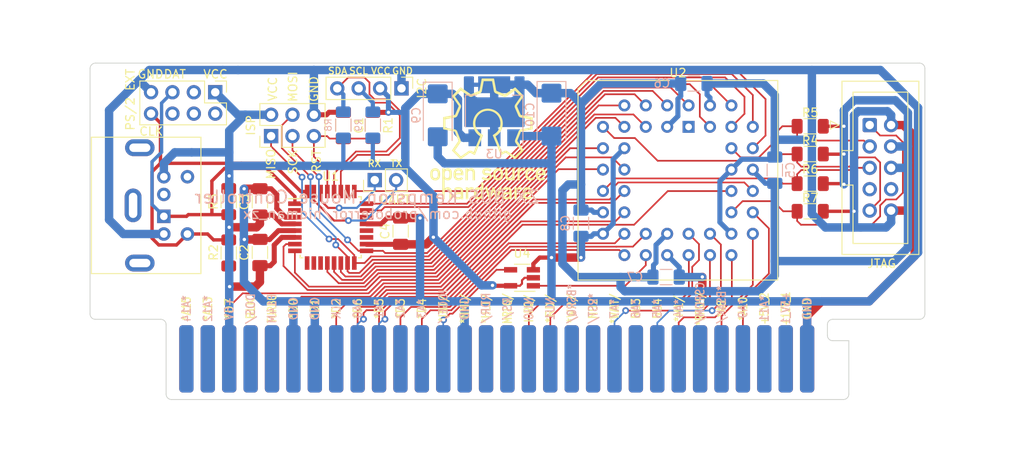
<source format=kicad_pcb>
(kicad_pcb (version 20221018) (generator pcbnew)
  (layers (0 "F.Cu" signal) (31 "B.Cu" signal) (34 "B.Paste" user) (35 "F.Paste" user) (36 "B.SilkS" user "B.Silkscreen") (37 "F.SilkS" user "F.Silkscreen") (38 "B.Mask" user) (39 "F.Mask" user) (44 "Edge.Cuts" user))
  (net 0 "")
  (net 1 "/*A14")
  (net 2 "/*A12")
  (net 3 "GND")
  (net 4 "/DOS{slash}")
  (net 5 "/F14M")
  (net 6 "/RST")
  (net 7 "/CLK")
  (net 8 "/*A0")
  (net 9 "/*A1")
  (net 10 "/*A2")
  (net 11 "/*A3")
  (net 12 "/IOGE{slash}")
  (net 13 "/RDR{slash}")
  (net 14 "/RS{slash}")
  (net 15 "/NU0")
  (net 16 "/NU1")
  (net 17 "/*BSRQ{slash}")
  (net 18 "/*RST{slash}")
  (net 19 "/*A7")
  (net 20 "/*A6")
  (net 21 "/*A5")
  (net 22 "/*A4")
  (net 23 "/CSR{slash}")
  (net 24 "/*BSAK{slash}")
  (net 25 "/*A9")
  (net 26 "/*A11")
  (net 27 "/+5V_1")
  (net 28 "/*A15")
  (net 29 "/*A13")
  (net 30 "/*D7")
  (net 31 "/BLK")
  (net 32 "/TURBO")
  (net 33 "/*D0")
  (net 34 "/*D1")
  (net 35 "/*D2")
  (net 36 "/*D6")
  (net 37 "/*D5")
  (net 38 "/*D3")
  (net 39 "/*D4")
  (net 40 "/*INT{slash}")
  (net 41 "/*NMI{slash}")
  (net 42 "/*HLT{slash}")
  (net 43 "/*MREQ{slash}")
  (net 44 "/*IORQ{slash}")
  (net 45 "/*RD{slash}")
  (net 46 "/*WR{slash}")
  (net 47 "/NU2")
  (net 48 "/*WAIT{slash}")
  (net 49 "/NU3")
  (net 50 "/NU4")
  (net 51 "/*M1{slash}")
  (net 52 "/*RFSH{slash}")
  (net 53 "/*A8")
  (net 54 "/*A10")
  (net 55 "/+5V_2")
  (net 56 "/+12V_1")
  (net 57 "VCC")
  (net 58 "/+3.3V")
  (net 59 "/MDAT")
  (net 61 "/MCLK")
  (net 63 "/DI4{slash}MISO")
  (net 64 "/DI5{slash}SCK")
  (net 65 "/DI3{slash}MOSI")
  (net 66 "/TCK")
  (net 67 "/TDO")
  (net 68 "/TMS")
  (net 71 "/TDI")
  (net 73 "/DI6")
  (net 74 "/DI7")
  (net 78 "/DI0")
  (net 79 "/DI1")
  (net 80 "/DI2")
  (net 84 "/MX")
  (net 85 "/MY")
  (net 86 "/MKEY")
  (net 88 "/SDA")
  (net 89 "/SCL")
  (net 90 "/RX")
  (net 91 "/TX")
  (net 93 "/IORQGE{slash}")
  (footprint "Capacitor_SMD:C_1206_3216Metric_Pad1.33x1.80mm_HandSolder" (layer "F.Cu") (at 62.7 132.4 90)
    (fp_text reference "C2")
    (fp_text value "0.1u")
  )
  (footprint "Connector_PinHeader_2.54mm:PinHeader_1x02_P2.54mm_Vertical" (layer "F.Cu") (at 76.325 123.8 90)
    (fp_text reference "J3" hide)
    (fp_text value "UART")
  )
  (footprint "Capacitor_SMD:C_1206_3216Metric_Pad1.33x1.80mm_HandSolder" (layer "F.Cu") (at 62.7 126.3875 90)
    (fp_text reference "C3")
    (fp_text value "0.1u")
  )
  (footprint "Resistor_SMD:R_1206_3216Metric_Pad1.30x1.75mm_HandSolder" (layer "F.Cu") (at 128 120.7)
    (fp_text reference "R4")
    (fp_text value "10K")
  )
  (footprint "Connector_PinHeader_2.54mm:PinHeader_2x04_P2.54mm_Vertical" (layer "F.Cu") (at 57.4 113.36 -90)
    (fp_text reference "J8" hide)
    (fp_text value "PS/2 External Bracket")
  )
  (footprint "Package_TO_SOT_SMD:SOT-23-5_HandSoldering" (layer "F.Cu") (at 93.8 135.4 180)
    (fp_text reference "U4")
    (fp_text value "74LVC1G125DB")
  )
  (footprint "Resistor_SMD:R_1206_3216Metric_Pad1.30x1.75mm_HandSolder" (layer "F.Cu") (at 59 132.45 -90)
    (fp_text reference "R2")
    (fp_text value "4.7K")
  )
  (footprint "zx_bus:PinSocket_1x31_P2.54mm_2" (layer "F.Cu") (at 53.975 145.034 90)
    (fp_text reference "J2" hide)
    (fp_text value "X1B")
  )
  (footprint "Capacitor_SMD:C_1206_3216Metric_Pad1.33x1.80mm_HandSolder" (layer "F.Cu") (at 79.4 129.8625 90)
    (fp_text reference "C4")
    (fp_text value "0.1u")
  )
  (footprint "Connector_Mini-DIN_Female_6Pin:Connector_Mini-DIN_Female_6Pin_2rows" (layer "F.Cu") (at 51.3 128.1 -90)
    (fp_text reference "J4" hide)
    (fp_text value "Mini-DIN-6")
  )
  (footprint "Connector_PinHeader_2.54mm:PinHeader_1x04_P2.54mm_Vertical" (layer "F.Cu") (at 79.5 112.9 -90)
    (fp_text reference "J6" hide)
    (fp_text value "Debug")
  )
  (footprint "Resistor_SMD:R_1206_3216Metric_Pad1.30x1.75mm_HandSolder" (layer "F.Cu") (at 128 124.21875)
    (fp_text reference "R6")
    (fp_text value "10K")
  )
  (footprint "Capacitor_SMD:C_1206_3216Metric_Pad1.33x1.80mm_HandSolder" (layer "F.Cu") (at 72.6 117.3 -90)
    (fp_text reference "C1")
    (fp_text value "0.1u")
  )
  (footprint "Package_LCC:PLCC-44_THT-Socket" (layer "F.Cu") (at 113.57 117.46875)
    (fp_text reference "U2")
    (fp_text value "EPM3032ALC44")
  )
  (footprint "Connector_PinHeader_2.54mm:PinHeader_2x03_P2.54mm_Vertical" (layer "F.Cu") (at 64.025 118.575 90)
    (fp_text reference "J5" hide)
    (fp_text value "ISP")
  )
  (footprint "Package_QFP:TQFP-32_7x7mm_P0.8mm" (layer "F.Cu") (at 71.1 129.4)
    (fp_text reference "U1")
    (fp_text value "ATmega8A-A")
  )
  (footprint "Resistor_SMD:R_1206_3216Metric_Pad1.30x1.75mm_HandSolder" (layer "F.Cu") (at 128 127.5)
    (fp_text reference "R7")
    (fp_text value "10K")
  )
  (footprint "Resistor_SMD:R_1206_3216Metric_Pad1.30x1.75mm_HandSolder" (layer "F.Cu") (at 76.1 117.3 -90)
    (fp_text reference "R1")
    (fp_text value "2.2K")
  )
  (footprint "Resistor_SMD:R_1206_3216Metric_Pad1.30x1.75mm_HandSolder" (layer "F.Cu") (at 128 117.4)
    (fp_text reference "R5")
    (fp_text value "10K")
  )
  (footprint "Resistor_SMD:R_1206_3216Metric_Pad1.30x1.75mm_HandSolder" (layer "F.Cu") (at 59 126.35 90)
    (fp_text reference "R3")
    (fp_text value "4.7K")
  )
  (footprint "Connector_IDC:IDC-Header_2x05_P2.54mm_Vertical" (layer "F.Cu") (at 135.06 117.25875)
    (fp_text reference "J7" hide)
    (fp_text value "JTAG")
  )
  (footprint "Capacitor_SMD:C_1206_3216Metric_Pad1.33x1.80mm_HandSolder" (layer "B.Cu") (at 110.9 135.31875)
    (fp_text reference "C7")
    (fp_text value "0.1u")
  )
  (footprint "Package_TO_SOT_SMD:SOT-223-3_TabPin2" (layer "B.Cu") (at 90.5 115.61875 90)
    (fp_text reference "U3")
    (fp_text value "AMS1117-3.3")
  )
  (footprint "Capacitor_Tantalum_SMD:CP_EIA-6032-28_Kemet-C_Pad2.25x2.35mm_HandSolder" (layer "B.Cu") (at 83.8 116.1 -90)
    (fp_text reference "C9")
    (fp_text value "10u")
  )
  (footprint "Capacitor_SMD:C_1206_3216Metric_Pad1.33x1.80mm_HandSolder" (layer "B.Cu") (at 100.8 128.91875 -90)
    (fp_text reference "C8")
    (fp_text value "0.1u")
  )
  (footprint "Resistor_SMD:R_1206_3216Metric_Pad1.30x1.75mm_HandSolder" (layer "B.Cu") (at 72.6 117.25 90)
    (fp_text reference "R8")
    (fp_text value "2.2K")
  )
  (footprint "Resistor_SMD:R_1206_3216Metric_Pad1.30x1.75mm_HandSolder" (layer "B.Cu") (at 76.1 117.25 90)
    (fp_text reference "R9")
    (fp_text value "2.2K")
  )
  (footprint "Capacitor_Tantalum_SMD:CP_EIA-6032-28_Kemet-C_Pad2.25x2.35mm_HandSolder" (layer "B.Cu") (at 97.3 116.01875 -90)
    (fp_text reference "C10")
    (fp_text value "22u")
  )
  (footprint "Capacitor_SMD:C_1206_3216Metric_Pad1.33x1.80mm_HandSolder" (layer "B.Cu") (at 123.8 122.61875 90)
    (fp_text reference "C5")
    (fp_text value "0.1u")
  )
  (footprint "Capacitor_SMD:C_1206_3216Metric_Pad1.33x1.80mm_HandSolder" (layer "B.Cu") (at 114.2 112.31875)
    (fp_text reference "C6")
    (fp_text value "0.1u")
  )
  (footprint "zx_bus:PinSocket_1x31_P2.54mm_2" (layer "B.Cu") (at 53.975 145.034 -90)
    (fp_text reference "J1" hide)
    (fp_text value "X1A")
  )
  (gr_poly (pts (xy 86.283576 122.382819) (xy 86.312669 122.384849) (xy 86.341431 122.388209) (xy 86.369819 122.392882) (xy 86.397791 122.39885) (xy 86.425305 122.406096) (xy 86.452319 122.4146) (xy 86.478791 122.424345) (xy 86.504678 122.435314) (xy 86.529938 122.447487) (xy 86.554529 122.460848) (xy 86.578409 122.475377) (xy 86.601535 122.491058) (xy 86.623866 122.507872) (xy 86.645359 122.525801) (xy 86.665972 122.544828) (xy 86.685663 122.564934) (xy 86.704389 122.5861) (xy 86.722108 122.608311) (xy 86.738779 122.631546) (xy 86.754358 122.655789) (xy 86.768804 122.681021) (xy 86.782075 122.707225) (xy 86.794128 122.734382) (xy 86.804921 122.762474) (xy 86.814412 122.791484) (xy 86.822558 122.821393) (xy 86.829318 122.852184) (xy 86.83465 122.883838) (xy 86.83851 122.916338) (xy 86.840857 122.949665) (xy 86.841649 122.983802) (xy 86.841649 123.219941) (xy 85.953363 123.219941) (xy 85.95378 123.241481) (xy 85.955021 123.262345) (xy 85.957069 123.282533) (xy 85.959907 123.302044) (xy 85.96352 123.320877) (xy 85.96789 123.339033) (xy 85.973001 123.35651) (xy 85.978837 123.373308) (xy 85.985382 123.389427) (xy 85.992618 123.404865) (xy 86.00053 123.419623) (xy 86.009101 123.433701) (xy 86.018314 123.447096) (xy 86.028154 123.459809) (xy 86.038603 123.47184) (xy 86.049645 123.483188) (xy 86.061264 123.493852) (xy 86.073443 123.503831) (xy 86.086166 123.513126) (xy 86.099416 123.521736) (xy 86.113177 123.52966) (xy 86.127433 123.536898) (xy 86.142167 123.543449) (xy 86.157362 123.549312) (xy 86.173002 123.554488) (xy 86.189071 123.558975) (xy 86.205552 123.562774) (xy 86.222429 123.565883) (xy 86.239685 123.568301) (xy 86.257304 123.57003) (xy 86.275269 123.571067) (xy 86.293564 123.571413) (xy 86.314206 123.570823) (xy 86.334983 123.569067) (xy 86.355833 123.566166) (xy 86.376696 123.562139) (xy 86.397509 123.557009) (xy 86.41821 123.550794) (xy 86.438738 123.543518) (xy 86.459031 123.535199) (xy 86.479028 123.525859) (xy 86.498666 123.515518) (xy 86.517883 123.504197) (xy 86.536619 123.491917) (xy 86.554811 123.478699) (xy 86.572398 123.464562) (xy 86.589317 123.449529) (xy 86.605508 123.433619) (xy 86.81355 123.610625) (xy 86.786708 123.640082) (xy 86.758928 123.667339) (xy 86.730261 123.692439) (xy 86.700755 123.715423) (xy 86.67046 123.736331) (xy 86.639424 123.755205) (xy 86.607696 123.772087) (xy 86.575326 123.787016) (xy 86.542362 123.800035) (xy 86.508854 123.811185) (xy 86.47485 123.820506) (xy 86.440401 123.828041) (xy 86.405554 123.833829) (xy 86.370359 123.837913) (xy 86.334865 123.840333) (xy 86.29912 123.84113) (xy 86.243842 123.839408) (xy 86.188011 123.833945) (xy 86.132198 123.824296) (xy 86.076969 123.810019) (xy 86.022892 123.790668) (xy 85.996464 123.778951) (xy 85.970537 123.765799) (xy 85.945183 123.751156) (xy 85.920472 123.734967) (xy 85.896475 123.717177) (xy 85.873264 123.69773) (xy 85.850909 123.67657) (xy 85.829482 123.653641) (xy 85.809053 123.628889) (xy 85.789694 123.602258) (xy 85.771475 123.573691) (xy 85.754468 123.543135) (xy 85.738743 123.510532) (xy 85.724373 123.475828) (xy 85.711426 123.438968) (xy 85.699976 123.399894) (xy 85.690092 123.358553) (xy 85.681846 123.314888) (xy 85.675309 123.268844) (xy 85.670552 123.220365) (xy 85.667645 123.169396) (xy 85.666661 123.115881) (xy 85.667564 123.065059) (xy 85.670231 123.016391) (xy 85.673281 122.983882) (xy 85.953363 122.983882) (xy 86.554946 122.983882) (xy 86.553822 122.963872) (xy 86.552035 122.944459) (xy 86.549599 122.925645) (xy 86.546526 122.907433) (xy 86.542829 122.889826) (xy 86.538521 122.872826) (xy 86.533615 122.856435) (xy 86.528124 122.840656) (xy 86.52206 122.825492) (xy 86.515437 122.810944) (xy 86.508267 122.797016) (xy 86.500563 122.783711) (xy 86.492338 122.771029) (xy 86.483605 122.758975) (xy 86.474377 122.747551) (xy 86.464667 122.736758) (xy 86.454487 122.7266) (xy 86.443851 122.717079) (xy 86.43277 122.708198) (xy 86.421259 122.699959) (xy 86.40933 122.692365) (xy 86.396995 122.685418) (xy 86.384268 122.67912) (xy 86.371162 122.673475) (xy 86.357689 122.668485) (xy 86.343863 122.664151) (xy 86.329695 122.660478) (xy 86.315199 122.657467) (xy 86.300389 122.65512) (xy 86.285276 122.653441) (xy 86.269873 122.652432) (xy 86.254194 122.652095) (xy 86.238507 122.652432) (xy 86.223082 122.653441) (xy 86.207932 122.65512) (xy 86.193072 122.657467) (xy 86.178517 122.660478) (xy 86.164281 122.664151) (xy 86.150378 122.668484) (xy 86.136824 122.673475) (xy 86.123631 122.67912) (xy 86.110815 122.685417) (xy 86.098391 122.692365) (xy 86.086372 122.699959) (xy 86.074773 122.708198) (xy 86.063608 122.717079) (xy 86.052893 122.7266) (xy 86.04264 122.736758) (xy 86.032865 122.74755) (xy 86.023582 122.758975) (xy 86.014806 122.771029) (xy 86.00655 122.78371) (xy 85.99883 122.797016) (xy 85.99166 122.810944) (xy 85.985054 122.825491) (xy 85.979026 122.840656) (xy 85.973591 122.856434) (xy 85.968764 122.872825) (xy 85.964558 122.889826) (xy 85.960989 122.907433) (xy 85.958071 122.925645) (xy 85.955817 122.944459) (xy 85.954243 122.963872) (xy 85.953363 122.983882) (xy 85.673281 122.983882) (xy 85.674599 122.969842) (xy 85.680603 122.925375) (xy 85.688179 122.882957) (xy 85.697265 122.842551) (xy 85.707796 122.804122) (xy 85.719708 122.767634) (xy 85.732938 122.733052) (xy 85.747421 122.70034) (xy 85.763095 122.669464) (xy 85.779895 122.640387) (xy 85.797757 122.613074) (xy 85.816618 122.58749) (xy 85.836414 122.563599) (xy 85.857081 122.541365) (xy 85.878556 122.520754) (xy 85.900774 122.50173) (xy 85.923672 122.484257) (xy 85.947186 122.468299) (xy 85.971253 122.453822) (xy 85.995807 122.44079) (xy 86.020787 122.429168) (xy 86.046128 122.418919) (xy 86.071765 122.410009) (xy 86.097637 122.402402) (xy 86.123678 122.396063) (xy 86.149824 122.390956) (xy 86.20218 122.384296) (xy 86.254194 122.382139)) (fill solid) (layer "F.SilkS"))
  (gr_poly (pts (xy 93.937895 122.38263) (xy 93.958837 122.384083) (xy 93.979346 122.386474) (xy 93.999438 122.38978) (xy 94.019131 122.393974) (xy 94.038444 122.399034) (xy 94.057393 122.404933) (xy 94.075996 122.411647) (xy 94.094271 122.419153) (xy 94.112235 122.427424) (xy 94.129905 122.436436) (xy 94.1473 122.446166) (xy 94.164437 122.456587) (xy 94.181334 122.467676) (xy 94.198007 122.479407) (xy 94.214475 122.491757) (xy 94.006433 122.739169) (xy 93.994003 122.730048) (xy 93.98197 122.721634) (xy 93.970268 122.713911) (xy 93.95883 122.706863) (xy 93.947591 122.700472) (xy 93.936483 122.694723) (xy 93.925441 122.6896) (xy 93.914398 122.685085) (xy 93.903288 122.681163) (xy 93.892045 122.677817) (xy 93.880602 122.675031) (xy 93.868893 122.672788) (xy 93.856853 122.671072) (xy 93.844414 122.669867) (xy 93.83151 122.669155) (xy 93.818076 122.668922) (xy 93.791772 122.669983) (xy 93.765736 122.673193) (xy 93.740164 122.678593) (xy 93.715256 122.686225) (xy 93.703111 122.69089) (xy 93.691206 122.696129) (xy 93.679565 122.701947) (xy 93.668214 122.708348) (xy 93.657175 122.715338) (xy 93.646475 122.722922) (xy 93.636137 122.731106) (xy 93.626187 122.739893) (xy 93.616649 122.749291) (xy 93.607548 122.759302) (xy 93.598908 122.769934) (xy 93.590754 122.781191) (xy 93.58311 122.793077) (xy 93.576002 122.805599) (xy 93.569454 122.818762) (xy 93.563491 122.83257) (xy 93.558137 122.847029) (xy 93.553416 122.862144) (xy 93.549355 122.87792) (xy 93.545976 122.894362) (xy 93.543306 122.911476) (xy 93.541368 122.929266) (xy 93.540187 122.947738) (xy 93.539788 122.966896) (xy 93.539788 123.824225) (xy 93.253006 123.824225) (xy 93.253006 122.399046) (xy 93.539788 122.399046) (xy 93.539788 122.550812) (xy 93.545345 122.550812) (xy 93.562666 122.530396) (xy 93.580888 122.511295) (xy 93.599987 122.49351) (xy 93.619936 122.477041) (xy 93.64071 122.461888) (xy 93.662285 122.448051) (xy 93.684635 122.435531) (xy 93.707735 122.424328) (xy 93.73156 122.414442) (xy 93.756084 122.405874) (xy 93.781282 122.398623) (xy 93.807129 122.392689) (xy 93.8336 122.388074) (xy 93.860669 122.384778) (xy 93.888311 122.382799) (xy 93.916502 122.38214)) (fill solid) (layer "F.SilkS"))
  (gr_poly (pts (xy 92.054229 124.634786) (xy 92.116026 124.639135) (xy 92.174869 124.646589) (xy 92.203123 124.651534) (xy 92.230566 124.657318) (xy 92.257173 124.663962) (xy 92.282921 124.671489) (xy 92.307785 124.679918) (xy 92.331741 124.689271) (xy 92.354765 124.699569) (xy 92.376832 124.710833) (xy 92.397918 124.723084) (xy 92.418 124.736343) (xy 92.437052 124.750632) (xy 92.455051 124.765971) (xy 92.471972 124.782381) (xy 92.487791 124.799883) (xy 92.502484 124.8185) (xy 92.516026 124.83825) (xy 92.528394 124.859157) (xy 92.539563 124.88124) (xy 92.549508 124.904521) (xy 92.558206 124.929021) (xy 92.565633 124.954761) (xy 92.571763 124.981762) (xy 92.576574 125.010045) (xy 92.58004 125.039631) (xy 92.582137 125.070542) (xy 92.582842 125.102798) (xy 92.582842 126.075459) (xy 92.295981 126.075459) (xy 92.295981 125.948935) (xy 92.290425 125.948935) (xy 92.278876 125.966779) (xy 92.26632 125.98338) (xy 92.252676 125.998751) (xy 92.237862 126.012903) (xy 92.221795 126.025851) (xy 92.204394 126.037606) (xy 92.185576 126.048182) (xy 92.16526 126.05759) (xy 92.143363 126.065844) (xy 92.119805 126.072957) (xy 92.094502 126.07894) (xy 92.067372 126.083807) (xy 92.038334 126.087571) (xy 92.007306 126.090243) (xy 91.974206 126.091837) (xy 91.938952 126.092366) (xy 91.90956 126.091818) (xy 91.880952 126.09019) (xy 91.853137 126.087506) (xy 91.826126 126.083789) (xy 91.799927 126.079064) (xy 91.774552 126.073353) (xy 91.750009 126.06668) (xy 91.726309 126.05907) (xy 91.70346 126.050545) (xy 91.681475 126.041129) (xy 91.66036 126.030847) (xy 91.640128 126.019722) (xy 91.620787 126.007777) (xy 91.602347 125.995036) (xy 91.584819 125.981523) (xy 91.568211 125.967261) (xy 91.552534 125.952275) (xy 91.537797 125.936588) (xy 91.52401 125.920223) (xy 91.511184 125.903204) (xy 91.499327 125.885555) (xy 91.48845 125.867299) (xy 91.478563 125.848461) (xy 91.469674 125.829064) (xy 91.461795 125.809131) (xy 91.454934 125.788686) (xy 91.449102 125.767754) (xy 91.444309 125.746357) (xy 91.440563 125.724519) (xy 91.437876 125.702264) (xy 91.436256 125.679616) (xy 91.435714 125.656598) (xy 91.436019 125.642547) (xy 91.705748 125.642547) (xy 91.706648 125.660303) (xy 91.70939 125.677691) (xy 91.714036 125.694604) (xy 91.720647 125.710935) (xy 91.724708 125.718848) (xy 91.729284 125.726576) (xy 91.734381 125.734104) (xy 91.740008 125.74142) (xy 91.746173 125.748509) (xy 91.752883 125.755359) (xy 91.760145 125.761956) (xy 91.767968 125.768287) (xy 91.776359 125.774338) (xy 91.785325 125.780096) (xy 91.794876 125.785547) (xy 91.805017 125.790679) (xy 91.815757 125.795477) (xy 91.827104 125.799928) (xy 91.839065 125.804018) (xy 91.851648 125.807736) (xy 91.87871 125.813995) (xy 91.908352 125.818599) (xy 91.940636 125.82144) (xy 91.975623 125.822411) (xy 92.018594 125.822074) (xy 92.057988 125.820893) (xy 92.093914 125.818617) (xy 92.126485 125.814996) (xy 92.141547 125.812602) (xy 92.155812 125.809777) (xy 92.169293 125.806489) (xy 92.182005 125.802708) (xy 92.193961 125.798402) (xy 92.205176 125.79354) (xy 92.215663 125.788089) (xy 92.225436 125.782019) (xy 92.234509 125.775298) (xy 92.242896 125.767894) (xy 92.250611 125.759777) (xy 92.257668 125.750915) (xy 92.26408 125.741276) (xy 92.269862 125.730829) (xy 92.275027 125.719542) (xy 92.27959 125.707385) (xy 92.283564 125.694325) (xy 92.286962 125.680331) (xy 92.2898 125.665372) (xy 92.292091 125.649416) (xy 92.293848 125.632433) (xy 92.295086 125.614389) (xy 92.295819 125.595255) (xy 92.29606 125.574998) (xy 92.296059 125.574998) (xy 92.296059 125.470938) (xy 91.953159 125.470938) (xy 91.937609 125.471135) (xy 91.922584 125.471722) (xy 91.908082 125.472694) (xy 91.894101 125.474044) (xy 91.880639 125.475767) (xy 91.867693 125.477858) (xy 91.855261 125.48031) (xy 91.843343 125.483118) (xy 91.831935 125.486277) (xy 91.821035 125.48978) (xy 91.810642 125.493623) (xy 91.800753 125.497798) (xy 91.791367 125.502301) (xy 91.782481 125.507126) (xy 91.774093 125.512268) (xy 91.766202 125.51772) (xy 91.758804 125.523476) (xy 91.751899 125.529532) (xy 91.745484 125.535882) (xy 91.739556 125.542519) (xy 91.734115 125.549438) (xy 91.729158 125.556634) (xy 91.724682 125.5641) (xy 91.720686 125.571832) (xy 91.717168 125.579823) (xy 91.714126 125.588068) (xy 91.711557 125.596561) (xy 91.709461 125.605296) (xy 91.707833 125.614268) (xy 91.706673 125.623471) (xy 91.705979 125.632899) (xy 91.705748 125.642547) (xy 91.436019 125.642547) (xy 91.436175 125.635359) (xy 91.437558 125.614346) (xy 91.439861 125.593589) (xy 91.443082 125.573117) (xy 91.44722 125.552959) (xy 91.452274 125.533145) (xy 91.45824 125.513704) (xy 91.465119 125.494665) (xy 91.472908 125.476058) (xy 91.481605 125.457912) (xy 91.49121 125.440257) (xy 91.50172 125.423122) (xy 91.513134 125.406536) (xy 91.52545 125.39053) (xy 91.538667 125.375131) (xy 91.552782 125.36037) (xy 91.567795 125.346275) (xy 91.583704 125.332877) (xy 91.600507 125.320205) (xy 91.618203 125.308288) (xy 91.636789 125.297155) (xy 91.656265 125.286837) (xy 91.676629 125.277361) (xy 91.697878 125.268758) (xy 91.720013 125.261057) (xy 91.74303 125.254288) (xy 91.766928 125.248479) (xy 91.791706 125.243661) (xy 91.817362 125.239862) (xy 91.843894 125.237112) (xy 91.871301 125.235441) (xy 91.899581 125.234877) (xy 92.295981 125.234877) (xy 92.295981 125.085891) (xy 92.294952 125.061615) (xy 92.293657 125.050222) (xy 92.291835 125.039318) (xy 92.289479 125.028894) (xy 92.286585 125.018944) (xy 92.283145 125.00946) (xy 92.279156 125.000436) (xy 92.27461 124.991864) (xy 92.269503 124.983736) (xy 92.263828 124.976047) (xy 92.25758 124.968789) (xy 92.250754 124.961954) (xy 92.243343 124.955535) (xy 92.235342 124.949526) (xy 92.226746 124.943919) (xy 92.217548 124.938708) (xy 92.207743 124.933884) (xy 92.18629 124.925372) (xy 92.16234 124.918326) (xy 92.135849 124.912689) (xy 92.106772 124.908404) (xy 92.075061 124.905414) (xy 92.040674 124.903662) (xy 92.003564 124.90309) (xy 91.976538 124.903428) (xy 91.951272 124.904464) (xy 91.927681 124.906235) (xy 91.905677 124.908779) (xy 91.895243 124.910352) (xy 91.885173 124.912132) (xy 91.875456 124.914123) (xy 91.866082 124.91633) (xy 91.85704 124.918758) (xy 91.848319 124.92141) (xy 91.839908 124.924292) (xy 91.831796 124.927409) (xy 91.823972 124.930764) (xy 91.816426 124.934363) (xy 91.809146 124.93821) (xy 91.802123 124.942309) (xy 91.795344 124.946665) (xy 91.7888 124.951284) (xy 91.782478 124.956168) (xy 91.77637 124.961323) (xy 91.770462 124.966754) (xy 91.764746 124.972465) (xy 91.75921 124.97846) (xy 91.753842 124.984745) (xy 91.748633 124.991323) (xy 91.743572 124.9982) (xy 91.738646 125.005379) (xy 91.733847 125.012867) (xy 91.508898 124.841416) (xy 91.530015 124.814043) (xy 91.552268 124.788858) (xy 91.575667 124.765802) (xy 91.600226 124.744816) (xy 91.625957 124.725844) (xy 91.65287 124.708827) (xy 91.680977 124.693706) (xy 91.710292 124.680423) (xy 91.740825 124.668921) (xy 91.772589 124.659141) (xy 91.805594 124.651026) (xy 91.839854 124.644516) (xy 91.87538 124.639554) (xy 91.912184 124.636082) (xy 91.950277 124.634041) (xy 91.989672 124.633374)) (fill solid) (layer "F.SilkS"))
  (gr_poly (pts (xy 94.847006 122.382441) (xy 94.866897 122.383342) (xy 94.886525 122.384827) (xy 94.905888 122.386887) (xy 94.943821 122.39268) (xy 94.98069 122.400627) (xy 95.01649 122.410633) (xy 95.051218 122.422603) (xy 95.084867 122.436443) (xy 95.117434 122.452058) (xy 95.148914 122.469354) (xy 95.179302 122.488237) (xy 95.208592 122.508611) (xy 95.236781 122.530383) (xy 95.263864 122.553457) (xy 95.289835 122.57774) (xy 95.31469 122.603136) (xy 95.338425 122.629551) (xy 95.127604 122.817908) (xy 95.114086 122.801872) (xy 95.099861 122.786484) (xy 95.084948 122.771795) (xy 95.06937 122.757861) (xy 95.053147 122.744734) (xy 95.036301 122.732468) (xy 95.018852 122.721116) (xy 95.000822 122.710732) (xy 94.982233 122.701369) (xy 94.963104 122.693081) (xy 94.943458 122.685922) (xy 94.923315 122.679944) (xy 94.902697 122.675202) (xy 94.881625 122.671748) (xy 94.86012 122.669637) (xy 94.838203 122.668921) (xy 94.795578 122.67048) (xy 94.755254 122.675205) (xy 94.735975 122.678777) (xy 94.717294 122.683166) (xy 94.69922 122.688382) (xy 94.68176 122.694433) (xy 94.664922 122.701327) (xy 94.648713 122.709075) (xy 94.633141 122.717683) (xy 94.618215 122.727162) (xy 94.603941 122.73752) (xy 94.590328 122.748765) (xy 94.577383 122.760907) (xy 94.565114 122.773954) (xy 94.553528 122.787915) (xy 94.542634 122.802799) (xy 94.532439 122.818613) (xy 94.522951 122.835368) (xy 94.514178 122.853072) (xy 94.506127 122.871734) (xy 94.498806 122.891362) (xy 94.492223 122.911965) (xy 94.486385 122.933552) (xy 94.481301 122.956132) (xy 94.476978 122.979713) (xy 94.473423 123.004304) (xy 94.468651 123.056552) (xy 94.467046 123.112945) (xy 94.467449 123.141427) (xy 94.468652 123.168879) (xy 94.470647 123.19531) (xy 94.473426 123.220728) (xy 94.476982 123.245142) (xy 94.481308 123.268558) (xy 94.486394 123.290987) (xy 94.492234 123.312435) (xy 94.49882 123.332912) (xy 94.506143 123.352425) (xy 94.514197 123.370982) (xy 94.522972 123.388592) (xy 94.532463 123.405263) (xy 94.54266 123.421003) (xy 94.553556 123.43582) (xy 94.565144 123.449723) (xy 94.577414 123.46272) (xy 94.590361 123.474819) (xy 94.603975 123.486028) (xy 94.61825 123.496355) (xy 94.633177 123.505809) (xy 94.648748 123.514398) (xy 94.664956 123.52213) (xy 94.681794 123.529013) (xy 94.699252 123.535055) (xy 94.717324 123.540266) (xy 94.736002 123.544652) (xy 94.755277 123.548222) (xy 94.775143 123.550984) (xy 94.795591 123.552948) (xy 94.816614 123.554119) (xy 94.838203 123.554508) (xy 94.849212 123.554328) (xy 94.860119 123.553792) (xy 94.870924 123.552908) (xy 94.881622 123.551681) (xy 94.902691 123.548227) (xy 94.923304 123.543485) (xy 94.943442 123.537507) (xy 94.963083 123.530348) (xy 94.982207 123.52206) (xy 95.000793 123.512698) (xy 95.018819 123.502314) (xy 95.036266 123.490962) (xy 95.053112 123.478696) (xy 95.069337 123.465569) (xy 95.084919 123.451634) (xy 95.099838 123.436946) (xy 95.114073 123.421557) (xy 95.127604 123.405521) (xy 95.338425 123.593877) (xy 95.314704 123.620251) (xy 95.28986 123.645613) (xy 95.263899 123.669867) (xy 95.236825 123.692919) (xy 95.208643 123.714674) (xy 95.179357 123.735036) (xy 95.148972 123.753909) (xy 95.117493 123.7712) (xy 95.084925 123.786813) (xy 95.051273 123.800653) (xy 95.016541 123.812625) (xy 94.980734 123.822633) (xy 94.943857 123.830583) (xy 94.905914 123.836379) (xy 94.866911 123.839926) (xy 94.826852 123.84113) (xy 94.765398 123.838668) (xy 94.704656 123.831181) (xy 94.645074 123.818516) (xy 94.587101 123.800519) (xy 94.558858 123.789473) (xy 94.531186 123.777037) (xy 94.50414 123.763191) (xy 94.477778 123.747917) (xy 94.452154 123.731195) (xy 94.427326 123.713006) (xy 94.403348 123.693331) (xy 94.380278 123.672151) (xy 94.358171 123.649446) (xy 94.337084 123.625198) (xy 94.317073 123.599388) (xy 94.298193 123.571996) (xy 94.280501 123.543002) (xy 94.264054 123.512389) (xy 94.248906 123.480137) (xy 94.235115 123.446226) (xy 94.222736 123.410638) (xy 94.211825 123.373353) (xy 94.202439 123.334353) (xy 94.194634 123.293618) (xy 94.188465 123.251128) (xy 94.18399 123.206866) (xy 94.181263 123.160811) (xy 94.180342 123.112945) (xy 94.181263 123.064854) (xy 94.18399 123.018589) (xy 94.188465 122.974128) (xy 94.194634 122.931453) (xy 94.202439 122.890543) (xy 94.211825 122.85138) (xy 94.222736 122.813944) (xy 94.235115 122.778215) (xy 94.248906 122.744174) (xy 94.264054 122.711802) (xy 94.280501 122.681078) (xy 94.298193 122.651983) (xy 94.317073 122.624498) (xy 94.337084 122.598603) (xy 94.358171 122.574279) (xy 94.380278 122.551505) (xy 94.403348 122.530264) (xy 94.427326 122.510534) (xy 94.452154 122.492297) (xy 94.477778 122.475532) (xy 94.50414 122.460221) (xy 94.531186 122.446344) (xy 94.558858 122.433882) (xy 94.587101 122.422814) (xy 94.615858 122.413121) (xy 94.645074 122.404784) (xy 94.674692 122.397783) (xy 94.704656 122.392099) (xy 94.73491 122.387712) (xy 94.765398 122.384603) (xy 94.826852 122.382139)) (fill solid) (layer "F.SilkS"))
  (gr_poly (pts (xy 90.425366 111.726043) (xy 90.428388 111.726267) (xy 90.431395 111.726637) (xy 90.434382 111.727148) (xy 90.437346 111.727797) (xy 90.440281 111.728579) (xy 90.443183 111.729493) (xy 90.446047 111.730532) (xy 90.44887 111.731695) (xy 90.451647 111.732977) (xy 90.454372 111.734374) (xy 90.457043 111.735883) (xy 90.459653 111.7375) (xy 90.4622 111.739222) (xy 90.464677 111.741044) (xy 90.467082 111.742963) (xy 90.469409 111.744976) (xy 90.471653 111.747078) (xy 90.473811 111.749265) (xy 90.475878 111.751535) (xy 90.47785 111.753884) (xy 90.479721 111.756307) (xy 90.481488 111.758801) (xy 90.483145 111.761362) (xy 90.48469 111.763987) (xy 90.486116 111.766672) (xy 90.48742 111.769413) (xy 90.488597 111.772206) (xy 90.489642 111.775049) (xy 90.490552 111.777936) (xy 90.491322 111.780865) (xy 90.491946 111.783831) (xy 90.743169 113.133445) (xy 90.743803 113.136435) (xy 90.744574 113.139436) (xy 90.746505 113.145447) (xy 90.748929 113.15144) (xy 90.751812 113.157375) (xy 90.755119 113.163212) (xy 90.758816 113.168913) (xy 90.762871 113.174439) (xy 90.767249 113.17975) (xy 90.771916 113.184807) (xy 90.776838 113.18957) (xy 90.781983 113.194002) (xy 90.787315 113.198062) (xy 90.792801 113.201711) (xy 90.798407 113.204911) (xy 90.801244 113.206329) (xy 90.804099 113.207621) (xy 90.806967 113.208781) (xy 90.809844 113.209803) (xy 91.714401 113.580087) (xy 91.72002 113.582561) (xy 91.72598 113.584628) (xy 91.732227 113.58629) (xy 91.73871 113.587552) (xy 91.745376 113.588418) (xy 91.752171 113.58889) (xy 91.759045 113.588973) (xy 91.765944 113.58867) (xy 91.772817 113.587985) (xy 91.779609 113.586921) (xy 91.78627 113.585481) (xy 91.792747 113.583671) (xy 91.798987 113.581492) (xy 91.804938 113.578949) (xy 91.810547 113.576046) (xy 91.815762 113.572785) (xy 92.943284 112.799038) (xy 92.945824 112.797383) (xy 92.948439 112.795858) (xy 92.951123 112.79446) (xy 92.953871 112.79319) (xy 92.956677 112.792048) (xy 92.959536 112.791032) (xy 92.962441 112.790143) (xy 92.965386 112.789379) (xy 92.968367 112.78874) (xy 92.971377 112.788225) (xy 92.977461 112.787568) (xy 92.983594 112.787404) (xy 92.989728 112.787727) (xy 92.99582 112.788533) (xy 93.001821 112.789819) (xy 93.007687 112.791581) (xy 93.010555 112.792639) (xy 93.013371 112.793814) (xy 93.016131 112.795105) (xy 93.018828 112.796513) (xy 93.021457 112.798037) (xy 93.024012 112.799676) (xy 93.026487 112.801429) (xy 93.028876 112.803297) (xy 93.031174 112.805278) (xy 93.033375 112.807372) (xy 93.982938 113.756935) (xy 93.985032 113.759136) (xy 93.987012 113.761435) (xy 93.988877 113.763825) (xy 93.990628 113.766302) (xy 93.992264 113.768858) (xy 93.993783 113.771489) (xy 93.996474 113.776951) (xy 93.998697 113.782641) (xy 94.000449 113.788514) (xy 94.001726 113.794523) (xy 94.002524 113.800621) (xy 94.002841 113.806763) (xy 94.002672 113.812903) (xy 94.002014 113.818994) (xy 94.000864 113.82499) (xy 93.999219 113.830846) (xy 93.998209 113.833706) (xy 93.997074 113.836514) (xy 93.995813 113.839264) (xy 93.994426 113.841949) (xy 93.992912 113.844565) (xy 93.991272 113.847105) (xy 93.231018 114.95518) (xy 93.227748 114.960418) (xy 93.224846 114.966036) (xy 93.222315 114.971984) (xy 93.220158 114.97821) (xy 93.21838 114.984664) (xy 93.216982 114.991294) (xy 93.215968 114.998049) (xy 93.215341 115.004879) (xy 93.215105 115.011732) (xy 93.215264 115.018557) (xy 93.215819 115.025303) (xy 93.216775 115.031919) (xy 93.218134 115.038355) (xy 93.219901 115.044559) (xy 93.222077 115.050479) (xy 93.224668 115.056066) (xy 93.624639 115.989198) (xy 93.626923 115.994928) (xy 93.629732 116.000605) (xy 93.633025 116.006196) (xy 93.636762 116.011667) (xy 93.640905 116.016984) (xy 93.645413 116.022114) (xy 93.650247 116.027021) (xy 93.655368 116.031674) (xy 93.660734 116.036037) (xy 93.666308 116.040076) (xy 93.672048 116.043759) (xy 93.677917 116.047051) (xy 93.683873 116.049919) (xy 93.689877 116.052328) (xy 93.69589 116.054244) (xy 93.701871 116.055635) (xy 95.006716 116.298284) (xy 95.009676 116.298923) (xy 95.012598 116.299705) (xy 95.015478 116.300627) (xy 95.018315 116.301683) (xy 95.021103 116.302869) (xy 95.023838 116.304181) (xy 95.026518 116.305615) (xy 95.029138 116.307166) (xy 95.034185 116.310601) (xy 95.038948 116.314451) (xy 95.043398 116.318682) (xy 95.047505 116.323258) (xy 95.051239 116.328143) (xy 95.05457 116.333303) (xy 95.057468 116.338702) (xy 95.058746 116.34148) (xy 95.059904 116.344305) (xy 95.060939 116.347173) (xy 95.061847 116.350077) (xy 95.062624 116.353016) (xy 95.063268 116.355983) (xy 95.063773 116.358975) (xy 95.064136 116.361987) (xy 95.064354 116.365015) (xy 95.064422 116.368054) (xy 95.064263 117.711) (xy 95.064187 117.714033) (xy 95.063962 117.717056) (xy 95.063591 117.720065) (xy 95.063079 117.723055) (xy 95.062429 117.726022) (xy 95.061644 117.728961) (xy 95.060729 117.731867) (xy 95.059687 117.734737) (xy 95.058522 117.737565) (xy 95.057237 117.740347) (xy 95.055838 117.743078) (xy 95.054326 117.745755) (xy 95.052707 117.748371) (xy 95.050983 117.750923) (xy 95.049158 117.753407) (xy 95.047237 117.755817) (xy 95.045223 117.758149) (xy 95.04312 117.760399) (xy 95.040931 117.762562) (xy 95.03866 117.764633) (xy 95.036312 117.766608) (xy 95.033889 117.768483) (xy 95.031395 117.770252) (xy 95.028835 117.771911) (xy 95.026212 117.773457) (xy 95.023529 117.774883) (xy 95.020791 117.776186) (xy 95.018001 117.777361) (xy 95.015164 117.778404) (xy 95.012281 117.779309) (xy 95.009359 117.780073) (xy 95.006399 117.780691) (xy 93.733621 118.017546) (xy 93.730624 118.01816) (xy 93.727622 118.018913) (xy 93.724617 118.019801) (xy 93.721616 118.020819) (xy 93.715642 118.023227) (xy 93.709737 118.026104) (xy 93.70394 118.029414) (xy 93.698288 118.033123) (xy 93.692819 118.037196) (xy 93.687573 118.041597) (xy 93.682585 118.046292) (xy 93.677895 118.051247) (xy 93.673541 118.056425) (xy 93.669561 118.061793) (xy 93.665992 118.067315) (xy 93.662872 118.072957) (xy 93.66024 118.078683) (xy 93.659119 118.081567) (xy 93.658134 118.084459) (xy 93.260784 119.077043) (xy 93.258326 119.082689) (xy 93.256276 119.088668) (xy 93.254632 119.094929) (xy 93.253388 119.10142) (xy 93.252541 119.108089) (xy 93.252087 119.114884) (xy 93.252021 119.121754) (xy 93.25234 119.128647) (xy 93.253039 119.135511) (xy 93.254115 119.142294) (xy 93.255563 119.148946) (xy 93.257379 119.155413) (xy 93.259559 119.161644) (xy 93.2621 119.167588) (xy 93.264996 119.173192) (xy 93.268244 119.178405) (xy 93.991271 120.23195) (xy 93.992925 120.23449) (xy 93.994451 120.237107) (xy 93.995848 120.239793) (xy 93.997118 120.242544) (xy 93.99826 120.245354) (xy 93.999276 120.248217) (xy 94.000166 120.251126) (xy 94.00093 120.254077) (xy 94.001569 120.257063) (xy 94.002083 120.260079) (xy 94.00274 120.266177) (xy 94.002905 120.272324) (xy 94.002582 120.278474) (xy 94.001775 120.284579) (xy 94.000489 120.290595) (xy 93.998728 120.296474) (xy 93.99767 120.299348) (xy 93.996495 120.302171) (xy 93.995203 120.304936) (xy 93.993795 120.307638) (xy 93.992272 120.310271) (xy 93.990633 120.312829) (xy 93.98888 120.315307) (xy 93.987012 120.317699) (xy 93.985031 120.319998) (xy 93.982937 120.322199) (xy 93.033215 121.271762) (xy 93.031028 121.273842) (xy 93.028742 121.27581) (xy 93.026363 121.277665) (xy 93.023897 121.279406) (xy 93.02135 121.281035) (xy 93.018727 121.282548) (xy 93.013278 121.285231) (xy 93.007597 121.287451) (xy 93.001731 121.289203) (xy 92.995725 121.290484) (xy 92.989628 121.291289) (xy 92.983485 121.291613) (xy 92.977343 121.291454) (xy 92.971249 121.290807) (xy 92.965249 121.289666) (xy 92.95939 121.288029) (xy 92.956528 121.287023) (xy 92.953718 121.285892) (xy 92.950968 121.284634) (xy 92.948281 121.283249) (xy 92.945665 121.281737) (xy 92.943125 121.280097) (xy 91.908154 120.56977) (xy 91.902951 120.566531) (xy 91.897379 120.563692) (xy 91.891488 120.561252) (xy 91.885328 120.559213) (xy 91.878951 120.557576) (xy 91.872407 120.556342) (xy 91.865747 120.555512) (xy 91.859021 120.555086) (xy 91.85228 120.555065) (xy 91.845575 120.555452) (xy 91.838956 120.556245) (xy 91.832475 120.557447) (xy 91.826181 120.559059) (xy 91.820126 120.56108) (xy 91.814361 120.563513) (xy 91.808935 120.566357) (xy 91.352529 120.810038) (xy 91.3498 120.811336) (xy 91.347048 120.812477) (xy 91.344278 120.813462) (xy 91.341495 120.814295) (xy 91.338704 120.814975) (xy 91.335909 120.815506) (xy 91.333115 120.815889) (xy 91.330327 120.816125) (xy 91.32755 120.816217) (xy 91.324788 120.816166) (xy 91.322046 120.815973) (xy 91.319328 120.815642) (xy 91.316641 120.815172) (xy 91.313988 120.814567) (xy 91.311373 120.813827) (xy 91.308803 120.812955) (xy 91.306281 120.811953) (xy 91.303813 120.810821) (xy 91.301403 120.809562) (xy 91.299055 120.808178) (xy 91.296776 120.80667) (xy 91.294568 120.80504) (xy 91.292438 120.80329) (xy 91.290389 120.801421) (xy 91.288428 120.799436) (xy 91.286557 120.797336) (xy 91.284783 120.795122) (xy 91.283109 120.792797) (xy 91.281542 120.790362) (xy 91.280084 120.787819) (xy 91.278742 120.78517) (xy 91.27752 120.782416) (xy 90.336529 118.508481) (xy 90.33544 118.505652) (xy 90.334496 118.502781) (xy 90.333695 118.499871) (xy 90.333034 118.49693) (xy 90.332512 118.493962) (xy 90.332126 118.490972) (xy 90.331876 118.487967) (xy 90.331759 118.484951) (xy 90.331773 118.48193) (xy 90.331917 118.47891) (xy 90.332188 118.475894) (xy 90.332585 118.472891) (xy 90.333107 118.469903) (xy 90.333751 118.466938) (xy 90.334515 118.463999) (xy 90.335397 118.461094) (xy 90.336397 118.458227) (xy 90.337511 118.455403) (xy 90.338738 118.452628) (xy 90.340077 118.449908) (xy 90.341525 118.447247) (xy 90.343081 118.444651) (xy 90.344742 118.442127) (xy 90.346507 118.439678) (xy 90.348375 118.43731) (xy 90.350342 118.435029) (xy 90.352408 118.432841) (xy 90.354571 118.43075) (xy 90.356829 118.428762) (xy 90.359179 118.426882) (xy 90.36162 118.425117) (xy 90.364151 118.42347) (xy 90.478372 118.353541) (xy 90.486593 118.348306) (xy 90.49537 118.34233) (xy 90.504538 118.335743) (xy 90.513932 118.328677) (xy 90.523384 118.321261) (xy 90.532731 118.313625) (xy 90.541806 118.305901) (xy 90.550444 118.298217) (xy 90.626056 118.246462) (xy 90.698217 118.190269) (xy 90.766731 118.129833) (xy 90.8314 118.06535) (xy 90.892027 117.997017) (xy 90.948415 117.925028) (xy 91.000368 117.84958) (xy 91.047689 117.770869) (xy 91.09018 117.68909) (xy 91.127645 117.604439) (xy 91.159886 117.517112) (xy 91.186707 117.427305) (xy 91.207911 117.335213) (xy 91.2233 117.241032) (xy 91.232678 117.144958) (xy 91.235848 117.047188) (xy 91.233915 116.970759) (xy 91.22818 116.895333) (xy 91.218735 116.821005) (xy 91.205675 116.747866) (xy 91.189091 116.676011) (xy 91.169078 116.605533) (xy 91.14573 116.536525) (xy 91.119138 116.46908) (xy 91.089397 116.403291) (xy 91.056599 116.339253) (xy 91.020839 116.277058) (xy 90.98221 116.216799) (xy 90.940804 116.158571) (xy 90.896715 116.102465) (xy 90.850037 116.048576) (xy 90.800863 115.996997) (xy 90.749285 115.947821) (xy 90.695399 115.901141) (xy 90.639296 115.857051) (xy 90.58107 115.815644) (xy 90.520814 115.777014) (xy 90.458622 115.741253) (xy 90.394588 115.708455) (xy 90.328803 115.678713) (xy 90.261363 115.652121) (xy 90.192359 115.628772) (xy 90.121886 115.608759) (xy 90.050036 115.592175) (xy 89.976904 115.579114) (xy 89.902582 115.56967) (xy 89.827163 115.563934) (xy 89.750742 115.562002) (xy 89.67432 115.563934) (xy 89.5989 115.56967) (xy 89.524577 115.579114) (xy 89.451443 115.592175) (xy 89.379592 115.608759) (xy 89.309116 115.628772) (xy 89.24011 115.652121) (xy 89.172667 115.678713) (xy 89.10688 115.708455) (xy 89.042842 115.741253) (xy 88.980647 115.777014) (xy 88.920388 115.815644) (xy 88.862158 115.857051) (xy 88.806052 115.901141) (xy 88.752161 115.947821) (xy 88.70058 115.996997) (xy 88.651402 116.048576) (xy 88.604721 116.102465) (xy 88.560628 116.158571) (xy 88.519219 116.216799) (xy 88.480586 116.277058) (xy 88.444823 116.339253) (xy 88.412022 116.403291) (xy 88.382278 116.46908) (xy 88.355684 116.536525) (xy 88.332332 116.605533) (xy 88.312317 116.676011) (xy 88.295732 116.747866) (xy 88.28267 116.821005) (xy 88.273224 116.895333) (xy 88.267489 116.970759) (xy 88.265556 117.047188) (xy 88.266353 117.096273) (xy 88.268727 117.144958) (xy 88.272653 117.19322) (xy 88.278107 117.241032) (xy 88.285064 117.288371) (xy 88.2935 117.335213) (xy 88.303389 117.381532) (xy 88.314708 117.427305) (xy 88.327431 117.472506) (xy 88.341533 117.517112) (xy 88.356991 117.561098) (xy 88.373779 117.604439) (xy 88.391874 117.647111) (xy 88.411249 117.68909) (xy 88.453744 117.770869) (xy 88.501068 117.849581) (xy 88.553023 117.925029) (xy 88.609412 117.997017) (xy 88.670037 118.06535) (xy 88.734702 118.129833) (xy 88.803209 118.190269) (xy 88.87536 118.246462) (xy 88.950959 118.298217) (xy 88.959646 118.305901) (xy 88.968753 118.313625) (xy 88.978118 118.321261) (xy 88.987581 118.328677) (xy 88.996981 118.335743) (xy 89.006156 118.342329) (xy 89.014946 118.348305) (xy 89.023191 118.353541) (xy 89.137411 118.42347) (xy 89.139956 118.425117) (xy 89.142411 118.426882) (xy 89.144772 118.428762) (xy 89.14704 118.43075) (xy 89.149212 118.432841) (xy 89.151286 118.435029) (xy 89.155133 118.439678) (xy 89.158568 118.444651) (xy 89.161576 118.449908) (xy 89.164143 118.455403) (xy 89.166254 118.461094) (xy 89.167896 118.466938) (xy 89.169054 118.472891) (xy 89.169713 118.47891) (xy 89.16986 118.484951) (xy 89.169479 118.490972) (xy 89.169087 118.493962) (xy 89.168558 118.49693) (xy 89.16789 118.499871) (xy 89.167081 118.502781) (xy 89.16613 118.505652) (xy 89.165034 118.508481) (xy 88.223965 120.782337) (xy 88.222742 120.785091) (xy 88.221399 120.787741) (xy 88.219941 120.790285) (xy 88.218371 120.792721) (xy 88.216696 120.795048) (xy 88.21492 120.797264) (xy 88.213048 120.799366) (xy 88.211083 120.801354) (xy 88.209033 120.803225) (xy 88.2069 120.804977) (xy 88.20469 120.80661) (xy 88.202408 120.80812) (xy 88.200058 120.809507) (xy 88.197645 120.810768) (xy 88.195175 120.811902) (xy 88.192651 120.812906) (xy 88.190079 120.81378) (xy 88.187463 120.814521) (xy 88.184809 120.815128) (xy 88.18212 120.815598) (xy 88.179403 120.81593) (xy 88.176661 120.816122) (xy 88.173899 120.816173) (xy 88.171123 120.81608) (xy 88.168336 120.815842) (xy 88.165545 120.815457) (xy 88.162753 120.814923) (xy 88.159965 120.814239) (xy 88.157187 120.813402) (xy 88.154423 120.812411) (xy 88.151677 120.811264) (xy 88.148955 120.80996) (xy 87.692549 120.566278) (xy 87.687136 120.563435) (xy 87.68138 120.561005) (xy 87.675332 120.558987) (xy 87.669043 120.55738) (xy 87.662563 120.556183) (xy 87.655944 120.555394) (xy 87.649237 120.555012) (xy 87.642493 120.555037) (xy 87.635763 120.555466) (xy 87.629098 120.556298) (xy 87.622549 120.557533) (xy 87.616167 120.559168) (xy 87.610003 120.561203) (xy 87.604108 120.563636) (xy 87.598533 120.566466) (xy 87.59333 120.569692) (xy 86.558439 121.280018) (xy 86.555891 121.281658) (xy 86.553269 121.28317) (xy 86.550577 121.284555) (xy 86.547822 121.285813) (xy 86.545009 121.286945) (xy 86.542143 121.287951) (xy 86.539232 121.288832) (xy 86.536279 121.289588) (xy 86.533292 121.29022) (xy 86.530277 121.290728) (xy 86.524181 121.291375) (xy 86.518038 121.291535) (xy 86.511895 121.29121) (xy 86.505798 121.290405) (xy 86.499792 121.289124) (xy 86.493924 121.287372) (xy 86.491056 121.286321) (xy 86.48824 121.285153) (xy 86.485482 121.283869) (xy 86.482787 121.28247) (xy 86.480161 121.280956) (xy 86.477609 121.279328) (xy 86.475139 121.277586) (xy 86.472755 121.275731) (xy 86.470463 121.273763) (xy 86.468269 121.271684) (xy 85.518547 120.32212) (xy 85.51646 120.319919) (xy 85.514485 120.31762) (xy 85.512624 120.315228) (xy 85.510877 120.31275) (xy 85.509243 120.310192) (xy 85.507724 120.307559) (xy 85.505033 120.302092) (xy 85.502807 120.296396) (xy 85.50105 120.290516) (xy 85.499767 120.284501) (xy 85.498961 120.278395) (xy 85.498637 120.272245) (xy 85.498799 120.266098) (xy 85.499452 120.260001) (xy 85.500598 120.253998) (xy 85.502244 120.248138) (xy 85.503254 120.245275) (xy 85.504392 120.242465) (xy 85.505655 120.239714) (xy 85.507046 120.237028) (xy 85.508565 120.234411) (xy 85.510213 120.231871) (xy 86.23316 119.178326) (xy 86.236435 119.173113) (xy 86.239354 119.167509) (xy 86.241911 119.161565) (xy 86.244105 119.155334) (xy 86.245931 119.148867) (xy 86.247385 119.142216) (xy 86.248464 119.135432) (xy 86.249164 119.128568) (xy 86.249482 119.121676) (xy 86.249414 119.114806) (xy 86.248956 119.10801) (xy 86.248106 119.101342) (xy 86.246859 119.094851) (xy 86.245211 119.08859) (xy 86.243159 119.082611) (xy 86.2407 119.076965) (xy 85.843349 118.084381) (xy 85.842371 118.081488) (xy 85.841254 118.078604) (xy 85.838628 118.072878) (xy 85.835507 118.067236) (xy 85.831933 118.061714) (xy 85.827943 118.056346) (xy 85.823577 118.051168) (xy 85.818873 118.046213) (xy 85.813871 118.041518) (xy 85.80861 118.037117) (xy 85.803128 118.033044) (xy 85.797464 118.029335) (xy 85.791657 118.026025) (xy 85.785747 118.023148) (xy 85.779772 118.02074) (xy 85.773772 118.018835) (xy 85.770774 118.018082) (xy 85.767784 118.017467) (xy 84.495006 117.780613) (xy 84.49204 117.779995) (xy 84.489111 117.779231) (xy 84.486224 117.778325) (xy 84.483381 117.777283) (xy 84.480588 117.776107) (xy 84.477847 117.774804) (xy 84.475162 117.773378) (xy 84.472537 117.771833) (xy 84.469975 117.770173) (xy 84.467481 117.768404) (xy 84.46271 117.764554) (xy 84.458252 117.76032) (xy 84.454138 117.755738) (xy 84.450397 117.750844) (xy 84.447058 117.745676) (xy 84.444152 117.740268) (xy 84.441707 117.734658) (xy 84.440667 117.731788) (xy 84.439754 117.728882) (xy 84.438971 117.725943) (xy 84.438323 117.722976) (xy 84.437812 117.719986) (xy 84.437442 117.716977) (xy 84.437217 117.713954) (xy 84.437142 117.710921) (xy 84.437075 116.578398) (xy 84.722892 116.578398) (xy 84.722971 117.564156) (xy 85.819219 117.768149) (xy 85.8346 117.771467) (xy 85.849303 117.775187) (xy 85.863362 117.779291) (xy 85.876813 117.78376) (xy 85.88969 117.788577) (xy 85.902028 117.793723) (xy 85.913861 117.79918) (xy 85.925225 117.80493) (xy 85.936153 117.810954) (xy 85.94668 117.817234) (xy 85.956841 117.823752) (xy 85.966671 117.83049) (xy 85.976204 117.837429) (xy 85.985475 117.844551) (xy 85.994519 117.851838) (xy 86.003369 117.859272) (xy 86.018793 117.873936) (xy 86.026337 117.881548) (xy 86.033755 117.889385) (xy 86.041038 117.897475) (xy 86.048174 117.905846) (xy 86.055154 117.914527) (xy 86.061968 117.923546) (xy 86.068605 117.932932) (xy 86.075055 117.942712) (xy 86.081308 117.952916) (xy 86.087353 117.963571) (xy 86.093181 117.974706) (xy 86.098781 117.98635) (xy 86.104142 117.99853) (xy 86.109256 118.011275) (xy 86.504464 118.998859) (xy 86.508805 119.009442) (xy 86.512735 119.019852) (xy 86.516271 119.030098) (xy 86.519433 119.040185) (xy 86.522242 119.050119) (xy 86.524715 119.059908) (xy 86.526872 119.069559) (xy 86.528733 119.079077) (xy 86.530316 119.08847) (xy 86.531642 119.097743) (xy 86.532729 119.106905) (xy 86.533597 119.11596) (xy 86.534752 119.133781) (xy 86.535261 119.151259) (xy 86.534093 119.177894) (xy 86.533034 119.191154) (xy 86.531599 119.204408) (xy 86.529743 119.217679) (xy 86.527421 119.230993) (xy 86.524589 119.244371) (xy 86.521202 119.25784) (xy 86.517215 119.271421) (xy 86.512583 119.285141) (xy 86.507261 119.299021) (xy 86.501206 119.313087) (xy 86.494371 119.327362) (xy 86.486712 119.341871) (xy 86.478185 119.356637) (xy 86.468745 119.371683) (xy 85.846842 120.278145) (xy 86.544072 120.975137) (xy 87.431246 120.366173) (xy 87.445716 120.35695) (xy 87.459993 120.348602) (xy 87.474089 120.341088) (xy 87.488016 120.334368) (xy 87.501784 120.328402) (xy 87.515407 120.323148) (xy 87.528896 120.318567) (xy 87.542262 120.314619) (xy 87.555518 120.311261) (xy 87.568674 120.308455) (xy 87.581744 120.30616) (xy 87.594738 120.304335) (xy 87.607668 120.302939) (xy 87.620546 120.301933) (xy 87.633384 120.301276) (xy 87.646194 120.300927) (xy 87.667162 120.301568) (xy 87.677796 120.302253) (xy 87.688537 120.303216) (xy 87.699387 120.304483) (xy 87.710352 120.306081) (xy 87.721436 120.308035) (xy 87.732643 120.310372) (xy 87.743978 120.313119) (xy 87.755444 120.316301) (xy 87.767046 120.319945) (xy 87.778788 120.324077) (xy 87.790676 120.328723) (xy 87.802712 120.33391) (xy 87.814901 120.339664) (xy 87.827248 120.346012) (xy 88.057674 120.469122) (xy 88.831024 118.6) (xy 88.824048 118.594902) (xy 88.817214 118.58978) (xy 88.810501 118.584626) (xy 88.803888 118.579432) (xy 88.797353 118.57419) (xy 88.790874 118.568892) (xy 88.778002 118.55809) (xy 88.689928 118.496275) (xy 88.605881 118.4293) (xy 88.526089 118.357396) (xy 88.450781 118.280794) (xy 88.380183 118.199723) (xy 88.314526 118.114413) (xy 88.254035 118.025095) (xy 88.198941 117.932) (xy 88.14947 117.835357) (xy 88.105852 117.735396) (xy 88.068313 117.632348) (xy 88.037083 117.526443) (xy 88.012389 117.417911) (xy 87.994459 117.306983) (xy 87.983522 117.193888) (xy 87.979806 117.078857) (xy 87.982139 116.987712) (xy 87.989003 116.897765) (xy 88.000287 116.809127) (xy 88.01588 116.72191) (xy 88.035671 116.636225) (xy 88.059549 116.552184) (xy 88.087403 116.469896) (xy 88.119122 116.389473) (xy 88.154594 116.311027) (xy 88.193708 116.234669) (xy 88.236354 116.160509) (xy 88.28242 116.088659) (xy 88.331794 116.019229) (xy 88.384367 115.952332) (xy 88.440026 115.888078) (xy 88.498661 115.826578) (xy 88.56016 115.767944) (xy 88.624413 115.712286) (xy 88.691308 115.659716) (xy 88.760734 115.610344) (xy 88.83258 115.564283) (xy 88.906735 115.521642) (xy 88.983087 115.482534) (xy 89.061526 115.447069) (xy 89.141941 115.415358) (xy 89.22422 115.387513) (xy 89.308252 115.363645) (xy 89.393926 115.343864) (xy 89.481131 115.328283) (xy 89.569756 115.317011) (xy 89.65969 115.310161) (xy 89.750821 115.307843) (xy 89.841959 115.310161) (xy 89.931899 115.317011) (xy 90.020529 115.328283) (xy 90.107739 115.343864) (xy 90.193416 115.363645) (xy 90.277451 115.387513) (xy 90.359731 115.415358) (xy 90.440147 115.447069) (xy 90.518586 115.482534) (xy 90.594938 115.521642) (xy 90.669091 115.564283) (xy 90.740935 115.610344) (xy 90.810358 115.659716) (xy 90.877249 115.712286) (xy 90.941497 115.767944) (xy 91.002991 115.826578) (xy 91.06162 115.888078) (xy 91.117273 115.952332) (xy 91.169838 116.019229) (xy 91.219205 116.088659) (xy 91.265262 116.160509) (xy 91.307898 116.234669) (xy 91.347003 116.311027) (xy 91.382464 116.389473) (xy 91.414172 116.469896) (xy 91.442014 116.552184) (xy 91.46588 116.636225) (xy 91.485659 116.72191) (xy 91.501239 116.809127) (xy 91.512509 116.897765) (xy 91.519359 116.987712) (xy 91.521677 117.078857) (xy 91.52075 117.136601) (xy 91.517988 117.193889) (xy 91.513419 117.250694) (xy 91.507073 117.306987) (xy 91.498977 117.362738) (xy 91.489161 117.417919) (xy 91.477653 117.472501) (xy 91.464481 117.526456) (xy 91.449674 117.579754) (xy 91.433261 117.632367) (xy 91.395731 117.735421) (xy 91.352118 117.835389) (xy 91.302651 117.93204) (xy 91.24756 118.025143) (xy 91.187073 118.114467) (xy 91.121419 118.199783) (xy 91.050826 118.280861) (xy 90.975523 118.357468) (xy 90.895738 118.429376) (xy 90.811702 118.496353) (xy 90.723641 118.558169) (xy 90.710668 118.569026) (xy 90.704157 118.574346) (xy 90.697606 118.579601) (xy 90.690995 118.584796) (xy 90.684306 118.589937) (xy 90.67752 118.595029) (xy 90.670619 118.600079) (xy 91.444049 120.469123) (xy 91.674474 120.346012) (xy 91.674553 120.346012) (xy 91.686722 120.339744) (xy 91.698737 120.334051) (xy 91.710606 120.328907) (xy 91.722337 120.324289) (xy 91.733938 120.320172) (xy 91.745416 120.316532) (xy 91.75678 120.313343) (xy 91.768037 120.310581) (xy 91.779196 120.308222) (xy 91.790264 120.306242) (xy 91.801249 120.304615) (xy 91.81216 120.303317) (xy 91.823003 120.302324) (xy 91.833788 120.301611) (xy 91.855211 120.300927) (xy 91.867887 120.301261) (xy 91.88062 120.301904) (xy 91.89342 120.302895) (xy 91.906295 120.304274) (xy 91.919254 120.306084) (xy 91.932306 120.308362) (xy 91.945461 120.311151) (xy 91.958726 120.31449) (xy 91.972111 120.31842) (xy 91.985626 120.322981) (xy 91.999278 120.328213) (xy 92.013077 120.334157) (xy 92.027032 120.340852) (xy 92.041151 120.348341) (xy 92.055445 120.356662) (xy 92.06992 120.365856) (xy 92.957651 120.975139) (xy 93.654722 120.278147) (xy 93.032897 119.372002) (xy 93.023376 119.356923) (xy 93.014786 119.34212) (xy 93.007079 119.327572) (xy 93.000211 119.313256) (xy 92.994133 119.299148) (xy 92.9888 119.285227) (xy 92.984165 119.271468) (xy 92.980182 119.257851) (xy 92.976805 119.244352) (xy 92.973987 119.230948) (xy 92.971682 119.217617) (xy 92.969843 119.204336) (xy 92.968424 119.191083) (xy 92.967378 119.177834) (xy 92.96666 119.164567) (xy 92.966222 119.15126) (xy 92.966657 119.13415) (xy 92.967722 119.116593) (xy 92.969592 119.09853) (xy 92.970884 119.08929) (xy 92.972443 119.079902) (xy 92.974292 119.070357) (xy 92.976452 119.060648) (xy 92.978945 119.050769) (xy 92.981793 119.04071) (xy 92.985019 119.030466) (xy 92.988644 119.020028) (xy 92.99269 119.00939) (xy 92.997179 118.998543) (xy 93.391751 118.013102) (xy 93.396836 118.000278) (xy 93.402172 117.988014) (xy 93.407749 117.97628) (xy 93.413558 117.96505) (xy 93.419589 117.954296) (xy 93.425833 117.943992) (xy 93.43228 117.934108) (xy 93.438921 117.924619) (xy 93.445746 117.915495) (xy 93.452746 117.906711) (xy 93.45991 117.898239) (xy 93.467231 117.890051) (xy 93.474697 117.882119) (xy 93.4823 117.874417) (xy 93.49003 117.866917) (xy 93.497877 117.859591) (xy 93.515712 117.844807) (xy 93.524971 117.837653) (xy 93.5345 117.830682) (xy 93.544331 117.823913) (xy 93.554495 117.817365) (xy 93.565025 117.811058) (xy 93.575952 117.80501) (xy 93.587308 117.79924) (xy 93.599124 117.793767) (xy 93.611433 117.78861) (xy 93.624266 117.783789) (xy 93.637654 117.779321) (xy 93.65163 117.775226) (xy 93.666225 117.771522) (xy 93.681471 117.76823) (xy 94.778593 117.564078) (xy 94.778593 116.578399) (xy 93.649246 116.368373) (xy 93.634204 116.365072) (xy 93.619831 116.3614) (xy 93.606091 116.357373) (xy 93.59295 116.353009) (xy 93.580371 116.348323) (xy 93.568319 116.343331) (xy 93.556757 116.33805) (xy 93.545651 116.332495) (xy 93.534964 116.326685) (xy 93.524661 116.320633) (xy 93.514707 116.314358) (xy 93.505064 116.307874) (xy 93.495699 116.301199) (xy 93.486574 116.294349) (xy 93.477655 116.28734) (xy 93.468905 116.280187) (xy 93.453561 116.266107) (xy 93.446046 116.2588) (xy 93.438646 116.251276) (xy 93.431371 116.243507) (xy 93.424227 116.235465) (xy 93.417223 116.22712) (xy 93.410367 116.218443) (xy 93.403667 116.209407) (xy 93.397132 116.199982) (xy 93.390769 116.19014) (xy 93.384587 116.179851) (xy 93.378594 116.169088) (xy 93.372798 116.157821) (xy 93.367207 116.146021) (xy 93.361829 116.133661) (xy 93.361748 116.133661) (xy 92.961859 115.200529) (xy 92.957375 115.19007) (xy 92.953291 115.179732) (xy 92.949589 115.16951) (xy 92.946255 115.159397) (xy 92.943271 115.149387) (xy 92.940623 115.139472) (xy 92.938295 115.129646) (xy 92.936269 115.119903) (xy 92.934531 115.110237) (xy 92.933065 115.10064) (xy 92.931854 115.091106) (xy 92.930883 115.08163) (xy 92.930135 115.072203) (xy 92.929596 115.06282) (xy 92.929076 115.04416) (xy 92.930201 115.017925) (xy 92.931231 115.004778) (xy 92.932633 114.991594) (xy 92.934454 114.978357) (xy 92.936739 114.965054) (xy 92.939535 114.951671) (xy 92.942887 114.938194) (xy 92.946843 114.924609) (xy 92.951447 114.910903) (xy 92.956746 114.89706) (xy 92.962786 114.883068) (xy 92.969612 114.868912) (xy 92.977272 114.854579) (xy 92.985811 114.840054) (xy 92.995274 114.825323) (xy 93.654484 113.864647) (xy 92.957492 113.167497) (xy 91.977052 113.840438) (xy 91.961881 113.849937) (xy 91.947009 113.858495) (xy 91.932413 113.866161) (xy 91.918069 113.872981) (xy 91.903953 113.879006) (xy 91.890041 113.884282) (xy 91.876309 113.888859) (xy 91.862732 113.892785) (xy 91.849288 113.896109) (xy 91.835952 113.898877) (xy 91.8227 113.90114) (xy 91.809509 113.902945) (xy 91.796353 113.904341) (xy 91.78321 113.905376) (xy 91.756866 113.906557) (xy 91.739231 113.906048) (xy 91.721393 113.904896) (xy 91.703268 113.90295) (xy 91.694072 113.901632) (xy 91.684774 113.900058) (xy 91.675361 113.89821) (xy 91.665825 113.896069) (xy 91.656154 113.893615) (xy 91.646339 113.89083) (xy 91.636368 113.887694) (xy 91.626231 113.88419) (xy 91.615918 113.880297) (xy 91.605419 113.875998) (xy 90.704036 113.506983) (xy 90.69114 113.501697) (xy 90.678833 113.496173) (xy 90.667086 113.49042) (xy 90.655869 113.484449) (xy 90.645152 113.47827) (xy 90.634905 113.471891) (xy 90.625098 113.465323) (xy 90.615701 113.458574) (xy 90.606685 113.451656) (xy 90.59802 113.444577) (xy 90.589675 113.437347) (xy 90.581621 113.429976) (xy 90.573828 113.422473) (xy 90.566266 113.414848) (xy 90.558905 113.407111) (xy 90.551715 113.399271) (xy 90.537329 113.381557) (xy 90.530376 113.372398) (xy 90.523603 113.362988) (xy 90.517026 113.353293) (xy 90.51066 113.343275) (xy 90.504521 113.332899) (xy 90.498624 113.322129) (xy 90.492984 113.310928) (xy 90.487618 113.29926) (xy 90.48254 113.287089) (xy 90.477767 113.274379) (xy 90.473312 113.261093) (xy 90.469193 113.247196) (xy 90.465424 113.232652) (xy 90.462022 113.217423) (xy 90.243582 112.043467) (xy 89.257903 112.043467) (xy 89.039304 113.218535) (xy 89.035971 113.233499) (xy 89.032264 113.247817) (xy 89.028197 113.261521) (xy 89.023788 113.274645) (xy 89.019051 113.287224) (xy 89.014004 113.29929) (xy 89.008662 113.310877) (xy 89.00304 113.32202) (xy 88.997155 113.332751) (xy 88.991023 113.343105) (xy 88.984659 113.353116) (xy 88.97808 113.362816) (xy 88.971302 113.37224) (xy 88.964339 113.381422) (xy 88.95721 113.390395) (xy 88.949928 113.399192) (xy 88.935484 113.414664) (xy 88.927967 113.422246) (xy 88.920216 113.429712) (xy 88.912202 113.437051) (xy 88.903897 113.444254) (xy 88.895272 113.451309) (xy 88.886299 113.458207) (xy 88.876949 113.464938) (xy 88.867194 113.471492) (xy 88.857006 113.477857) (xy 88.846355 113.484024) (xy 88.835213 113.489983) (xy 88.823553 113.495723) (xy 88.811344 113.501235) (xy 88.79856 113.506507) (xy 87.897336 113.875363) (xy 87.886712 113.879747) (xy 87.876266 113.883715) (xy 87.865992 113.887286) (xy 87.85588 113.890479) (xy 87.845923 113.893312) (xy 87.836115 113.895806) (xy 87.826446 113.897979) (xy 87.816909 113.89985) (xy 87.807497 113.901438) (xy 87.798202 113.902763) (xy 87.789017 113.903842) (xy 87.779933 113.904697) (xy 87.762039 113.905805) (xy 87.74446 113.90624) (xy 87.717936 113.90513) (xy 87.704743 113.904119) (xy 87.69156 113.90274) (xy 87.67836 113.900944) (xy 87.665115 113.898686) (xy 87.6518 113.895916) (xy 87.638385 113.892587) (xy 87.624845 113.888652) (xy 87.611153 113.884063) (xy 87.59728 113.878772) (xy 87.583201 113.872731) (xy 87.568888 113.865893) (xy 87.554314 113.858211) (xy 87.539451 113.849635) (xy 87.524274 113.84012) (xy 86.544151 113.167417) (xy 85.84708 113.864488) (xy 86.507163 114.826275) (xy 86.516444 114.841195) (xy 86.524821 114.855845) (xy 86.532339 114.870245) (xy 86.539042 114.884416) (xy 86.544974 114.898378) (xy 86.550181 114.912152) (xy 86.554708 114.925758) (xy 86.558597 114.939216) (xy 86.561896 114.952546) (xy 86.564647 114.96577) (xy 86.566897 114.978906) (xy 86.568688 114.991977) (xy 86.570067 115.005001) (xy 86.571077 115.017999) (xy 86.571763 115.030992) (xy 86.572171 115.044001) (xy 86.571637 115.063124) (xy 86.570298 115.082434) (xy 86.569282 115.092178) (xy 86.56801 115.101992) (xy 86.566466 115.111883) (xy 86.56463 115.121858) (xy 86.562486 115.131925) (xy 86.560015 115.142092) (xy 86.557199 115.152366) (xy 86.554021 115.162754) (xy 86.550463 115.173265) (xy 86.546506 115.183906) (xy 86.542133 115.194685) (xy 86.537325 115.205608) (xy 86.139656 116.133502) (xy 86.139498 116.133422) (xy 86.134148 116.14577) (xy 86.128581 116.157559) (xy 86.122807 116.16882) (xy 86.116832 116.179579) (xy 86.110667 116.189866) (xy 86.104319 116.199709) (xy 86.097797 116.209136) (xy 86.091109 116.218175) (xy 86.084263 116.226856) (xy 86.07727 116.235205) (xy 86.070135 116.243253) (xy 86.06287 116.251026) (xy 86.055481 116.258554) (xy 86.047977 116.265865) (xy 86.040367 116.272987) (xy 86.032659 116.279949) (xy 86.014918 116.294162) (xy 86.005749 116.301033) (xy 85.996337 116.307725) (xy 85.986647 116.314221) (xy 85.976644 116.320506) (xy 85.966295 116.326563) (xy 85.955566 116.332376) (xy 85.944421 116.337928) (xy 85.932828 116.343204) (xy 85.920751 116.348186) (xy 85.908157 116.35286) (xy 85.895011 116.357207) (xy 85.881279 116.361213) (xy 85.866928 116.364861) (xy 85.851922 116.368134) (xy 84.722892 116.578398) (xy 84.437075 116.578398) (xy 84.437062 116.367975) (xy 84.437138 116.364943) (xy 84.437362 116.361922) (xy 84.43773 116.358916) (xy 84.43824 116.35593) (xy 84.438887 116.352968) (xy 84.439668 116.350035) (xy 84.440579 116.347135) (xy 84.441617 116.344272) (xy 84.442777 116.341451) (xy 84.444056 116.338676) (xy 84.445451 116.335952) (xy 84.446958 116.333284) (xy 84.448572 116.330674) (xy 84.450292 116.328129) (xy 84.452112 116.325652) (xy 84.454029 116.323248) (xy 84.45604 116.320921) (xy 84.45814 116.318675) (xy 84.460327 116.316516) (xy 84.462596 116.314447) (xy 84.464944 116.312473) (xy 84.467367 116.310598) (xy 84.469862 116.308827) (xy 84.472424 116.307164) (xy 84.475051 116.305614) (xy 84.477738 116.304181) (xy 84.480482 116.302869) (xy 84.483279 116.301682) (xy 84.486126 116.300627) (xy 84.489019 116.299705) (xy 84.491953 116.298923) (xy 84.494927 116.298284) (xy 85.799693 116.055635) (xy 85.802692 116.055007) (xy 85.805702 116.054244) (xy 85.811737 116.052328) (xy 85.817758 116.049919) (xy 85.823726 116.047051) (xy 85.829603 116.043759) (xy 85.835348 116.040076) (xy 85.840922 116.036037) (xy 85.846286 116.031674) (xy 85.851401 116.027021) (xy 85.856228 116.022114) (xy 85.860726 116.016984) (xy 85.864857 116.011667) (xy 85.868582 116.006196) (xy 85.871861 116.000605) (xy 85.874655 115.994928) (xy 85.875858 115.992067) (xy 85.876925 115.989198) (xy 86.276975 115.056066) (xy 86.279551 115.050479) (xy 86.281716 115.044559) (xy 86.283473 115.038355) (xy 86.284824 115.031919) (xy 86.285775 115.025303) (xy 86.286327 115.018557) (xy 86.286485 115.011732) (xy 86.286252 115.004879) (xy 86.285631 114.998049) (xy 86.284625 114.991294) (xy 86.283238 114.984664) (xy 86.281473 114.97821) (xy 86.279334 114.971984) (xy 86.276824 114.966036) (xy 86.273946 114.960418) (xy 86.270704 114.95518) (xy 85.510371 113.847105) (xy 85.508717 113.844565) (xy 85.507192 113.841949) (xy 85.505796 113.839264) (xy 85.504527 113.836514) (xy 85.503386 113.833706) (xy 85.502373 113.830846) (xy 85.501485 113.827939) (xy 85.500723 113.82499) (xy 85.500087 113.822007) (xy 85.499575 113.818994) (xy 85.498923 113.812903) (xy 85.498763 113.806763) (xy 85.49909 113.800621) (xy 85.4999 113.794523) (xy 85.501188 113.788514) (xy 85.50295 113.782641) (xy 85.504007 113.779771) (xy 85.505181 113.776951) (xy 85.506471 113.774189) (xy 85.507876 113.771489) (xy 85.509397 113.768858) (xy 85.511032 113.766302) (xy 85.512781 113.763825) (xy 85.514643 113.761435) (xy 85.516618 113.759136) (xy 85.518705 113.756935) (xy 86.468349 112.807372) (xy 86.470543 112.805278) (xy 86.472835 112.803297) (xy 86.475219 112.801429) (xy 86.477689 112.799676) (xy 86.48024 112.798037) (xy 86.482866 112.796513) (xy 86.48832 112.793814) (xy 86.494004 112.791581) (xy 86.499872 112.78982) (xy 86.505878 112.788533) (xy 86.511975 112.787727) (xy 86.518118 112.787404) (xy 86.524261 112.787569) (xy 86.530356 112.788226) (xy 86.536359 112.789379) (xy 86.542223 112.791032) (xy 86.545089 112.792048) (xy 86.547902 112.793191) (xy 86.550657 112.79446) (xy 86.553349 112.795858) (xy 86.555972 112.797383) (xy 86.558519 112.799038) (xy 87.685961 113.572785) (xy 87.691162 113.576046) (xy 87.696759 113.578949) (xy 87.7027 113.581492) (xy 87.708931 113.583671) (xy 87.715401 113.585481) (xy 87.722058 113.586921) (xy 87.728848 113.587985) (xy 87.735719 113.58867) (xy 87.742619 113.588973) (xy 87.749496 113.58889) (xy 87.756296 113.588418) (xy 87.762968 113.587553) (xy 87.769459 113.586291) (xy 87.775717 113.584628) (xy 87.781689 113.582562) (xy 87.787323 113.580088) (xy 88.69196 113.209803) (xy 88.697718 113.207621) (xy 88.703419 113.204911) (xy 88.709032 113.201711) (xy 88.714522 113.198062) (xy 88.719855 113.194002) (xy 88.724999 113.18957) (xy 88.72992 113.184807) (xy 88.734584 113.17975) (xy 88.738957 113.174439) (xy 88.743007 113.168913) (xy 88.7467 113.163212) (xy 88.750002 113.157375) (xy 88.75288 113.15144) (xy 88.755301 113.145447) (xy 88.75723 113.139436) (xy 88.758634 113.133445) (xy 89.009777 111.783831) (xy 89.010402 111.780865) (xy 89.011171 111.777936) (xy 89.012081 111.775049) (xy 89.013126 111.772206) (xy 89.014303 111.769413) (xy 89.015607 111.766672) (xy 89.017033 111.763987) (xy 89.018576 111.761362) (xy 89.020234 111.758801) (xy 89.022 111.756307) (xy 89.025841 111.751535) (xy 89.030063 111.747078) (xy 89.034631 111.742963) (xy 89.039509 111.739222) (xy 89.044661 111.735883) (xy 89.050051 111.732977) (xy 89.052823 111.731695) (xy 89.055642 111.730532) (xy 89.058502 111.729493) (xy 89.0614 111.728579) (xy 89.064329 111.727797) (xy 89.067287 111.727148) (xy 89.070269 111.726637) (xy 89.073269 111.726267) (xy 89.076284 111.726043) (xy 89.079309 111.725967) (xy 90.422334 111.725967)) (fill solid) (layer "F.SilkS"))
  (gr_poly (pts (xy 96.028273 122.382819) (xy 96.057354 122.384849) (xy 96.086106 122.388209) (xy 96.114487 122.392882) (xy 96.142453 122.39885) (xy 96.169964 122.406096) (xy 96.196976 122.4146) (xy 96.223446 122.424345) (xy 96.249334 122.435314) (xy 96.274596 122.447487) (xy 96.29919 122.460848) (xy 96.323074 122.475377) (xy 96.346206 122.491058) (xy 96.368543 122.507872) (xy 96.390042 122.525801) (xy 96.410662 122.544828) (xy 96.430361 122.564934) (xy 96.449095 122.5861) (xy 96.466822 122.608311) (xy 96.483501 122.631546) (xy 96.499089 122.655789) (xy 96.513544 122.681021) (xy 96.526822 122.707225) (xy 96.538883 122.734382) (xy 96.549683 122.762474) (xy 96.55918 122.791484) (xy 96.567333 122.821393) (xy 96.574098 122.852184) (xy 96.579433 122.883838) (xy 96.583297 122.916338) (xy 96.585646 122.949665) (xy 96.586438 122.983802) (xy 96.586438 123.219941) (xy 95.698152 123.219941) (xy 95.698569 123.241481) (xy 95.69981 123.262345) (xy 95.701856 123.282533) (xy 95.704693 123.302044) (xy 95.708304 123.320877) (xy 95.712672 123.339033) (xy 95.717781 123.35651) (xy 95.723615 123.373308) (xy 95.730156 123.389427) (xy 95.73739 123.404865) (xy 95.745298 123.419623) (xy 95.753866 123.433701) (xy 95.763076 123.447096) (xy 95.772911 123.459809) (xy 95.783357 123.47184) (xy 95.794395 123.483188) (xy 95.80601 123.493852) (xy 95.818186 123.503831) (xy 95.830905 123.513126) (xy 95.844152 123.521736) (xy 95.85791 123.52966) (xy 95.872162 123.536898) (xy 95.886893 123.543449) (xy 95.902085 123.549312) (xy 95.917723 123.554488) (xy 95.933789 123.558975) (xy 95.950268 123.562774) (xy 95.967143 123.565883) (xy 95.984398 123.568301) (xy 96.002016 123.57003) (xy 96.01998 123.571067) (xy 96.038275 123.571413) (xy 96.058916 123.570823) (xy 96.07969 123.569067) (xy 96.100537 123.566166) (xy 96.121395 123.562139) (xy 96.142203 123.557009) (xy 96.1629 123.550794) (xy 96.183423 123.543518) (xy 96.203712 123.535199) (xy 96.223705 123.525859) (xy 96.243341 123.515518) (xy 96.262559 123.504197) (xy 96.281296 123.491917) (xy 96.299492 123.478699) (xy 96.317085 123.464562) (xy 96.334015 123.449529) (xy 96.350219 123.433619) (xy 96.558261 123.610625) (xy 96.531445 123.640082) (xy 96.503685 123.667339) (xy 96.475032 123.692439) (xy 96.445535 123.715423) (xy 96.415244 123.736331) (xy 96.384209 123.755205) (xy 96.352479 123.772087) (xy 96.320106 123.787016) (xy 96.287138 123.800035) (xy 96.253626 123.811185) (xy 96.219619 123.820506) (xy 96.185167 123.828041) (xy 96.150321 123.833829) (xy 96.115129 123.837913) (xy 96.079642 123.840333) (xy 96.043911 123.84113) (xy 95.988618 123.839408) (xy 95.932775 123.833945) (xy 95.876951 123.824296) (xy 95.821713 123.810019) (xy 95.767629 123.790668) (xy 95.741197 123.778951) (xy 95.715268 123.765799) (xy 95.68991 123.751156) (xy 95.665197 123.734967) (xy 95.641198 123.717177) (xy 95.617985 123.69773) (xy 95.595628 123.67657) (xy 95.574199 123.653641) (xy 95.553769 123.628889) (xy 95.534409 123.602258) (xy 95.516189 123.573691) (xy 95.499181 123.543135) (xy 95.483456 123.510532) (xy 95.469085 123.475828) (xy 95.456138 123.438968) (xy 95.444687 123.399894) (xy 95.434803 123.358553) (xy 95.426557 123.314888) (xy 95.42002 123.268844) (xy 95.415263 123.220365) (xy 95.412356 123.169396) (xy 95.411372 123.115881) (xy 95.412275 123.065059) (xy 95.414941 123.016391) (xy 95.417991 122.983882) (xy 95.698151 122.983882) (xy 96.299656 122.983882) (xy 96.298525 122.963872) (xy 96.296732 122.944459) (xy 96.29429 122.925645) (xy 96.291213 122.907433) (xy 96.287512 122.889826) (xy 96.283201 122.872826) (xy 96.278293 122.856435) (xy 96.2728 122.840656) (xy 96.266735 122.825492) (xy 96.260111 122.810944) (xy 96.252941 122.797016) (xy 96.245238 122.783711) (xy 96.237014 122.771029) (xy 96.228282 122.758975) (xy 96.219055 122.747551) (xy 96.209347 122.736758) (xy 96.199169 122.7266) (xy 96.188534 122.717079) (xy 96.177456 122.708198) (xy 96.165947 122.699959) (xy 96.15402 122.692365) (xy 96.141688 122.685418) (xy 96.128964 122.67912) (xy 96.11586 122.673475) (xy 96.102389 122.668485) (xy 96.088565 122.664151) (xy 96.074399 122.660478) (xy 96.059905 122.657467) (xy 96.045096 122.65512) (xy 96.029984 122.653441) (xy 96.014582 122.652432) (xy 95.998903 122.652095) (xy 95.983216 122.652432) (xy 95.967791 122.653441) (xy 95.952641 122.65512) (xy 95.937781 122.657467) (xy 95.923226 122.660478) (xy 95.908991 122.664151) (xy 95.895088 122.668484) (xy 95.881534 122.673475) (xy 95.868342 122.67912) (xy 95.855527 122.685417) (xy 95.843104 122.692365) (xy 95.831086 122.699959) (xy 95.819488 122.708198) (xy 95.808325 122.717079) (xy 95.79761 122.7266) (xy 95.78736 122.736758) (xy 95.777587 122.74755) (xy 95.768306 122.758975) (xy 95.759532 122.771029) (xy 95.751279 122.78371) (xy 95.743562 122.797016) (xy 95.736395 122.810944) (xy 95.729793 122.825491) (xy 95.723769 122.840656) (xy 95.718339 122.856434) (xy 95.713516 122.872825) (xy 95.709315 122.889826) (xy 95.705752 122.907433) (xy 95.702839 122.925645) (xy 95.700592 122.944459) (xy 95.699024 122.963872) (xy 95.698151 122.983882) (xy 95.417991 122.983882) (xy 95.419308 122.969842) (xy 95.42531 122.925375) (xy 95.432885 122.882957) (xy 95.441969 122.842551) (xy 95.452498 122.804122) (xy 95.464407 122.767634) (xy 95.477635 122.733052) (xy 95.492116 122.70034) (xy 95.507787 122.669464) (xy 95.524584 122.640387) (xy 95.542444 122.613074) (xy 95.561303 122.58749) (xy 95.581097 122.563599) (xy 95.601762 122.541365) (xy 95.623235 122.520754) (xy 95.645451 122.50173) (xy 95.668348 122.484257) (xy 95.691861 122.468299) (xy 95.715927 122.453822) (xy 95.740482 122.44079) (xy 95.765462 122.429168) (xy 95.790804 122.418919) (xy 95.816444 122.410009) (xy 95.842317 122.402402) (xy 95.868361 122.396063) (xy 95.894511 122.390956) (xy 95.946877 122.384296) (xy 95.998904 122.382139)) (fill solid) (layer "F.SilkS"))
  (gr_poly (pts (xy 90.988444 122.382417) (xy 91.008489 122.383235) (xy 91.028019 122.384576) (xy 91.047041 122.38642) (xy 91.065563 122.388748) (xy 91.08359 122.391541) (xy 91.10113 122.39478) (xy 91.118189 122.398446) (xy 91.134774 122.40252) (xy 91.150892 122.406983) (xy 91.166549 122.411816) (xy 91.181752 122.416999) (xy 91.196508 122.422514) (xy 91.210824 122.428341) (xy 91.224706 122.434462) (xy 91.238161 122.440857) (xy 91.263817 122.454395) (xy 91.287846 122.468801) (xy 91.310302 122.483923) (xy 91.331239 122.499609) (xy 91.35071 122.515707) (xy 91.36877 122.532063) (xy 91.385472 122.548524) (xy 91.40087 122.56494) (xy 91.420669 122.58762) (xy 91.438982 122.610513) (xy 91.455836 122.633899) (xy 91.471261 122.658059) (xy 91.485286 122.683273) (xy 91.497939 122.709821) (xy 91.50925 122.737984) (xy 91.519247 122.768041) (xy 91.52796 122.800272) (xy 91.535417 122.834959) (xy 91.541647 122.872381) (xy 91.54668 122.912818) (xy 91.550544 122.956551) (xy 91.553268 123.00386) (xy 91.554881 123.055025) (xy 91.555412 123.110326) (xy 91.554881 123.16609) (xy 91.553268 123.217664) (xy 91.550544 123.26533) (xy 91.54668 123.309373) (xy 91.541647 123.350076) (xy 91.535417 123.387723) (xy 91.52796 123.422598) (xy 91.519247 123.454983) (xy 91.50925 123.485163) (xy 91.497939 123.513421) (xy 91.485286 123.540041) (xy 91.471261 123.565306) (xy 91.455836 123.5895) (xy 91.438982 123.612906) (xy 91.420669 123.635808) (xy 91.40087 123.65849) (xy 91.385472 123.674904) (xy 91.36877 123.69136) (xy 91.35071 123.707708) (xy 91.331239 123.723795) (xy 91.310302 123.739469) (xy 91.287846 123.754578) (xy 91.263817 123.76897) (xy 91.238161 123.782493) (xy 91.210823 123.794994) (xy 91.181752 123.806322) (xy 91.150891 123.816325) (xy 91.118189 123.824849) (xy 91.08359 123.831745) (xy 91.047041 123.836858) (xy 91.008489 123.840038) (xy 90.967878 123.841131) (xy 90.947327 123.840855) (xy 90.927296 123.840038) (xy 90.907779 123.838699) (xy 90.888768 123.836858) (xy 90.870258 123.834534) (xy 90.852241 123.831745) (xy 90.83471 123.82851) (xy 90.81766 123.82485) (xy 90.801083 123.820781) (xy 90.784973 123.816325) (xy 90.769322 123.811499) (xy 90.754125 123.806322) (xy 90.739375 123.800815) (xy 90.725064 123.794995) (xy 90.711187 123.788881) (xy 90.697735 123.782493) (xy 90.672086 123.768971) (xy 90.648061 123.754579) (xy 90.625609 123.73947) (xy 90.604674 123.723796) (xy 90.585204 123.707709) (xy 90.567146 123.691361) (xy 90.550444 123.674904) (xy 90.535046 123.65849) (xy 90.515245 123.635809) (xy 90.496927 123.612909) (xy 90.480065 123.589506) (xy 90.46463 123.565316) (xy 90.450593 123.540056) (xy 90.437927 123.513441) (xy 90.426602 123.485188) (xy 90.41659 123.455012) (xy 90.407862 123.42263) (xy 90.400391 123.387758) (xy 90.394147 123.350111) (xy 90.389102 123.309406) (xy 90.385228 123.265359) (xy 90.382496 123.217686) (xy 90.380878 123.166103) (xy 90.380345 123.110326) (xy 90.667126 123.110326) (xy 90.667329 123.147596) (xy 90.667957 123.181556) (xy 90.669039 123.212459) (xy 90.670604 123.240556) (xy 90.67268 123.266099) (xy 90.675297 123.289339) (xy 90.678483 123.310528) (xy 90.682267 123.329917) (xy 90.686678 123.347759) (xy 90.691745 123.364304) (xy 90.697496 123.379805) (xy 90.703961 123.394513) (xy 90.711168 123.40868) (xy 90.719147 123.422557) (xy 90.727925 123.436396) (xy 90.737532 123.450448) (xy 90.745959 123.461362) (xy 90.755455 123.471898) (xy 90.765961 123.482011) (xy 90.777419 123.491655) (xy 90.789771 123.500787) (xy 90.802957 123.509361) (xy 90.81692 123.517332) (xy 90.831601 123.524654) (xy 90.846942 123.531284) (xy 90.862883 123.537176) (xy 90.879367 123.542285) (xy 90.896335 123.546566) (xy 90.913729 123.549974) (xy 90.931489 123.552463) (xy 90.949559 123.55399) (xy 90.967878 123.554509) (xy 90.986223 123.553989) (xy 91.004312 123.55246) (xy 91.022087 123.549967) (xy 91.03949 123.546554) (xy 91.056464 123.542269) (xy 91.072951 123.537155) (xy 91.088894 123.531258) (xy 91.104234 123.524624) (xy 91.118915 123.517298) (xy 91.13288 123.509326) (xy 91.146069 123.500752) (xy 91.158426 123.491622) (xy 91.169894 123.481981) (xy 91.180414 123.471875) (xy 91.18993 123.461349) (xy 91.194293 123.455942) (xy 91.198383 123.450448) (xy 91.207988 123.436397) (xy 91.216762 123.422562) (xy 91.224732 123.408698) (xy 91.231929 123.394557) (xy 91.238382 123.37989) (xy 91.24412 123.364451) (xy 91.249172 123.347992) (xy 91.253569 123.330264) (xy 91.257338 123.311022) (xy 91.26051 123.290017) (xy 91.263113 123.267002) (xy 91.265177 123.241728) (xy 91.266732 123.213949) (xy 91.267806 123.183418) (xy 91.26863 123.113105) (xy 91.268429 123.075834) (xy 91.267806 123.041869) (xy 91.266732 123.010959) (xy 91.265177 122.982853) (xy 91.263113 122.9573) (xy 91.26051 122.93405) (xy 91.257338 122.912852) (xy 91.253569 122.893454) (xy 91.249172 122.875606) (xy 91.24412 122.859056) (xy 91.238382 122.843555) (xy 91.231929 122.82885) (xy 91.224732 122.814691) (xy 91.216762 122.800828) (xy 91.207988 122.787008) (xy 91.198383 122.772982) (xy 91.18993 122.762068) (xy 91.180414 122.751532) (xy 91.169894 122.74142) (xy 91.158426 122.731775) (xy 91.146069 122.722643) (xy 91.13288 122.714069) (xy 91.118915 122.706099) (xy 91.104234 122.698776) (xy 91.088894 122.692146) (xy 91.072951 122.686254) (xy 91.056464 122.681145) (xy 91.03949 122.676865) (xy 91.022087 122.673457) (xy 91.004312 122.670967) (xy 90.986223 122.66944) (xy 90.967878 122.668921) (xy 90.949559 122.669441) (xy 90.931489 122.67097) (xy 90.913729 122.673464) (xy 90.896335 122.676876) (xy 90.879367 122.681162) (xy 90.862883 122.686275) (xy 90.846942 122.692172) (xy 90.831601 122.698806) (xy 90.81692 122.706132) (xy 90.802957 122.714105) (xy 90.789771 122.722679) (xy 90.777419 122.731809) (xy 90.765961 122.741449) (xy 90.755455 122.751555) (xy 90.745959 122.762081) (xy 90.741608 122.767488) (xy 90.737532 122.772982) (xy 90.727925 122.787007) (xy 90.719147 122.800822) (xy 90.711168 122.814673) (xy 90.703961 122.828806) (xy 90.697496 122.84347) (xy 90.691745 122.85891) (xy 90.686678 122.875373) (xy 90.682267 122.893107) (xy 90.678483 122.912357) (xy 90.675297 122.933372) (xy 90.67268 122.956397) (xy 90.670604 122.981681) (xy 90.669039 123.009468) (xy 90.667957 123.040007) (xy 90.667126 123.110326) (xy 90.380345 123.110326) (xy 90.380878 123.055026) (xy 90.382496 123.003863) (xy 90.385228 122.956558) (xy 90.389102 122.912829) (xy 90.394147 122.872397) (xy 90.400391 122.83498) (xy 90.407862 122.800298) (xy 90.41659 122.76807) (xy 90.426602 122.738017) (xy 90.437927 122.709856) (xy 90.450593 122.683308) (xy 90.46463 122.658093) (xy 90.480065 122.633928) (xy 90.496927 122.610535) (xy 90.515245 122.587633) (xy 90.535046 122.56494) (xy 90.550444 122.548525) (xy 90.567146 122.532063) (xy 90.585205 122.515707) (xy 90.604675 122.49961) (xy 90.625609 122.483924) (xy 90.648062 122.468801) (xy 90.672086 122.454395) (xy 90.697736 122.440858) (xy 90.725064 122.428342) (xy 90.754126 122.416999) (xy 90.784973 122.406983) (xy 90.81766 122.398447) (xy 90.852241 122.391541) (xy 90.888768 122.38642) (xy 90.927296 122.383235) (xy 90.967878 122.38214)) (fill solid) (layer "F.SilkS"))
  (gr_poly (pts (xy 87.77068 122.382642) (xy 87.791712 122.384144) (xy 87.833955 122.390139) (xy 87.876089 122.400094) (xy 87.9177 122.413982) (xy 87.93818 122.422391) (xy 87.958372 122.431773) (xy 87.978225 122.442124) (xy 87.997688 122.453441) (xy 88.016708 122.465718) (xy 88.035233 122.478954) (xy 88.053212 122.493145) (xy 88.070592 122.508286) (xy 88.087321 122.524375) (xy 88.103347 122.541408) (xy 88.118619 122.559381) (xy 88.133085 122.57829) (xy 88.146691 122.598133) (xy 88.159388 122.618905) (xy 88.171121 122.640603) (xy 88.181841 122.663224) (xy 88.191494 122.686763) (xy 88.200028 122.711217) (xy 88.207392 122.736583) (xy 88.213534 122.762858) (xy 88.218401 122.790036) (xy 88.221942 122.818116) (xy 88.224105 122.847092) (xy 88.224837 122.876963) (xy 88.224837 123.824225) (xy 87.938135 123.824225) (xy 87.938135 122.975469) (xy 87.937783 122.957515) (xy 87.936738 122.940045) (xy 87.935014 122.923066) (xy 87.932627 122.906581) (xy 87.929592 122.890598) (xy 87.925922 122.875121) (xy 87.921634 122.860156) (xy 87.916742 122.84571) (xy 87.911261 122.831787) (xy 87.905206 122.818393) (xy 87.898592 122.805534) (xy 87.891434 122.793216) (xy 87.883747 122.781443) (xy 87.875545 122.770223) (xy 87.866844 122.759559) (xy 87.857658 122.749459) (xy 87.848004 122.739927) (xy 87.837894 122.730969) (xy 87.827345 122.722592) (xy 87.816371 122.714799) (xy 87.804987 122.707598) (xy 87.793209 122.700993) (xy 87.78105 122.694991) (xy 87.768527 122.689596) (xy 87.755653 122.684816) (xy 87.742444 122.680654) (xy 87.728915 122.677117) (xy 87.715081 122.674211) (xy 87.700956 122.67194) (xy 87.686556 122.670312) (xy 87.671895 122.66933) (xy 87.656989 122.669002) (xy 87.64183 122.66933) (xy 87.626932 122.670312) (xy 87.612311 122.67194) (xy 87.597979 122.674211) (xy 87.583953 122.677117) (xy 87.570245 122.680654) (xy 87.556871 122.684815) (xy 87.543844 122.689596) (xy 87.53118 122.69499) (xy 87.518893 122.700993) (xy 87.506997 122.707597) (xy 87.495506 122.714798) (xy 87.484436 122.722591) (xy 87.473799 122.730969) (xy 87.463612 122.739926) (xy 87.453888 122.749458) (xy 87.444641 122.759558) (xy 87.435887 122.770222) (xy 87.427639 122.781443) (xy 87.419911 122.793215) (xy 87.41272 122.805533) (xy 87.406078 122.818392) (xy 87.4 122.831786) (xy 87.3945 122.845709) (xy 87.389594 122.860155) (xy 87.385295 122.87512) (xy 87.381618 122.890597) (xy 87.378577 122.90658) (xy 87.376187 122.923065) (xy 87.374461 122.940045) (xy 87.373416 122.957515) (xy 87.373064 122.975469) (xy 87.373064 123.824225) (xy 87.086362 123.824225) (xy 87.086362 122.399046) (xy 87.373064 122.399046) (xy 87.373064 122.550812) (xy 87.378779 122.550812) (xy 87.396085 122.530396) (xy 87.414293 122.511295) (xy 87.433377 122.49351) (xy 87.453312 122.477041) (xy 87.474073 122.461888) (xy 87.495635 122.448051) (xy 87.517973 122.435531) (xy 87.541061 122.424328) (xy 87.564875 122.414442) (xy 87.589389 122.405874) (xy 87.614579 122.398623) (xy 87.640419 122.392689) (xy 87.666884 122.388074) (xy 87.693948 122.384778) (xy 87.721588 122.382799) (xy 87.749778 122.38214)) (fill solid) (layer "F.SilkS"))
  (gr_poly (pts (xy 87.820862 124.633863) (xy 87.841809 124.635316) (xy 87.862324 124.637708) (xy 87.882425 124.641013) (xy 87.902128 124.645208) (xy 87.921451 124.650267) (xy 87.940409 124.656167) (xy 87.959021 124.662881) (xy 87.977302 124.670386) (xy 87.99527 124.678657) (xy 88.012941 124.68767) (xy 88.030333 124.697399) (xy 88.047462 124.707821) (xy 88.064345 124.71891) (xy 88.080999 124.730641) (xy 88.09744 124.742991) (xy 87.889478 124.990403) (xy 87.877048 124.981254) (xy 87.865012 124.972815) (xy 87.853307 124.965071) (xy 87.841864 124.958005) (xy 87.83062 124.951599) (xy 87.819507 124.945837) (xy 87.80846 124.940703) (xy 87.797413 124.93618) (xy 87.7863 124.932252) (xy 87.775055 124.928901) (xy 87.763612 124.926111) (xy 87.751905 124.923866) (xy 87.739869 124.922149) (xy 87.727436 124.920943) (xy 87.714543 124.920231) (xy 87.701121 124.919998) (xy 87.674829 124.92106) (xy 87.6488 124.924275) (xy 87.623232 124.929682) (xy 87.598322 124.937323) (xy 87.586176 124.941993) (xy 87.574268 124.947237) (xy 87.562624 124.953059) (xy 87.551269 124.959465) (xy 87.540226 124.96646) (xy 87.529521 124.974049) (xy 87.519178 124.982237) (xy 87.509222 124.991028) (xy 87.499678 125.000429) (xy 87.490571 125.010444) (xy 87.481925 125.021077) (xy 87.473765 125.032336) (xy 87.466116 125.044223) (xy 87.459002 125.056745) (xy 87.452449 125.069906) (xy 87.44648 125.083712) (xy 87.441121 125.098167) (xy 87.436396 125.113278) (xy 87.432331 125.129048) (xy 87.428949 125.145482) (xy 87.426275 125.162587) (xy 87.424335 125.180367) (xy 87.423153 125.198826) (xy 87.422753 125.217971) (xy 87.422753 126.075459) (xy 87.136051 126.075459) (xy 87.136051 124.65028) (xy 87.422753 124.65028) (xy 87.422753 124.802046) (xy 87.428389 124.802046) (xy 87.445709 124.781629) (xy 87.463929 124.762529) (xy 87.483023 124.744743) (xy 87.502968 124.728274) (xy 87.523736 124.713121) (xy 87.545305 124.699285) (xy 87.567648 124.686765) (xy 87.59074 124.675562) (xy 87.614557 124.665676) (xy 87.639074 124.657107) (xy 87.664266 124.649856) (xy 87.690107 124.643923) (xy 87.716572 124.639308) (xy 87.743637 124.636011) (xy 87.771277 124.634033) (xy 87.799467 124.633374)) (fill solid) (layer "F.SilkS"))
  (gr_poly (pts (xy 89.971484 125.648182) (xy 89.97712 125.648182) (xy 90.300335 124.65028) (xy 90.508377 124.65028) (xy 90.831591 125.648182) (xy 90.837386 125.648182) (xy 91.10988 124.65028) (xy 91.413569 124.65028) (xy 90.958274 126.075459) (xy 90.705147 126.075459) (xy 90.407173 125.077475) (xy 90.401538 125.077475) (xy 90.103565 126.075459) (xy 89.850596 126.075459) (xy 89.395222 124.65028) (xy 89.698752 124.65028)) (fill solid) (layer "F.SilkS"))
  (gr_poly (pts (xy 94.481426 124.633974) (xy 94.510518 124.636003) (xy 94.539279 124.639363) (xy 94.567665 124.644037) (xy 94.595636 124.650005) (xy 94.623148 124.657249) (xy 94.650159 124.665753) (xy 94.676628 124.675497) (xy 94.702512 124.686465) (xy 94.727769 124.698637) (xy 94.752357 124.711996) (xy 94.776233 124.726524) (xy 94.799356 124.742202) (xy 94.821683 124.759014) (xy 94.843173 124.77694) (xy 94.863782 124.795963) (xy 94.883469 124.816064) (xy 94.902191 124.837227) (xy 94.919907 124.859432) (xy 94.936574 124.882662) (xy 94.95215 124.906899) (xy 94.966593 124.932124) (xy 94.979861 124.95832) (xy 94.991911 124.985469) (xy 95.002701 125.013553) (xy 95.012189 125.042553) (xy 95.020334 125.072452) (xy 95.027092 125.103232) (xy 95.032422 125.134874) (xy 95.036281 125.167361) (xy 95.038628 125.200675) (xy 95.039419 125.234797) (xy 95.039419 125.471097) (xy 94.151292 125.471097) (xy 94.151709 125.492623) (xy 94.152949 125.513473) (xy 94.154996 125.533648) (xy 94.157833 125.553147) (xy 94.161444 125.57197) (xy 94.165812 125.590115) (xy 94.170921 125.607583) (xy 94.176755 125.624373) (xy 94.183296 125.640483) (xy 94.19053 125.655915) (xy 94.198438 125.670666) (xy 94.207006 125.684737) (xy 94.216215 125.698127) (xy 94.226051 125.710835) (xy 94.236497 125.722862) (xy 94.247535 125.734205) (xy 94.25915 125.744866) (xy 94.271326 125.754843) (xy 94.284045 125.764135) (xy 94.297292 125.772742) (xy 94.31105 125.780665) (xy 94.325302 125.787901) (xy 94.340032 125.79445) (xy 94.355225 125.800313) (xy 94.370862 125.805488) (xy 94.386929 125.809974) (xy 94.403408 125.813772) (xy 94.420282 125.816881) (xy 94.437537 125.8193) (xy 94.455155 125.821028) (xy 94.473119 125.822065) (xy 94.491414 125.822411) (xy 94.512029 125.821823) (xy 94.532784 125.820072) (xy 94.553617 125.817177) (xy 94.574468 125.813159) (xy 94.595272 125.808038) (xy 94.615969 125.801834) (xy 94.636497 125.794567) (xy 94.656792 125.786256) (xy 94.676793 125.776922) (xy 94.696439 125.766585) (xy 94.715666 125.755265) (xy 94.734413 125.742982) (xy 94.752618 125.729755) (xy 94.770218 125.715606) (xy 94.787152 125.700553) (xy 94.803357 125.684616) (xy 95.011399 125.861781) (xy 94.984557 125.891237) (xy 94.956778 125.918495) (xy 94.928112 125.943595) (xy 94.898607 125.966579) (xy 94.868312 125.987487) (xy 94.837278 126.006361) (xy 94.805553 126.023243) (xy 94.773186 126.038173) (xy 94.740226 126.051192) (xy 94.706723 126.062342) (xy 94.672726 126.071663) (xy 94.638284 126.079197) (xy 94.603447 126.084986) (xy 94.568262 126.08907) (xy 94.53278 126.09149) (xy 94.49705 126.092287) (xy 94.441758 126.090565) (xy 94.385915 126.085101) (xy 94.330091 126.075452) (xy 94.274853 126.061173) (xy 94.220769 126.041819) (xy 94.194337 126.030101) (xy 94.168407 126.016947) (xy 94.14305 126.002302) (xy 94.118337 125.98611) (xy 94.094338 125.968317) (xy 94.071124 125.948866) (xy 94.048768 125.927702) (xy 94.027339 125.904769) (xy 94.006909 125.880012) (xy 93.987549 125.853375) (xy 93.969329 125.824802) (xy 93.952321 125.794239) (xy 93.936596 125.761629) (xy 93.922224 125.726917) (xy 93.909278 125.690047) (xy 93.897827 125.650964) (xy 93.887943 125.609613) (xy 93.879697 125.565937) (xy 93.87316 125.519881) (xy 93.868403 125.471389) (xy 93.865496 125.420407) (xy 93.864511 125.366878) (xy 93.865415 125.316056) (xy 93.868083 125.267389) (xy 93.871134 125.234876) (xy 94.151292 125.234876) (xy 94.752796 125.234876) (xy 94.751679 125.21488) (xy 94.749898 125.195479) (xy 94.747467 125.176676) (xy 94.744399 125.158474) (xy 94.740706 125.140874) (xy 94.736401 125.123879) (xy 94.731497 125.107493) (xy 94.726007 125.091718) (xy 94.719945 125.076556) (xy 94.713322 125.062009) (xy 94.706152 125.048082) (xy 94.698448 125.034775) (xy 94.690223 125.022092) (xy 94.681489 125.010036) (xy 94.672259 124.998608) (xy 94.662547 124.987812) (xy 94.652365 124.97765) (xy 94.641727 124.968125) (xy 94.630644 124.959239) (xy 94.61913 124.950996) (xy 94.607198 124.943396) (xy 94.594861 124.936444) (xy 94.582132 124.930142) (xy 94.569023 124.924492) (xy 94.555548 124.919497) (xy 94.541719 124.915159) (xy 94.52755 124.911482) (xy 94.513053 124.908468) (xy 94.498241 124.906118) (xy 94.483127 124.904437) (xy 94.467723 124.903427) (xy 94.452044 124.903089) (xy 94.436357 124.903427) (xy 94.420931 124.904437) (xy 94.405781 124.906118) (xy 94.390922 124.908468) (xy 94.376367 124.911482) (xy 94.362131 124.915159) (xy 94.348229 124.919497) (xy 94.334675 124.924492) (xy 94.321483 124.930142) (xy 94.308668 124.936444) (xy 94.296244 124.943396) (xy 94.284226 124.950995) (xy 94.272628 124.959239) (xy 94.261465 124.968125) (xy 94.250751 124.97765) (xy 94.2405 124.987812) (xy 94.230727 124.998608) (xy 94.221447 125.010035) (xy 94.212673 125.022092) (xy 94.20442 125.034775) (xy 94.196703 125.048081) (xy 94.189536 125.062009) (xy 94.182933 125.076555) (xy 94.17691 125.091717) (xy 94.171479 125.107493) (xy 94.166657 125.123879) (xy 94.162456 125.140873) (xy 94.158893 125.158473) (xy 94.15598 125.176676) (xy 94.153733 125.195479) (xy 94.152165 125.21488) (xy 94.151292 125.234876) (xy 93.871134 125.234876) (xy 93.872451 125.220842) (xy 93.878457 125.176379) (xy 93.886035 125.133964) (xy 93.895123 125.093562) (xy 93.905655 125.055137) (xy 93.91757 125.018655) (xy 93.930802 124.984079) (xy 93.945288 124.951373) (xy 93.960964 124.920503) (xy 93.977766 124.891433) (xy 93.995631 124.864128) (xy 94.014494 124.838551) (xy 94.034293 124.814667) (xy 94.054962 124.792441) (xy 94.076438 124.771837) (xy 94.098658 124.75282) (xy 94.121557 124.735354) (xy 94.145072 124.719404) (xy 94.169138 124.704934) (xy 94.193693 124.691908) (xy 94.218672 124.680292) (xy 94.244012 124.670049) (xy 94.269648 124.661145) (xy 94.295516 124.653542) (xy 94.321554 124.647207) (xy 94.347697 124.642104) (xy 94.400043 124.635449) (xy 94.452044 124.633294)) (fill solid) (layer "F.SilkS"))
  (gr_poly (pts (xy 83.523132 122.382417) (xy 83.543164 122.383235) (xy 83.562682 122.384576) (xy 83.581694 122.38642) (xy 83.600207 122.388748) (xy 83.618226 122.391541) (xy 83.635759 122.39478) (xy 83.652812 122.398446) (xy 83.669391 122.40252) (xy 83.685505 122.406983) (xy 83.701158 122.411816) (xy 83.716359 122.416999) (xy 83.731113 122.422514) (xy 83.745427 122.428341) (xy 83.759308 122.434462) (xy 83.772763 122.440857) (xy 83.79842 122.454395) (xy 83.822452 122.468801) (xy 83.844911 122.483923) (xy 83.865852 122.499609) (xy 83.885326 122.515707) (xy 83.903389 122.532063) (xy 83.920093 122.548524) (xy 83.935492 122.56494) (xy 83.955293 122.58762) (xy 83.973608 122.610513) (xy 83.990466 122.633899) (xy 84.005896 122.658059) (xy 84.019927 122.683273) (xy 84.032587 122.709821) (xy 84.043905 122.737984) (xy 84.053909 122.768041) (xy 84.06263 122.800272) (xy 84.070094 122.834959) (xy 84.076331 122.872381) (xy 84.08137 122.912818) (xy 84.085238 122.956551) (xy 84.087966 123.00386) (xy 84.089582 123.055025) (xy 84.090114 123.110326) (xy 84.089582 123.16609) (xy 84.087966 123.217664) (xy 84.085238 123.26533) (xy 84.08137 123.309373) (xy 84.076331 123.350076) (xy 84.070094 123.387723) (xy 84.06263 123.422598) (xy 84.053909 123.454983) (xy 84.043905 123.485163) (xy 84.032587 123.513421) (xy 84.019927 123.540041) (xy 84.005896 123.565306) (xy 83.990466 123.5895) (xy 83.973608 123.612906) (xy 83.955293 123.635808) (xy 83.935492 123.65849) (xy 83.920093 123.674904) (xy 83.903389 123.69136) (xy 83.885326 123.707708) (xy 83.865852 123.723795) (xy 83.844911 123.739469) (xy 83.822452 123.754578) (xy 83.79842 123.76897) (xy 83.772763 123.782493) (xy 83.745427 123.794994) (xy 83.716359 123.806322) (xy 83.685505 123.816325) (xy 83.652812 123.824849) (xy 83.618226 123.831745) (xy 83.581694 123.836858) (xy 83.543164 123.840038) (xy 83.502581 123.841131) (xy 83.482022 123.840855) (xy 83.461984 123.840038) (xy 83.442459 123.838699) (xy 83.423441 123.836858) (xy 83.404923 123.834534) (xy 83.386899 123.831745) (xy 83.369361 123.82851) (xy 83.352304 123.82485) (xy 83.33572 123.820781) (xy 83.319603 123.816325) (xy 83.303946 123.811499) (xy 83.288743 123.806322) (xy 83.273986 123.800815) (xy 83.259669 123.794995) (xy 83.245786 123.788881) (xy 83.232329 123.782493) (xy 83.206668 123.768971) (xy 83.182634 123.754579) (xy 83.160173 123.73947) (xy 83.139232 123.723796) (xy 83.119756 123.707709) (xy 83.101693 123.691361) (xy 83.084989 123.674904) (xy 83.06959 123.65849) (xy 83.04979 123.635809) (xy 83.031478 123.612909) (xy 83.014623 123.589506) (xy 82.999198 123.565316) (xy 82.985173 123.540056) (xy 82.97252 123.513441) (xy 82.961209 123.485188) (xy 82.951212 123.455012) (xy 82.9425 123.42263) (xy 82.935043 123.387758) (xy 82.928812 123.350111) (xy 82.923779 123.309406) (xy 82.919916 123.265359) (xy 82.917192 123.217686) (xy 82.915578 123.166103) (xy 82.915047 123.110326) (xy 83.201749 123.110326) (xy 83.201952 123.147596) (xy 83.20258 123.181556) (xy 83.203662 123.212459) (xy 83.205226 123.240556) (xy 83.207301 123.266099) (xy 83.209916 123.289339) (xy 83.213099 123.310528) (xy 83.21688 123.329917) (xy 83.221287 123.347759) (xy 83.226349 123.364304) (xy 83.232094 123.379805) (xy 83.238551 123.394513) (xy 83.245749 123.40868) (xy 83.253717 123.422557) (xy 83.262483 123.436396) (xy 83.272076 123.450448) (xy 83.280529 123.461362) (xy 83.290044 123.471898) (xy 83.300565 123.482011) (xy 83.312032 123.491655) (xy 83.32439 123.500787) (xy 83.337579 123.509361) (xy 83.351543 123.517332) (xy 83.366224 123.524654) (xy 83.381565 123.531284) (xy 83.397508 123.537176) (xy 83.413995 123.542285) (xy 83.430968 123.546566) (xy 83.448371 123.549974) (xy 83.466146 123.552463) (xy 83.484235 123.55399) (xy 83.502581 123.554509) (xy 83.520912 123.553989) (xy 83.538989 123.55246) (xy 83.556754 123.549967) (xy 83.574148 123.546554) (xy 83.591116 123.542269) (xy 83.607598 123.537155) (xy 83.623538 123.531258) (xy 83.638878 123.524624) (xy 83.65356 123.517298) (xy 83.667526 123.509326) (xy 83.680721 123.500752) (xy 83.693084 123.491622) (xy 83.70456 123.481981) (xy 83.715091 123.471875) (xy 83.724619 123.461349) (xy 83.728988 123.455942) (xy 83.733086 123.450448) (xy 83.742678 123.436397) (xy 83.751441 123.422562) (xy 83.759405 123.408698) (xy 83.766598 123.394557) (xy 83.773049 123.37989) (xy 83.778788 123.364451) (xy 83.783842 123.347992) (xy 83.788241 123.330264) (xy 83.792015 123.311022) (xy 83.795191 123.290017) (xy 83.797799 123.267002) (xy 83.799869 123.241728) (xy 83.801427 123.213949) (xy 83.802505 123.183418) (xy 83.803333 123.113105) (xy 83.803131 123.075834) (xy 83.802505 123.041869) (xy 83.801427 123.010959) (xy 83.799869 122.982853) (xy 83.797799 122.9573) (xy 83.795191 122.93405) (xy 83.792015 122.912852) (xy 83.788241 122.893454) (xy 83.783842 122.875606) (xy 83.778788 122.859056) (xy 83.773049 122.843555) (xy 83.766598 122.82885) (xy 83.759405 122.814691) (xy 83.751441 122.800828) (xy 83.742678 122.787008) (xy 83.733086 122.772982) (xy 83.724619 122.762068) (xy 83.715091 122.751532) (xy 83.70456 122.74142) (xy 83.693084 122.731775) (xy 83.680721 122.722643) (xy 83.667526 122.714069) (xy 83.65356 122.706099) (xy 83.638877 122.698776) (xy 83.623538 122.692146) (xy 83.607598 122.686254) (xy 83.591116 122.681145) (xy 83.574148 122.676865) (xy 83.556754 122.673457) (xy 83.538989 122.670967) (xy 83.520912 122.66944) (xy 83.502581 122.668921) (xy 83.484235 122.669441) (xy 83.466146 122.67097) (xy 83.448371 122.673464) (xy 83.430968 122.676876) (xy 83.413994 122.681162) (xy 83.397508 122.686275) (xy 83.381565 122.692172) (xy 83.366224 122.698806) (xy 83.351543 122.706132) (xy 83.337579 122.714105) (xy 83.32439 122.722679) (xy 83.312032 122.731809) (xy 83.300565 122.741449) (xy 83.290044 122.751555) (xy 83.280529 122.762081) (xy 83.276166 122.767488) (xy 83.272076 122.772982) (xy 83.262483 122.787007) (xy 83.253717 122.800822) (xy 83.245749 122.814673) (xy 83.238551 122.828806) (xy 83.232094 122.84347) (xy 83.226349 122.85891) (xy 83.221287 122.875373) (xy 83.21688 122.893107) (xy 83.213099 122.912357) (xy 83.209916 122.933372) (xy 83.207301 122.956397) (xy 83.205226 122.981681) (xy 83.203662 123.009468) (xy 83.20258 123.040007) (xy 83.201749 123.110326) (xy 82.915047 123.110326) (xy 82.915578 123.055026) (xy 82.917192 123.003863) (xy 82.919916 122.956558) (xy 82.923779 122.912829) (xy 82.928812 122.872397) (xy 82.935043 122.83498) (xy 82.9425 122.800298) (xy 82.951212 122.76807) (xy 82.961209 122.738017) (xy 82.97252 122.709856) (xy 82.985173 122.683308) (xy 82.999198 122.658093) (xy 83.014623 122.633928) (xy 83.031478 122.610535) (xy 83.04979 122.587633) (xy 83.06959 122.56494) (xy 83.084989 122.548525) (xy 83.101693 122.532063) (xy 83.119756 122.515707) (xy 83.139232 122.49961) (xy 83.160173 122.483924) (xy 83.182634 122.468801) (xy 83.206668 122.454395) (xy 83.232329 122.440858) (xy 83.259669 122.428342) (xy 83.288743 122.416999) (xy 83.319603 122.406983) (xy 83.352304 122.398447) (xy 83.386899 122.391541) (xy 83.423441 122.38642) (xy 83.461984 122.383235) (xy 83.502581 122.38214)) (fill solid) (layer "F.SilkS"))
  (gr_poly (pts (xy 89.670056 122.383181) (xy 89.714214 122.385794) (xy 89.756613 122.390088) (xy 89.797332 122.396013) (xy 89.83645 122.403521) (xy 89.874046 122.412562) (xy 89.910197 122.423086) (xy 89.944983 122.435044) (xy 89.978483 122.448385) (xy 90.010775 122.463061) (xy 90.041939 122.479023) (xy 90.072052 122.496219) (xy 90.101193 122.514602) (xy 90.129441 122.534122) (xy 90.156876 122.554728) (xy 90.183575 122.576371) (xy 90.006568 122.784254) (xy 89.985451 122.769821) (xy 89.964211 122.756018) (xy 89.942796 122.742885) (xy 89.921152 122.730465) (xy 89.899225 122.7188) (xy 89.876963 122.70793) (xy 89.854312 122.697899) (xy 89.831219 122.688746) (xy 89.807629 122.680515) (xy 89.783491 122.673246) (xy 89.75875 122.666981) (xy 89.733353 122.661762) (xy 89.707247 122.65763) (xy 89.680378 122.654627) (xy 89.652694 122.652795) (xy 89.62414 122.652175) (xy 89.607369 122.652388) (xy 89.591295 122.653021) (xy 89.575908 122.654065) (xy 89.561196 122.655511) (xy 89.547149 122.657351) (xy 89.533756 122.659576) (xy 89.521006 122.662177) (xy 89.508888 122.665145) (xy 89.497391 122.668471) (xy 89.486506 122.672147) (xy 89.47622 122.676164) (xy 89.466523 122.680513) (xy 89.457405 122.685184) (xy 89.448854 122.69017) (xy 89.440859 122.695462) (xy 89.433411 122.70105) (xy 89.426497 122.706926) (xy 89.420108 122.713081) (xy 89.414233 122.719507) (xy 89.40886 122.726193) (xy 89.403979 122.733133) (xy 89.399579 122.740316) (xy 89.395649 122.747735) (xy 89.392179 122.755379) (xy 89.389158 122.763242) (xy 89.386574 122.771312) (xy 89.384418 122.779583) (xy 89.382678 122.788044) (xy 89.381343 122.796688) (xy 89.380403 122.805505) (xy 89.379847 122.814487) (xy 89.379664 122.823624) (xy 89.380204 122.835206) (xy 89.381874 122.846713) (xy 89.384755 122.858073) (xy 89.388924 122.869211) (xy 89.394459 122.880053) (xy 89.401439 122.890525) (xy 89.409942 122.900553) (xy 89.414789 122.905378) (xy 89.420046 122.910064) (xy 89.425724 122.914602) (xy 89.431831 122.918983) (xy 89.438377 122.923198) (xy 89.445373 122.927237) (xy 89.452829 122.931091) (xy 89.460753 122.934751) (xy 89.478047 122.941452) (xy 89.497335 122.947265) (xy 89.518694 122.952117) (xy 89.542204 122.955934) (xy 89.567942 122.958642) (xy 89.804082 122.97539) (xy 89.831247 122.977702) (xy 89.857383 122.980933) (xy 89.882502 122.985061) (xy 89.906614 122.990068) (xy 89.929731 122.995931) (xy 89.951864 123.00263) (xy 89.973022 123.010145) (xy 89.993218 123.018455) (xy 90.012462 123.027539) (xy 90.030764 123.037376) (xy 90.048136 123.047947) (xy 90.064589 123.05923) (xy 90.080133 123.071204) (xy 90.09478 123.08385) (xy 90.10854 123.097146) (xy 90.121424 123.111071) (xy 90.133442 123.125606) (xy 90.144607 123.140729) (xy 90.154928 123.15642) (xy 90.164417 123.172657) (xy 90.173084 123.189422) (xy 90.180941 123.206692) (xy 90.187997 123.224447) (xy 90.194265 123.242666) (xy 90.199755 123.26133) (xy 90.204477 123.280416) (xy 90.211664 123.319776) (xy 90.215912 123.360581) (xy 90.217309 123.402666) (xy 90.216557 123.428415) (xy 90.214323 123.453464) (xy 90.210643 123.477806) (xy 90.205549 123.501431) (xy 90.199075 123.524334) (xy 90.191257 123.546505) (xy 90.182127 123.567938) (xy 90.171719 123.588625) (xy 90.160068 123.608557) (xy 90.147207 123.627728) (xy 90.13317 123.646129) (xy 90.117992 123.663754) (xy 90.101707 123.680593) (xy 90.084347 123.69664) (xy 90.065948 123.711887) (xy 90.046543 123.726326) (xy 90.026167 123.73995) (xy 90.004852 123.75275) (xy 89.959546 123.77585) (xy 89.910895 123.795565) (xy 89.859173 123.811834) (xy 89.80465 123.824594) (xy 89.747599 123.833785) (xy 89.68829 123.839344) (xy 89.626997 123.841211) (xy 89.583978 123.840222) (xy 89.541374 123.837251) (xy 89.499206 123.832294) (xy 89.457494 123.825349) (xy 89.41626 123.816409) (xy 89.375523 123.805473) (xy 89.335305 123.792535) (xy 89.295626 123.777592) (xy 89.256507 123.76064) (xy 89.217969 123.741674) (xy 89.180033 123.720692) (xy 89.142718 123.697689) (xy 89.106046 123.67266) (xy 89.070037 123.645603) (xy 89.034713 123.616513) (xy 89.000093 123.585385) (xy 89.199643 123.388695) (xy 89.222973 123.410681) (xy 89.246634 123.431273) (xy 89.27069 123.45047) (xy 89.295208 123.468266) (xy 89.320253 123.484658) (xy 89.345891 123.499643) (xy 89.372189 123.513218) (xy 89.399211 123.525378) (xy 89.427024 123.536121) (xy 89.455694 123.545443) (xy 89.485285 123.55334) (xy 89.515865 123.559809) (xy 89.547499 123.564847) (xy 89.580252 123.568449) (xy 89.614191 123.570613) (xy 89.649381 123.571336) (xy 89.664525 123.571155) (xy 89.679393 123.570613) (xy 89.693972 123.569709) (xy 89.708248 123.568446) (xy 89.722208 123.566823) (xy 89.735839 123.56484) (xy 89.749127 123.562498) (xy 89.762058 123.559798) (xy 89.774619 123.556739) (xy 89.786797 123.553324) (xy 89.798579 123.549551) (xy 89.80995 123.545421) (xy 89.820897 123.540936) (xy 89.831408 123.536095) (xy 89.841467 123.530899) (xy 89.851063 123.525348) (xy 89.860182 123.519443) (xy 89.868809 123.513184) (xy 89.876933 123.506572) (xy 89.884538 123.499608) (xy 89.891613 123.492291) (xy 89.898142 123.484622) (xy 89.904114 123.476602) (xy 89.909514 123.468232) (xy 89.91433 123.459511) (xy 89.918546 123.45044) (xy 89.922151 123.44102) (xy 89.925131 123.43125) (xy 89.927472 123.421133) (xy 89.929161 123.410668) (xy 89.930184 123.399855) (xy 89.930528 123.388695) (xy 89.930307 123.379411) (xy 89.929652 123.37053) (xy 89.928573 123.362043) (xy 89.927078 123.35394) (xy 89.925178 123.346214) (xy 89.922883 123.338856) (xy 89.920202 123.331856) (xy 89.917144 123.325207) (xy 89.913721 123.3189) (xy 89.90994 123.312925) (xy 89.905813 123.307275) (xy 89.901348 123.30194) (xy 89.896556 123.296912) (xy 89.891447 123.292183) (xy 89.886029 123.287742) (xy 89.880313 123.283583) (xy 89.874308 123.279695) (xy 89.868025 123.276071) (xy 89.85466 123.269578) (xy 89.840296 123.264034) (xy 89.825012 123.25937) (xy 89.808884 123.255517) (xy 89.791991 123.252404) (xy 89.77441 123.249962) (xy 89.75622 123.248121) (xy 89.503172 123.225658) (xy 89.459662 123.220553) (xy 89.417764 123.212639) (xy 89.397471 123.207636) (xy 89.377643 123.20194) (xy 89.3583 123.195553) (xy 89.339464 123.18848) (xy 89.321154 123.180724) (xy 89.303392 123.172286) (xy 89.286197 123.163172) (xy 89.269591 123.153383) (xy 89.253594 123.142923) (xy 89.238227 123.131795) (xy 89.223511 123.120002) (xy 89.209465 123.107548) (xy 89.196111 123.094434) (xy 89.183469 123.080666) (xy 89.17156 123.066245) (xy 89.160404 123.051175) (xy 89.150022 123.035459) (xy 89.140435 123.0191) (xy 89.131664 123.002102) (xy 89.123728 122.984467) (xy 89.116648 122.966198) (xy 89.110446 122.947299) (xy 89.105141 122.927773) (xy 89.100754 122.907623) (xy 89.097307 122.886852) (xy 89.094819 122.865463) (xy 89.093311 122.84346) (xy 89.092803 122.820845) (xy 89.093474 122.794111) (xy 89.095466 122.768202) (xy 89.098749 122.743119) (xy 89.103295 122.718866) (xy 89.109075 122.695442) (xy 89.116058 122.672849) (xy 89.124216 122.651089) (xy 89.133519 122.630164) (xy 89.143938 122.610075) (xy 89.155444 122.590823) (xy 89.168006 122.57241) (xy 89.181597 122.554838) (xy 89.196186 122.538108) (xy 89.211744 122.522222) (xy 89.228242 122.507181) (xy 89.24565 122.492987) (xy 89.26394 122.479641) (xy 89.283081 122.467145) (xy 89.303044 122.455501) (xy 89.323801 122.444709) (xy 89.345322 122.434772) (xy 89.367576 122.425691) (xy 89.414172 122.410102) (xy 89.463353 122.397957) (xy 89.514884 122.389266) (xy 89.568532 122.384043) (xy 89.624061 122.382299)) (fill solid) (layer "F.SilkS"))
  (gr_poly (pts (xy 93.582587 124.633863) (xy 93.603514 124.635316) (xy 93.624016 124.637708) (xy 93.644109 124.641013) (xy 93.663809 124.645208) (xy 93.683132 124.650267) (xy 93.702095 124.656167) (xy 93.720712 124.662881) (xy 93.739002 124.670386) (xy 93.756979 124.678657) (xy 93.77466 124.68767) (xy 93.792062 124.697399) (xy 93.809199 124.707821) (xy 93.82609 124.71891) (xy 93.842748 124.730641) (xy 93.859192 124.742991) (xy 93.65115 124.990403) (xy 93.63872 124.981254) (xy 93.626687 124.972815) (xy 93.614985 124.965071) (xy 93.603547 124.958005) (xy 93.592307 124.951599) (xy 93.581199 124.945837) (xy 93.570157 124.940703) (xy 93.559114 124.93618) (xy 93.548004 124.932252) (xy 93.536761 124.928901) (xy 93.525319 124.926111) (xy 93.51361 124.923866) (xy 93.50157 124.922149) (xy 93.489131 124.920943) (xy 93.476227 124.920231) (xy 93.462793 124.919998) (xy 93.436489 124.92106) (xy 93.410453 124.924275) (xy 93.384881 124.929682) (xy 93.359973 124.937323) (xy 93.347828 124.941993) (xy 93.335923 124.947237) (xy 93.324283 124.953059) (xy 93.312931 124.959465) (xy 93.301892 124.96646) (xy 93.291192 124.974049) (xy 93.280854 124.982237) (xy 93.270904 124.991028) (xy 93.261366 125.000429) (xy 93.252265 125.010444) (xy 93.243625 125.021077) (xy 93.235471 125.032336) (xy 93.227827 125.044223) (xy 93.220719 125.056745) (xy 93.214171 125.069906) (xy 93.208208 125.083712) (xy 93.202854 125.098167) (xy 93.198134 125.113278) (xy 93.194072 125.129048) (xy 93.190693 125.145482) (xy 93.188023 125.162587) (xy 93.186085 125.180367) (xy 93.184904 125.198826) (xy 93.184505 125.217971) (xy 93.184505 126.075459) (xy 92.897882 126.075459) (xy 92.897882 124.65028) (xy 93.184505 124.65028) (xy 93.184505 124.802046) (xy 93.19022 124.802046) (xy 93.207539 124.781629) (xy 93.225756 124.762529) (xy 93.244847 124.744743) (xy 93.264786 124.728274) (xy 93.285549 124.713121) (xy 93.30711 124.699285) (xy 93.329446 124.686765) (xy 93.352531 124.675562) (xy 93.376341 124.665676) (xy 93.400851 124.657107) (xy 93.426035 124.649856) (xy 93.45187 124.643923) (xy 93.478331 124.639308) (xy 93.505392 124.636011) (xy 93.533029 124.634033) (xy 93.561218 124.633374)) (fill solid) (layer "F.SilkS"))
  (gr_poly (pts (xy 85.02194 122.383129) (xy 85.052938 122.385811) (xy 85.082827 122.39019) (xy 85.111611 122.396191) (xy 85.139294 122.403742) (xy 85.165879 122.412767) (xy 85.19137 122.423192) (xy 85.215771 122.434944) (xy 85.239085 122.447947) (xy 85.261317 122.462129) (xy 85.28247 122.477414) (xy 85.302547 122.493728) (xy 85.321553 122.510998) (xy 85.339491 122.529149) (xy 85.356365 122.548107) (xy 85.372179 122.567797) (xy 85.386278 122.586739) (xy 85.399108 122.605872) (xy 85.410721 122.62559) (xy 85.421165 122.646283) (xy 85.425964 122.657117) (xy 85.430489 122.668343) (xy 85.434747 122.680007) (xy 85.438743 122.692161) (xy 85.442484 122.704852) (xy 85.445976 122.718129) (xy 85.452239 122.746639) (xy 85.457579 122.778081) (xy 85.462047 122.812848) (xy 85.465692 122.85133) (xy 85.468564 122.89392) (xy 85.470711 122.941009) (xy 85.472184 122.992988) (xy 85.473031 123.050249) (xy 85.473303 123.113183) (xy 85.472184 123.232415) (xy 85.468564 123.33077) (xy 85.465692 123.373085) (xy 85.462047 123.41134) (xy 85.457579 123.445922) (xy 85.452239 123.477217) (xy 85.445976 123.505612) (xy 85.438743 123.531493) (xy 85.430489 123.555247) (xy 85.421164 123.577259) (xy 85.410721 123.597918) (xy 85.399108 123.617608) (xy 85.386278 123.636717) (xy 85.372179 123.655632) (xy 85.356365 123.675322) (xy 85.339491 123.69428) (xy 85.321553 123.712431) (xy 85.302547 123.729701) (xy 85.28247 123.746015) (xy 85.261317 123.7613) (xy 85.239085 123.775482) (xy 85.215771 123.788485) (xy 85.19137 123.800237) (xy 85.178761 123.80562) (xy 85.165878 123.810662) (xy 85.152723 123.815354) (xy 85.139293 123.819687) (xy 85.12559 123.823651) (xy 85.111611 123.827238) (xy 85.097357 123.830437) (xy 85.082827 123.833239) (xy 85.068021 123.835636) (xy 85.052938 123.837618) (xy 85.037578 123.839176) (xy 85.02194 123.8403) (xy 85.006024 123.840981) (xy 84.98983 123.84121) (xy 84.962773 123.840428) (xy 84.936408 123.838113) (xy 84.910704 123.834317) (xy 84.885625 123.829087) (xy 84.86114 123.822473) (xy 84.837216 123.814526) (xy 84.813819 123.805293) (xy 84.790916 123.794825) (xy 84.768475 123.783172) (xy 84.746462 123.770381) (xy 84.724844 123.756504) (xy 84.703589 123.741588) (xy 84.682662 123.725685) (xy 84.662033 123.708842) (xy 84.641666 123.69111) (xy 84.62153 123.672538) (xy 84.620498 124.802045) (xy 84.638809 124.781628) (xy 84.657895 124.762527) (xy 84.677738 124.744742) (xy 84.698323 124.728273) (xy 84.719632 124.71312) (xy 84.741649 124.699283) (xy 84.764357 124.686763) (xy 84.787741 124.67556) (xy 84.811783 124.665674) (xy 84.836468 124.657106) (xy 84.861778 124.649855) (xy 84.887696 124.643922) (xy 84.914208 124.639307) (xy 84.941295 124.63601) (xy 84.968942 124.634032) (xy 84.997132 124.633372) (xy 85.018035 124.633874) (xy 85.039067 124.635377) (xy 85.060176 124.637877) (xy 85.081309 124.641371) (xy 85.102416 124.645855) (xy 85.123444 124.651325) (xy 85.144341 124.657779) (xy 85.165055 124.665212) (xy 85.185534 124.673621) (xy 85.205726 124.683001) (xy 85.22558 124.693351) (xy 85.245043 124.704665) (xy 85.264063 124.716941) (xy 85.282588 124.730174) (xy 85.300566 124.744362) (xy 85.317946 124.7595) (xy 85.334675 124.775585) (xy 85.350702 124.792613) (xy 85.365974 124.810581) (xy 85.380439 124.829485) (xy 85.394046 124.849321) (xy 85.406742 124.870087) (xy 85.418476 124.891778) (xy 85.429195 124.91439) (xy 85.438848 124.937921) (xy 85.447382 124.962366) (xy 85.454746 124.987721) (xy 85.460888 125.013985) (xy 85.465755 125.041151) (xy 85.469296 125.069218) (xy 85.471459 125.098181) (xy 85.472192 125.128038) (xy 85.472192 126.075457) (xy 85.185489 126.075457) (xy 85.185489 125.226543) (xy 85.185137 125.208589) (xy 85.184092 125.191119) (xy 85.182369 125.174139) (xy 85.179982 125.157654) (xy 85.176946 125.141671) (xy 85.173277 125.126194) (xy 85.168988 125.11123) (xy 85.164096 125.096783) (xy 85.158615 125.08286) (xy 85.15256 125.069466) (xy 85.145946 125.056608) (xy 85.138788 125.044289) (xy 85.131101 125.032517) (xy 85.122899 125.021296) (xy 85.114198 125.010633) (xy 85.105013 125.000533) (xy 85.095358 124.991001) (xy 85.085248 124.982043) (xy 85.074699 124.973665) (xy 85.063725 124.965873) (xy 85.052342 124.958672) (xy 85.040563 124.952067) (xy 85.028404 124.946065) (xy 85.015881 124.940671) (xy 85.003007 124.93589) (xy 84.989798 124.931728) (xy 84.976269 124.928192) (xy 84.962435 124.925285) (xy 84.94831 124.923015) (xy 84.93391 124.921386) (xy 84.919249 124.920405) (xy 84.904343 124.920077) (xy 84.889184 124.920405) (xy 84.874288 124.921386) (xy 84.859667 124.923015) (xy 84.845337 124.925285) (xy 84.831312 124.928192) (xy 84.817607 124.931728) (xy 84.804235 124.93589) (xy 84.791211 124.940671) (xy 84.77855 124.946065) (xy 84.766266 124.952067) (xy 84.754373 124.958672) (xy 84.742886 124.965873) (xy 84.731819 124.973666) (xy 84.721186 124.982044) (xy 84.711002 124.991001) (xy 84.701282 125.000533) (xy 84.692039 125.010633) (xy 84.683288 125.021297) (xy 84.675044 125.032517) (xy 84.66732 125.04429) (xy 84.660132 125.056608) (xy 84.653493 125.069467) (xy 84.647418 125.082861) (xy 84.641922 125.096784) (xy 84.637018 125.11123) (xy 84.632721 125.126194) (xy 84.629046 125.141671) (xy 84.626007 125.157655) (xy 84.623619 125.174139) (xy 84.621894 125.191119) (xy 84.620849 125.208589) (xy 84.620498 125.226543) (xy 84.620498 126.075459) (xy 84.333716 126.075459) (xy 84.333716 123.113103) (xy 84.62153 123.113103) (xy 84.622655 123.191003) (xy 84.624587 123.230061) (xy 84.627899 123.268669) (xy 84.63294 123.306436) (xy 84.640061 123.342971) (xy 84.649611 123.377883) (xy 84.655407 123.394608) (xy 84.661942 123.41078) (xy 84.669259 123.426351) (xy 84.677403 123.441272) (xy 84.686416 123.455494) (xy 84.696343 123.468968) (xy 84.707228 123.481644) (xy 84.719114 123.493475) (xy 84.732046 123.504411) (xy 84.746066 123.514404) (xy 84.761218 123.523404) (xy 84.777548 123.531363) (xy 84.795097 123.538231) (xy 84.81391 123.543961) (xy 84.834031 123.548502) (xy 84.855503 123.551806) (xy 84.87837 123.553825) (xy 84.902676 123.554508) (xy 84.927235 123.553864) (xy 84.950339 123.55196) (xy 84.972032 123.548836) (xy 84.99236 123.544534) (xy 85.011365 123.539095) (xy 85.029093 123.53256) (xy 85.045588 123.524971) (xy 85.060893 123.516368) (xy 85.075054 123.506794) (xy 85.088114 123.496289) (xy 85.100117 123.484894) (xy 85.111109 123.472651) (xy 85.121133 123.4596) (xy 85.130234 123.445784) (xy 85.138455 123.431243) (xy 85.145842 123.416018) (xy 85.152437 123.400152) (xy 85.158287 123.383684) (xy 85.163434 123.366656) (xy 85.167924 123.349109) (xy 85.1718 123.331086) (xy 85.175106 123.312626) (xy 85.180189 123.274562) (xy 85.183525 123.235248) (xy 85.18547 123.195014) (xy 85.186377 123.154189) (xy 85.186601 123.113103) (xy 85.18547 123.03023) (xy 85.183525 122.989611) (xy 85.180189 122.949971) (xy 85.175106 122.911635) (xy 85.167924 122.874928) (xy 85.158287 122.840174) (xy 85.152437 122.823631) (xy 85.145842 122.807698) (xy 85.138455 122.792416) (xy 85.130234 122.777826) (xy 85.121133 122.763968) (xy 85.111109 122.750883) (xy 85.100117 122.738611) (xy 85.088114 122.727193) (xy 85.075054 122.71667) (xy 85.060893 122.707082) (xy 85.045588 122.698469) (xy 85.029093 122.690874) (xy 85.011365 122.684335) (xy 84.99236 122.678894) (xy 84.972032 122.674592) (xy 84.950339 122.671468) (xy 84.927235 122.669565) (xy 84.902676 122.668921) (xy 84.878377 122.669605) (xy 84.855516 122.671624) (xy 84.834049 122.67493) (xy 84.813933 122.679474) (xy 84.795123 122.685208) (xy 84.777577 122.692085) (xy 84.76125 122.700054) (xy 84.746099 122.709069) (xy 84.73208 122.71908) (xy 84.71915 122.730039) (xy 84.707263 122.741898) (xy 84.696378 122.754609) (xy 84.68645 122.768122) (xy 84.677435 122.78239) (xy 84.669291 122.797365) (xy 84.661972 122.812997) (xy 84.655435 122.829239) (xy 84.649637 122.846041) (xy 84.644534 122.863357) (xy 84.640081 122.881137) (xy 84.636237 122.899333) (xy 84.632956 122.917896) (xy 84.62791 122.955932) (xy 84.624594 122.994858) (xy 84.622659 123.034287) (xy 84.621754 123.07383) (xy 84.62153 123.113103) (xy 84.333716 123.113103) (xy 84.333716 122.399125) (xy 84.62153 122.399125) (xy 84.62153 122.548112) (xy 84.638893 122.530029) (xy 84.657202 122.512725) (xy 84.676414 122.496254) (xy 84.69649 122.480668) (xy 84.717388 122.466022) (xy 84.739067 122.452369) (xy 84.761487 122.439763) (xy 84.784606 122.428256) (xy 84.808384 122.417903) (xy 84.832779 122.408756) (xy 84.857751 122.400871) (xy 84.883259 122.394299) (xy 84.909262 122.389094) (xy 84.935718 122.38531) (xy 84.962588 122.383001) (xy 84.98983 122.382219)) (fill solid) (layer "F.SilkS"))
  (gr_poly (pts (xy 89.24179 126.075459) (xy 88.955088 126.075459) (xy 88.955088 125.926471) (xy 88.937737 125.944528) (xy 88.919439 125.961813) (xy 88.900233 125.978271) (xy 88.880161 125.993848) (xy 88.859265 126.008491) (xy 88.837586 126.022144) (xy 88.815164 126.034755) (xy 88.792042 126.046268) (xy 88.76826 126.056629) (xy 88.74386 126.065785) (xy 88.718883 126.073681) (xy 88.69337 126.080263) (xy 88.667363 126.085476) (xy 88.640902 126.089267) (xy 88.61403 126.091581) (xy 88.586788 126.092365) (xy 88.570586 126.092136) (xy 88.554665 126.091454) (xy 88.539023 126.09033) (xy 88.52366 126.088773) (xy 88.508575 126.086791) (xy 88.493768 126.084394) (xy 88.479239 126.081591) (xy 88.464985 126.078392) (xy 88.451008 126.074806) (xy 88.437307 126.070842) (xy 88.423881 126.066509) (xy 88.410729 126.061817) (xy 88.397851 126.056775) (xy 88.385247 126.051392) (xy 88.360857 126.03964) (xy 88.337554 126.026636) (xy 88.315334 126.012455) (xy 88.294192 125.99717) (xy 88.274126 125.980856) (xy 88.255129 125.963586) (xy 88.237198 125.945435) (xy 88.220329 125.926477) (xy 88.204517 125.906786) (xy 88.190405 125.887845) (xy 88.177562 125.868711) (xy 88.165938 125.848995) (xy 88.155486 125.828303) (xy 88.146154 125.806245) (xy 88.137893 125.78243) (xy 88.130655 125.756467) (xy 88.124388 125.727964) (xy 88.119044 125.69653) (xy 88.114574 125.661774) (xy 88.110927 125.623304) (xy 88.108054 125.58073) (xy 88.104433 125.481702) (xy 88.103314 125.36156) (xy 88.390017 125.36156) (xy 88.39024 125.403133) (xy 88.391147 125.444381) (xy 88.393092 125.484978) (xy 88.396429 125.524599) (xy 88.401511 125.56292) (xy 88.404818 125.581491) (xy 88.408694 125.599615) (xy 88.413183 125.617251) (xy 88.41833 125.634358) (xy 88.42418 125.650897) (xy 88.430776 125.666825) (xy 88.438162 125.682104) (xy 88.446384 125.696691) (xy 88.455484 125.710546) (xy 88.465508 125.723629) (xy 88.4765 125.735899) (xy 88.488504 125.747316) (xy 88.501564 125.757838) (xy 88.515724 125.767424) (xy 88.53103 125.776036) (xy 88.547524 125.783631) (xy 88.565252 125.790169) (xy 88.584258 125.79561) (xy 88.604585 125.799912) (xy 88.626278 125.803035) (xy 88.649382 125.804939) (xy 88.673941 125.805583) (xy 88.698247 125.804899) (xy 88.721115 125.802882) (xy 88.742587 125.799578) (xy 88.762708 125.795037) (xy 88.781521 125.789306) (xy 88.79907 125.782434) (xy 88.815399 125.774469) (xy 88.830552 125.76546) (xy 88.844572 125.755455) (xy 88.857503 125.744502) (xy 88.869389 125.73265) (xy 88.880274 125.719946) (xy 88.890201 125.70644) (xy 88.899215 125.692179) (xy 88.907358 125.677212) (xy 88.914676 125.661587) (xy 88.92121 125.645353) (xy 88.927006 125.628557) (xy 88.936557 125.593476) (xy 88.943678 125.55673) (xy 88.948719 125.518706) (xy 88.95203 125.479791) (xy 88.953962 125.44037) (xy 88.955088 125.36156) (xy 88.954865 125.322775) (xy 88.953962 125.283654) (xy 88.95203 125.244588) (xy 88.948719 125.20597) (xy 88.943678 125.168191) (xy 88.940399 125.149739) (xy 88.936557 125.131643) (xy 88.932107 125.113953) (xy 88.927006 125.096717) (xy 88.92121 125.079984) (xy 88.914676 125.063805) (xy 88.907358 125.048226) (xy 88.899215 125.033298) (xy 88.890201 125.019069) (xy 88.880274 125.005588) (xy 88.869389 124.992904) (xy 88.857503 124.981067) (xy 88.844572 124.970124) (xy 88.830552 124.960126) (xy 88.815399 124.95112) (xy 88.79907 124.943157) (xy 88.781521 124.936284) (xy 88.762708 124.930551) (xy 88.742587 124.926007) (xy 88.721115 124.9227) (xy 88.698247 124.920681) (xy 88.673941 124.919997) (xy 88.649382 124.920641) (xy 88.626278 124.922545) (xy 88.604585 124.925669) (xy 88.584258 124.929971) (xy 88.565252 124.935411) (xy 88.547524 124.941946) (xy 88.53103 124.949536) (xy 88.515724 124.958139) (xy 88.501564 124.967714) (xy 88.488504 124.978221) (xy 88.4765 124.989617) (xy 88.465508 125.001862) (xy 88.455484 125.014915) (xy 88.446384 125.028734) (xy 88.438162 125.043278) (xy 88.430776 125.058506) (xy 88.42418 125.074377) (xy 88.41833 125.090849) (xy 88.408694 125.125433) (xy 88.401511 125.16193) (xy 88.396429 125.200009) (xy 88.393092 125.239341) (xy 88.391147 125.279597) (xy 88.390017 125.36156) (xy 88.103314 125.36156) (xy 88.103586 125.299087) (xy 88.104433 125.24223) (xy 88.105906 125.190602) (xy 88.108054 125.143814) (xy 88.110927 125.101481) (xy 88.114574 125.063213) (xy 88.119045 125.028625) (xy 88.124388 124.997328) (xy 88.130655 124.968935) (xy 88.13415 124.955706) (xy 88.137894 124.943058) (xy 88.141893 124.930942) (xy 88.146154 124.919311) (xy 88.150683 124.908114) (xy 88.155486 124.897305) (xy 88.165939 124.876654) (xy 88.177562 124.85697) (xy 88.190405 124.837865) (xy 88.204517 124.818952) (xy 88.220329 124.799236) (xy 88.237198 124.780258) (xy 88.255129 124.762094) (xy 88.274126 124.744816) (xy 88.294192 124.728498) (xy 88.315334 124.713214) (xy 88.337554 124.699036) (xy 88.360857 124.686039) (xy 88.385247 124.674296) (xy 88.410729 124.66388) (xy 88.437307 124.654865) (xy 88.464985 124.647324) (xy 88.493768 124.641331) (xy 88.52366 124.636959) (xy 88.554665 124.634282) (xy 88.586788 124.633374) (xy 88.613844 124.634156) (xy 88.640209 124.63647) (xy 88.665914 124.640267) (xy 88.690992 124.645497) (xy 88.715477 124.652111) (xy 88.739402 124.660058) (xy 88.762799 124.669291) (xy 88.785701 124.679759) (xy 88.808143 124.691413) (xy 88.830156 124.704203) (xy 88.851773 124.718081) (xy 88.873029 124.732996) (xy 88.893955 124.7489) (xy 88.914585 124.765742) (xy 88.934951 124.783474) (xy 88.955088 124.802046) (xy 88.955088 124.073859) (xy 89.24179 124.073859)) (fill solid) (layer "F.SilkS"))
  (gr_poly (pts (xy 92.086829 123.247962) (xy 92.08718 123.265902) (xy 92.088226 123.28336) (xy 92.089951 123.300329) (xy 92.092341 123.316805) (xy 92.095382 123.332781) (xy 92.099059 123.348251) (xy 92.103358 123.363211) (xy 92.108263 123.377654) (xy 92.113762 123.391575) (xy 92.11984 123.404967) (xy 92.126481 123.417826) (xy 92.133672 123.430145) (xy 92.141398 123.441919) (xy 92.149644 123.453142) (xy 92.158397 123.463808) (xy 92.167642 123.473912) (xy 92.177364 123.483448) (xy 92.18755 123.49241) (xy 92.198183 123.500792) (xy 92.209251 123.50859) (xy 92.220739 123.515796) (xy 92.232632 123.522405) (xy 92.244915 123.528413) (xy 92.257575 123.533812) (xy 92.270597 123.538597) (xy 92.283967 123.542763) (xy 92.297669 123.546303) (xy 92.311691 123.549213) (xy 92.326016 123.551486) (xy 92.340631 123.553117) (xy 92.355522 123.554099) (xy 92.370673 123.554428) (xy 92.385587 123.554099) (xy 92.400254 123.553117) (xy 92.414661 123.551486) (xy 92.428792 123.549213) (xy 92.442631 123.546303) (xy 92.456166 123.542763) (xy 92.469379 123.538597) (xy 92.482257 123.533812) (xy 92.494785 123.528413) (xy 92.506947 123.522405) (xy 92.518729 123.515796) (xy 92.530116 123.50859) (xy 92.541092 123.500792) (xy 92.551644 123.49241) (xy 92.561756 123.483448) (xy 92.571413 123.473912) (xy 92.5806 123.463808) (xy 92.589302 123.453142) (xy 92.597505 123.441919) (xy 92.605194 123.430145) (xy 92.612353 123.417826) (xy 92.618968 123.404967) (xy 92.625023 123.391575) (xy 92.630505 123.377654) (xy 92.635397 123.363211) (xy 92.639686 123.348251) (xy 92.643355 123.332781) (xy 92.646391 123.316805) (xy 92.648778 123.300329) (xy 92.650502 123.28336) (xy 92.651547 123.265902) (xy 92.651899 123.247962) (xy 92.651899 122.399045) (xy 92.938522 122.399045) (xy 92.938522 123.824383) (xy 92.651899 123.824383) (xy 92.651899 123.672459) (xy 92.646343 123.672459) (xy 92.629022 123.692875) (xy 92.610805 123.711976) (xy 92.59172 123.729761) (xy 92.571797 123.74623) (xy 92.551066 123.761383) (xy 92.529556 123.77522) (xy 92.507297 123.78774) (xy 92.484318 123.798943) (xy 92.46065 123.808828) (xy 92.43632 123.817397) (xy 92.411359 123.824648) (xy 92.385797 123.830581) (xy 92.359662 123.835196) (xy 92.332986 123.838492) (xy 92.305796 123.840471) (xy 92.278122 123.84113) (xy 92.256967 123.840628) (xy 92.235698 123.839126) (xy 92.193025 123.833132) (xy 92.150515 123.823177) (xy 92.12945 123.816724) (xy 92.108581 123.809291) (xy 92.087958 123.800882) (xy 92.067634 123.791502) (xy 92.04766 123.781152) (xy 92.028087 123.769838) (xy 92.008966 123.757563) (xy 91.99035 123.744329) (xy 91.97229 123.730142) (xy 91.954838 123.715004) (xy 91.938044 123.698919) (xy 91.92196 123.681891) (xy 91.906638 123.663923) (xy 91.892129 123.645019) (xy 91.878485 123.625182) (xy 91.865758 123.604417) (xy 91.853998 123.582726) (xy 91.843257 123.560114) (xy 91.833587 123.536583) (xy 91.82504 123.512138) (xy 91.817666 123.486782) (xy 91.811517 123.460519) (xy 91.806645 123.433353) (xy 91.803102 123.405286) (xy 91.800938 123.376322) (xy 91.800205 123.346466) (xy 91.800206 123.346466) (xy 91.800206 122.399045) (xy 92.086829 122.399045)) (fill solid) (layer "F.SilkS"))
  (gr_poly (pts (xy 86.29249 124.634786) (xy 86.354297 124.639135) (xy 86.413147 124.646589) (xy 86.441403 124.651534) (xy 86.468848 124.657318) (xy 86.495456 124.663962) (xy 86.521205 124.671489) (xy 86.546069 124.679918) (xy 86.570024 124.689271) (xy 86.593047 124.699569) (xy 86.615113 124.710833) (xy 86.636198 124.723084) (xy 86.656278 124.736343) (xy 86.675328 124.750632) (xy 86.693325 124.765971) (xy 86.710244 124.782381) (xy 86.72606 124.799883) (xy 86.740751 124.8185) (xy 86.754291 124.83825) (xy 86.766656 124.859157) (xy 86.777822 124.88124) (xy 86.787766 124.904521) (xy 86.796462 124.929021) (xy 86.803886 124.954761) (xy 86.810015 124.981762) (xy 86.814824 125.010045) (xy 86.818289 125.039631) (xy 86.820386 125.070542) (xy 86.82109 125.102798) (xy 86.82109 126.075459) (xy 86.534309 126.075459) (xy 86.534309 125.948935) (xy 86.528673 125.948935) (xy 86.517139 125.966779) (xy 86.504599 125.98338) (xy 86.490969 125.998751) (xy 86.476168 126.012903) (xy 86.460114 126.025851) (xy 86.442724 126.037606) (xy 86.423916 126.048182) (xy 86.403608 126.05759) (xy 86.381718 126.065844) (xy 86.358164 126.072957) (xy 86.332862 126.07894) (xy 86.305732 126.083807) (xy 86.276691 126.087571) (xy 86.245657 126.090243) (xy 86.212547 126.091837) (xy 86.17728 126.092366) (xy 86.147888 126.091818) (xy 86.119281 126.09019) (xy 86.091467 126.087506) (xy 86.064457 126.083789) (xy 86.038261 126.079064) (xy 86.012887 126.073353) (xy 85.988347 126.06668) (xy 85.964649 126.05907) (xy 85.941804 126.050545) (xy 85.919821 126.041129) (xy 85.898711 126.030847) (xy 85.878482 126.019722) (xy 85.859144 126.007777) (xy 85.840708 125.995036) (xy 85.823183 125.981523) (xy 85.806579 125.967261) (xy 85.790906 125.952275) (xy 85.776172 125.936588) (xy 85.76239 125.920223) (xy 85.749567 125.903204) (xy 85.737713 125.885555) (xy 85.72684 125.867299) (xy 85.716955 125.848461) (xy 85.70807 125.829064) (xy 85.700193 125.809131) (xy 85.693335 125.788686) (xy 85.687505 125.767754) (xy 85.682713 125.746357) (xy 85.678969 125.724519) (xy 85.676283 125.702264) (xy 85.674664 125.679616) (xy 85.674122 125.656598) (xy 85.674427 125.642547) (xy 85.943918 125.642547) (xy 85.944818 125.660303) (xy 85.94756 125.677691) (xy 85.952206 125.694604) (xy 85.958818 125.710935) (xy 85.96288 125.718848) (xy 85.967456 125.726576) (xy 85.972554 125.734104) (xy 85.978182 125.74142) (xy 85.984348 125.748509) (xy 85.991059 125.755359) (xy 85.998323 125.761956) (xy 86.006148 125.768287) (xy 86.01454 125.774338) (xy 86.023509 125.780096) (xy 86.033062 125.785547) (xy 86.043206 125.790679) (xy 86.053949 125.795477) (xy 86.065299 125.799928) (xy 86.077264 125.804018) (xy 86.089851 125.807736) (xy 86.116922 125.813995) (xy 86.146575 125.818599) (xy 86.178871 125.82144) (xy 86.213872 125.822411) (xy 86.256843 125.822074) (xy 86.296237 125.820893) (xy 86.332163 125.818617) (xy 86.364734 125.814996) (xy 86.379796 125.812602) (xy 86.394061 125.809777) (xy 86.407542 125.806489) (xy 86.420254 125.802708) (xy 86.43221 125.798402) (xy 86.443425 125.79354) (xy 86.453912 125.788089) (xy 86.463685 125.782019) (xy 86.472758 125.775298) (xy 86.481145 125.767894) (xy 86.48886 125.759777) (xy 86.495917 125.750915) (xy 86.502329 125.741276) (xy 86.508111 125.730829) (xy 86.513276 125.719542) (xy 86.517839 125.707385) (xy 86.521812 125.694325) (xy 86.525211 125.680331) (xy 86.528049 125.665372) (xy 86.530339 125.649416) (xy 86.532097 125.632433) (xy 86.533335 125.614389) (xy 86.534068 125.595255) (xy 86.534309 125.574998) (xy 86.534309 125.470938) (xy 86.191409 125.470938) (xy 86.175852 125.471135) (xy 86.16082 125.471722) (xy 86.146311 125.472694) (xy 86.132324 125.474044) (xy 86.118856 125.475767) (xy 86.105905 125.477858) (xy 86.093469 125.48031) (xy 86.081546 125.483118) (xy 86.070134 125.486277) (xy 86.059231 125.48978) (xy 86.048834 125.493623) (xy 86.038943 125.497798) (xy 86.029554 125.502301) (xy 86.020665 125.507126) (xy 86.012275 125.512268) (xy 86.004381 125.51772) (xy 85.996982 125.523476) (xy 85.990075 125.529532) (xy 85.983659 125.535882) (xy 85.97773 125.542519) (xy 85.972288 125.549438) (xy 85.96733 125.556634) (xy 85.962854 125.5641) (xy 85.958857 125.571832) (xy 85.955339 125.579823) (xy 85.952296 125.588068) (xy 85.949728 125.596561) (xy 85.947631 125.605296) (xy 85.946003 125.614268) (xy 85.944843 125.623471) (xy 85.944149 125.632899) (xy 85.943918 125.642547) (xy 85.674427 125.642547) (xy 85.674583 125.635359) (xy 85.675964 125.614346) (xy 85.678265 125.593589) (xy 85.681484 125.573117) (xy 85.685618 125.552959) (xy 85.690667 125.533145) (xy 85.696629 125.513704) (xy 85.703503 125.494665) (xy 85.711287 125.476058) (xy 85.719979 125.457912) (xy 85.729578 125.440257) (xy 85.740082 125.423122) (xy 85.75149 125.406536) (xy 85.7638 125.39053) (xy 85.777011 125.375131) (xy 85.791121 125.36037) (xy 85.806128 125.346275) (xy 85.822032 125.332877) (xy 85.83883 125.320205) (xy 85.856522 125.308288) (xy 85.875104 125.297155) (xy 85.894577 125.286837) (xy 85.914938 125.277361) (xy 85.936186 125.268758) (xy 85.958319 125.261057) (xy 85.981336 125.254288) (xy 86.005235 125.248479) (xy 86.030015 125.243661) (xy 86.055674 125.239862) (xy 86.08221 125.237112) (xy 86.109623 125.235441) (xy 86.13791 125.234877) (xy 86.534309 125.234877) (xy 86.534309 125.085891) (xy 86.53328 125.061615) (xy 86.531985 125.050222) (xy 86.530163 125.039318) (xy 86.527808 125.028894) (xy 86.524913 125.018944) (xy 86.521474 125.00946) (xy 86.517485 125.000436) (xy 86.51294 124.991864) (xy 86.507833 124.983736) (xy 86.502159 124.976047) (xy 86.495913 124.968789) (xy 86.489087 124.961954) (xy 86.481678 124.955535) (xy 86.473679 124.949526) (xy 86.465084 124.943919) (xy 86.455888 124.938708) (xy 86.446085 124.933884) (xy 86.424637 124.925372) (xy 86.400694 124.918326) (xy 86.374211 124.912689) (xy 86.345142 124.908404) (xy 86.313442 124.905414) (xy 86.279067 124.903662) (xy 86.241971 124.90309) (xy 86.214943 124.903428) (xy 86.189673 124.904464) (xy 86.166074 124.906235) (xy 86.144059 124.908779) (xy 86.133619 124.910352) (xy 86.123543 124.912132) (xy 86.11382 124.914123) (xy 86.104439 124.91633) (xy 86.09539 124.918758) (xy 86.086662 124.92141) (xy 86.078243 124.924292) (xy 86.070124 124.927409) (xy 86.062293 124.930764) (xy 86.054739 124.934363) (xy 86.047452 124.93821) (xy 86.040422 124.942309) (xy 86.033636 124.946665) (xy 86.027085 124.951284) (xy 86.020758 124.956168) (xy 86.014643 124.961323) (xy 86.008731 124.966754) (xy 86.003009 124.972465) (xy 85.997469 124.97846) (xy 85.992098 124.984745) (xy 85.986886 124.991323) (xy 85.981822 124.9982) (xy 85.976895 125.005379) (xy 85.972096 125.012867) (xy 85.747226 124.841416) (xy 85.768341 124.814043) (xy 85.790589 124.788858) (xy 85.813981 124.765802) (xy 85.838531 124.744816) (xy 85.86425 124.725844) (xy 85.891152 124.708827) (xy 85.919248 124.693706) (xy 85.948551 124.680423) (xy 85.979073 124.668921) (xy 86.010828 124.659141) (xy 86.043827 124.651026) (xy 86.078082 124.644516) (xy 86.113607 124.639554) (xy 86.150413 124.636082) (xy 86.188514 124.634041) (xy 86.227921 124.633374)) (fill solid) (layer "F.SilkS"))
  (gr_arc (start 42.545 110.535) (mid 42.740987 110.081845) (end 43.2 109.9) (stroke (width 0.1)) (layer "Edge.Cuts"))
  (gr_arc (start 130.04 140.97) (mid 130.225987 140.520988) (end 130.675 140.335) (stroke (width 0.1)) (layer "Edge.Cuts"))
  (gr_line (start 43.2 109.9) (end 140.97 109.9) (stroke (width 0.1)) (layer "Edge.Cuts"))
  (gr_arc (start 52.205 149.86) (mid 51.755988 149.674013) (end 51.57 149.225) (stroke (width 0.1)) (layer "Edge.Cuts"))
  (gr_line (start 130.675 140.335) (end 140.97 140.335) (stroke (width 0.1)) (layer "Edge.Cuts"))
  (gr_arc (start 50.935 140.335) (mid 51.384012 140.520987) (end 51.57 140.97) (stroke (width 0.1)) (layer "Edge.Cuts"))
  (gr_line (start 42.545 139.7) (end 42.545 110.535) (stroke (width 0.1)) (layer "Edge.Cuts"))
  (gr_arc (start 130.675 142.875) (mid 130.225988 142.689013) (end 130.04 142.24) (stroke (width 0.1)) (layer "Edge.Cuts"))
  (gr_arc (start 140.97 109.9) (mid 141.419012 110.085987) (end 141.605 110.535) (stroke (width 0.1)) (layer "Edge.Cuts"))
  (gr_line (start 51.57 149.225) (end 51.57 140.97) (stroke (width 0.1)) (layer "Edge.Cuts"))
  (gr_line (start 141.605 139.7) (end 141.605 110.535) (stroke (width 0.1)) (layer "Edge.Cuts"))
  (gr_arc (start 132.58 149.225) (mid 132.394013 149.674012) (end 131.945 149.86) (stroke (width 0.1)) (layer "Edge.Cuts"))
  (gr_line (start 131.945 149.86) (end 52.205 149.86) (stroke (width 0.1)) (layer "Edge.Cuts"))
  (gr_arc (start 141.605 139.7) (mid 141.419013 140.149013) (end 140.97 140.335) (stroke (width 0.1)) (layer "Edge.Cuts"))
  (gr_line (start 50.935 140.335) (end 43.18 140.335) (stroke (width 0.1)) (layer "Edge.Cuts"))
  (gr_line (start 130.04 140.97) (end 130.04 142.24) (stroke (width 0.1)) (layer "Edge.Cuts"))
  (gr_arc (start 43.18 140.335) (mid 42.730987 140.149013) (end 42.545 139.7) (stroke (width 0.1)) (layer "Edge.Cuts"))
  (gr_line (start 132.58 149.225) (end 132.58 142.875) (stroke (width 0.1)) (layer "Edge.Cuts"))
  (gr_line (start 132.58 142.875) (end 130.675 142.875) (stroke (width 0.1)) (layer "Edge.Cuts"))
  (gr_text "*A2" (at 79.375 139.065 90) (layer "B.SilkS") (effects (font (size 1 0.9)) (justify mirror)))
  (gr_text "*A3" (at 81.915 139.065 90) (layer "B.SilkS") (effects (font (size 1 0.9)) (justify mirror)))
  (gr_text "*BSAK/" (at 117.475 138.6 90) (layer "B.SilkS") (effects (font (size 1 0.8)) (justify mirror)))
  (gr_text "RS/" (at 92.075 139.065 90) (layer "B.SilkS") (effects (font (size 1 0.9)) (justify mirror)))
  (gr_text "*A5" (at 109.855 139.065 90) (layer "B.SilkS") (effects (font (size 1 0.9)) (justify mirror)))
  (gr_text "NU1" (at 97.155 139.065 90) (layer "B.SilkS") (effects (font (size 1 0.9)) (justify mirror)))
  (gr_text "*A12" (at 56.515 139.065 90) (layer "B.SilkS") (effects (font (size 1 0.9)) (justify mirror)))
  (gr_text "*BSRQ/" (at 99.7 138.5 90) (layer "B.SilkS") (effects (font (size 1 0.8)) (justify mirror)))
  (gr_text "+5V_1" (at 125.095 139 90) (layer "B.SilkS") (effects (font (size 1 0.8)) (justify mirror)))
  (gr_text "GND" (at 127.635 139.065 90) (layer "B.SilkS") (effects (font (size 1 0.9)) (justify mirror)))
  (gr_text "GND" (at 69.215 139.065 90) (layer "B.SilkS") (effects (font (size 1 0.9)) (justify mirror)))
  (gr_text "IOGE/" (at 84.455 138.8 90) (layer "B.SilkS") (effects (font (size 1 0.9)) (justify mirror)))
  (gr_text "NU0" (at 94.615 139.065 90) (layer "B.SilkS") (effects (font (size 1 0.9)) (justify mirror)))
  (gr_text "*A0" (at 74.295 139.065 90) (layer "B.SilkS") (effects (font (size 1 0.9)) (justify mirror)))
  (gr_text "F14M" (at 64.135 139.065 90) (layer "B.SilkS") (effects (font (size 1 0.9)) (justify mirror)))
  (gr_text "*A14" (at 53.975 139.065 90) (layer "B.SilkS") (effects (font (size 1 0.9)) (justify mirror)))
  (gr_text "DOS/" (at 61.595 139.065 90) (layer "B.SilkS") (effects (font (size 1 0.9)) (justify mirror)))
  (gr_text "*A6" (at 107.315 139.065 90) (layer "B.SilkS") (effects (font (size 1 0.9)) (justify mirror)))
  (gr_text "GND" (at 66.675 139.065 90) (layer "B.SilkS") (effects (font (size 1 0.9)) (justify mirror)))
  (gr_text "CLK" (at 71.755 139.065 90) (layer "B.SilkS") (effects (font (size 1 0.9)) (justify mirror)))
  (gr_text "ZX BUS Kempston Mouse Controller" (at 96 126.7) (layer "B.SilkS") (effects (font (size 1.5 1.5) (thickness 0.2)) (justify left bottom mirror)))
  (gr_text "RDR/" (at 89.535 139 90) (layer "B.SilkS") (effects (font (size 1 0.9)) (justify mirror)))
  (gr_text "*A4" (at 112.395 139.065 90) (layer "B.SilkS") (effects (font (size 1 0.9)) (justify mirror)))
  (gr_text "*A11" (at 122.555 139.065 90) (layer "B.SilkS") (effects (font (size 1 0.9)) (justify mirror)))
  (gr_text "*RST/" (at 102.235 139.065 90) (layer "B.SilkS") (effects (font (size 1 0.8)) (justify mirror)))
  (gr_text "CSROM/" (at 114.935 138.4 90) (layer "B.SilkS") (effects (font (size 1 0.8)) (justify mirror)))
  (gr_text "github.com/proboterror/hidman_zx" (at 92.7 128.5) (layer "B.SilkS") (effects (font (size 1.2 1.2) (thickness 0.17)) (justify left bottom mirror)))
  (gr_text "+5V" (at 59.055 139.065 90) (layer "B.SilkS") (effects (font (size 1 0.9)) (justify mirror)))
  (gr_text "GND" (at 86.995 139.065 90) (layer "B.SilkS") (effects (font (size 1 0.9)) (justify mirror)))
  (gr_text "*A1" (at 76.835 139.065 90) (layer "B.SilkS") (effects (font (size 1 0.9)) (justify mirror)))
  (gr_text "*A7" (at 104.775 139.065 90) (layer "B.SilkS") (effects (font (size 1 0.9)) (justify mirror)))
  (gr_text "*A9" (at 120.015 139.065 90) (layer "B.SilkS") (effects (font (size 1 0.9)) (justify mirror)))
  (gr_text "BLK" (at 61.595 139.065 90) (layer "F.SilkS") (effects (font (size 1 0.9))))
  (gr_text "SDA" (at 70.7 111.3) (layer "F.SilkS") (effects (font (size 0.8 0.8) (thickness 0.15) bold) (justify left bottom)))
  (gr_text "*WAIT/" (at 104.775 139.065 90) (layer "F.SilkS") (effects (font (size 1 0.7))))
  (gr_text "*RD/" (at 97.155 139.065 90) (layer "F.SilkS") (effects (font (size 1 0.9))))
  (gr_text "MOSI" (at 67.2 114.6 90) (layer "F.SilkS") (effects (font (size 1 1)) (justify left bottom)))
  (gr_text "SCK" (at 67.2 123.2 90) (layer "F.SilkS") (effects (font (size 1 1)) (justify left bottom)))
  (gr_text "CLK" (at 48.3 118.6) (layer "F.SilkS") (effects (font (size 1 1)) (justify left bottom)))
  (gr_text "VCC" (at 55.9 111.8) (layer "F.SilkS") (effects (font (size 1 1)) (justify left bottom)))
  (gr_text "VCC" (at 75.8 111.3) (layer "F.SilkS") (effects (font (size 0.8 0.8) (thickness 0.15) bold) (justify left bottom)))
  (gr_text "I2C" (at 82.5 114.2 90) (layer "F.SilkS") (effects (font (size 1 1)) (justify left bottom)))
  (gr_text "RST" (at 70 123 90) (layer "F.SilkS") (effects (font (size 1 1)) (justify left bottom)))
  (gr_text "NU4" (at 109.855 139.065 90) (layer "F.SilkS") (effects (font (size 1 0.8))))
  (gr_text "DAT" (at 51.2 111.8) (layer "F.SilkS") (effects (font (size 1 1)) (justify left bottom)))
  (gr_text "*WR/" (at 99.695 139.065 90) (layer "F.SilkS") (effects (font (size 1 0.9))))
  (gr_text "GND" (at 78.3 111.3) (layer "F.SilkS") (effects (font (size 0.8 0.8) (thickness 0.15) bold) (justify left bottom)))
  (gr_text "*NMI/" (at 86.995 139.065 90) (layer "F.SilkS") (effects (font (size 1 0.8))))
  (gr_text "*RFSH/" (at 114.935 139.065 90) (layer "F.SilkS") (effects (font (size 1 0.7))))
  (gr_text "UART" (at 76.8 126.7) (layer "F.SilkS") (effects (font (size 1 1)) (justify left bottom)))
  (gr_text "*D2" (at 71.755 139.065 90) (layer "F.SilkS") (effects (font (size 1 0.9))))
  (gr_text "GND" (at 69.7 114.6 90) (layer "F.SilkS") (effects (font (size 1 1)) (justify left bottom)))
  (gr_text "NU2" (at 102.235 139.065 90) (layer "F.SilkS") (effects (font (size 1 0.8))))
  (gr_text "NU3" (at 107.315 139.065 90) (layer "F.SilkS") (effects (font (size 1 0.8))))
  (gr_text "*D6" (at 74.295 139.065 90) (layer "F.SilkS") (effects (font (size 1 0.9))))
  (gr_text "TURBO" (at 64.135 139.065 90) (layer "F.SilkS") (effects (font (size 1 0.7))))
  (gr_text "JTAG" (at 134.7 134.3) (layer "F.SilkS") (effects (font (size 1 1)) (justify left bottom)))
  (gr_text "PS/2 EXT" (at 47.9 118 90) (layer "F.SilkS") (effects (font (size 1 1)) (justify left bottom)))
  (gr_text "SCL" (at 73.2 111.3) (layer "F.SilkS") (effects (font (size 0.8 0.8) (thickness 0.15) bold) (justify left bottom)))
  (gr_text "GND" (at 127.635 139.065 90) (layer "F.SilkS") (effects (font (size 1 0.8))))
  (gr_text "MISO" (at 64.6 123.8 90) (layer "F.SilkS") (effects (font (size 1 1)) (justify left bottom)))
  (gr_text "*A8" (at 117.475 139.065 90) (layer "F.SilkS") (effects (font (size 1 0.8))))
  (gr_text "*HLT/" (at 89.535 139.065 90) (layer "F.SilkS") (effects (font (size 1 0.8))))
  (gr_text "*INT/" (at 84.455 139.065 90) (layer "F.SilkS") (effects (font (size 1 0.8))))
  (gr_text "*A13" (at 56.515 139.065 90) (layer "F.SilkS") (effects (font (size 1 0.8))))
  (gr_text "IORQ/" (at 94.615 139.065 90) (layer "F.SilkS") (effects (font (size 1 0.7))))
  (gr_text "MREQ/" (at 92.075 139.065 90) (layer "F.SilkS") (effects (font (size 1 0.7))))
  (gr_text "*D4" (at 81.915 139.065 90) (layer "F.SilkS") (effects (font (size 1 0.9))))
  (gr_text "TX" (at 78.1 122.3) (layer "F.SilkS") (effects (font (size 0.8 0.8)) (justify left bottom)))
  (gr_text "*A10" (at 120.015 139.065 90) (layer "F.SilkS") (effects (font (size 1 0.8))))
  (gr_text "*D1" (at 69.215 139.065 90) (layer "F.SilkS") (effects (font (size 1 0.9))))
  (gr_text "*A15" (at 53.975 139.065 90) (layer "F.SilkS") (effects (font (size 1 0.8))))
  (gr_text "*M1/" (at 112.395 139.065 90) (layer "F.SilkS") (effects (font (size 1 0.8))))
  (gr_text "*D5" (at 76.835 139.065 90) (layer "F.SilkS") (effects (font (size 1 0.9))))
  (gr_text "VCC" (at 64.8 114.5 90) (layer "F.SilkS") (effects (font (size 1 1)) (justify left bottom)))
  (gr_text "*D3" (at 79.375 139.065 90) (layer "F.SilkS") (effects (font (size 1 0.9))))
  (gr_text "GND" (at 48.1 111.8) (layer "F.SilkS") (effects (font (size 1 1)) (justify left bottom)))
  (gr_text "*D0" (at 66.675 139.065 90) (layer "F.SilkS") (effects (font (size 1 0.9))))
  (gr_text "ISP" (at 62.2 118.6 90) (layer "F.SilkS") (effects (font (size 1 1)) (justify left bottom)))
  (gr_text "+5V_2" (at 122.555 139.065 90) (layer "F.SilkS") (effects (font (size 1 0.8))))
  (gr_text "*D7" (at 59.055 139.065 90) (layer "F.SilkS") (effects (font (size 1 0.9))))
  (gr_text "RX" (at 75.4 122.3) (layer "F.SilkS") (effects (font (size 0.8 0.8)) (justify left bottom)))
  (gr_text "+12V_1" (at 125.095 139.065 90) (layer "F.SilkS") (effects (font (size 1 0.7))))
  (segment (start 60.85 130.85) (end 62.7 130.85) (width 1) (layer "F.Cu") (net 3))
  (segment (start 97.3 133) (end 100.8 133) (width 1) (layer "F.Cu") (net 3))
  (segment (start 129.35 138.2) (end 135 138.2) (width 1) (layer "F.Cu") (net 3))
  (segment (start 139.05875 117.25875) (end 137.6 117.25875) (width 1) (layer "F.Cu") (net 3))
  (segment (start 79.4 128.3) (end 77.8 128.3) (width 0.6) (layer "F.Cu") (net 3))
  (segment (start 70.9 115.7375) (end 72.6 115.7375) (width 0.6) (layer "F.Cu") (net 3))
  (segment (start 129.55 127.5) (end 133.2 127.5) (width 0.4) (layer "F.Cu") (net 3))
  (segment (start 127.635 145.034) (end 127.635 139.915) (width 1) (layer "F.Cu") (net 3))
  (segment (start 140.4 132.8) (end 140.4 118.6) (width 1) (layer "F.Cu") (net 3))
  (segment (start 69.105 116.035) (end 70.6025 116.035) (width 0.6) (layer "F.Cu") (net 3))
  (segment (start 137.6 127.41875) (end 140.28125 127.41875) (width 1) (layer "F.Cu") (net 3))
  (segment (start 64.9 129.8) (end 66.85 129.8) (width 0.6) (layer "F.Cu") (net 3))
  (segment (start 66.85 128.2) (end 65.725 128.2) (width 0.6) (layer "F.Cu") (net 3))
  (segment (start 127.635 139.915) (end 129.35 138.2) (width 1) (layer "F.Cu") (net 3))
  (segment (start 65.725 128.2) (end 64.7 127.175) (width 0.6) (layer "F.Cu") (net 3))
  (segment (start 62.7 130.85) (end 63.85 130.85) (width 0.6) (layer "F.Cu") (net 3))
  (segment (start 97.3 133) (end 95.9 133) (width 0.5) (layer "F.Cu") (net 3))
  (segment (start 64.7 127.175) (end 64.7 125.5) (width 0.6) (layer "F.Cu") (net 3))
  (segment (start 63.85 130.85) (end 64.9 129.8) (width 0.6) (layer "F.Cu") (net 3))
  (segment (start 95.15 133.75) (end 95.15 134.45) (width 0.5) (layer "F.Cu") (net 3))
  (segment (start 115.2 135.3) (end 115.2 138.2) (width 1) (layer "F.Cu") (net 3))
  (segment (start 95.9 133) (end 95.15 133.75) (width 0.5) (layer "F.Cu") (net 3))
  (segment (start 70.6025 116.035) (end 70.9 115.7375) (width 0.6) (layer "F.Cu") (net 3))
  (segment (start 60.825 124.825) (end 62.7 124.825) (width 1) (layer "F.Cu") (net 3))
  (segment (start 77.8 128.3) (end 77.1 129) (width 0.6) (layer "F.Cu") (net 3))
  (segment (start 64.025 124.825) (end 62.7 124.825) (width 0.6) (layer "F.Cu") (net 3))
  (segment (start 79.4 128.3) (end 81.7 128.3) (width 1) (layer "F.Cu") (net 3))
  (segment (start 140.4 118.6) (end 139.05875 117.25875) (width 1) (layer "F.Cu") (net 3))
  (segment (start 64.7 125.5) (end 64.025 124.825) (width 0.6) (layer "F.Cu") (net 3))
  (segment (start 77.1 129) (end 75.35 129) (width 0.6) (layer "F.Cu") (net 3))
  (segment (start 135 138.2) (end 140.4 132.8) (width 1) (layer "F.Cu") (net 3))
  (via (at 81.7 128.3) (size 0.8) (drill 0.4) (layers "F.Cu" "B.Cu") (net 3))
  (via (at 115.2 135.3) (size 0.8) (drill 0.4) (layers "F.Cu" "B.Cu") (net 3))
  (via (at 133.2 127.5) (size 0.8) (drill 0.4) (layers "F.Cu" "B.Cu") (net 3))
  (via (at 60.85 130.85) (size 0.8) (drill 0.4) (layers "F.Cu" "B.Cu") (net 3))
  (via (at 100.8 133) (size 0.8) (drill 0.4) (layers "F.Cu" "B.Cu") (net 3))
  (via (at 60.825 124.825) (size 0.8) (drill 0.4) (layers "F.Cu" "B.Cu") (net 3))
  (via (at 97.3 133) (size 0.8) (drill 0.4) (layers "F.Cu" "B.Cu") (net 3))
  (via (at 115.2 138.2) (size 0.8) (drill 0.4) (layers "F.Cu" "B.Cu") (net 3))
  (segment (start 48.35 111.95) (end 44.8 115.5) (width 1) (layer "B.Cu") (net 3))
  (segment (start 49.58125 110.71875) (end 48.35 111.95) (width 1) (layer "B.Cu") (net 3))
  (segment (start 63.1 138.2) (end 135 138.2) (width 1) (layer "B.Cu") (net 3))
  (segment (start 69.105 116.035) (end 69.105 110.72375) (width 1) (layer "B.Cu") (net 3))
  (segment (start 46.5 130.2) (end 51.3 130.2) (width 1) (layer "B.Cu") (net 3))
  (segment (start 137.6 128.81875) (end 137.6 127.41875) (width 1) (layer "B.Cu") (net 3))
  (segment (start 104.6212 121.33755) (end 104.6212 128.95755) (width 0.6) (layer "B.Cu") (net 3))
  (segment (start 128.2 119) (end 128.2 122.31875) (width 1) (layer "B.Cu") (net 3))
  (segment (start 119.88 121.31875) (end 118.65 122.54875) (width 0.6) (layer "B.Cu") (net 3))
  (segment (start 136.31875 110.71875) (end 79.5 110.71875) (width 1) (layer "B.Cu") (net 3))
  (segment (start 97.3 133) (end 97.3 121.6) (width 1) (layer "B.Cu") (net 3))
  (segment (start 60.8 130.8) (end 60.85 130.85) (width 1) (layer "B.Cu") (net 3))
  (segment (start 117.28125 123.9175) (end 118.65 122.54875) (width 0.6) (layer "B.Cu") (net 3))
  (segment (start 133.697056 115.61875) (end 133.2 116.115806) (width 1) (layer "B.Cu") (net 3))
  (segment (start 69.215 145.034) (end 69.215 138.2) (width 1) (layer "B.Cu") (net 3))
  (segment (start 135 138.2) (end 140.8 132.4) (width 1) (layer "B.Cu") (net 3))
  (segment (start 137.6 116.056669) (end 137.162081 115.61875) (width 1) (layer "B.Cu") (net 3))
  (segment (start 102.01875 130.48125) (end 102.33125 130.16875) (width 0.6) (layer "B.Cu") (net 3))
  (segment (start 133.2 116.115806) (end 133.2 127.5) (width 1) (layer "B.Cu") (net 3))
  (segment (start 44.8 115.5) (end 44.8 128.5) (width 1) (layer "B.Cu") (net 3))
  (segment (start 49.78 113.36) (end 48.37 111.95) (width 1) (layer "B.Cu") (net 3))
  (segment (start 81.7 138.2) (end 81.7 128.3) (width 1) (layer "B.Cu") (net 3))
  (segment (start 137.6 117.25875) (end 137.6 116.056669) (width 1) (layer "B.Cu") (net 3))
  (segment (start 97.3 121.6) (end 97.3 118.56875) (width 1) (layer "B.Cu") (net 3))
  (segment (start 69.105 110.72375) (end 69.1 110.71875) (width 1) (layer "B.Cu") (net 3))
  (segment (start 115.18125 135.31875) (end 115.2 135.3) (width 0.6) (layer "B.Cu") (net 3))
  (segment (start 58.3 110.71875) (end 49.58125 110.71875) (width 1) (layer "B.Cu") (net 3))
  (segment (start 112.4625 134.14125) (end 111.03 132.70875) (width 0.6) (layer "B.Cu") (net 3))
  (segment (start 100.8 130.48125) (end 102.01875 130.48125) (width 0.6) (layer "B.Cu") (net 3))
  (segment (start 60.8 135.9) (end 63.1 138.2) (width 1) (layer "B.Cu") (net 3))
  (segment (start 127.635 138.2) (end 127.635 145.034) (width 1) (layer "B.Cu") (net 3))
  (segment (start 66.675 145.034) (end 66.675 138.2) (width 1) (layer "B.Cu") (net 3))
  (segment (start 117.28125 128.8) (end 117.28125 123.9175) (width 0.6) (layer "B.Cu") (net 3))
  (segment (start 137.162081 115.61875) (end 133.697056 115.61875) (width 1) (layer "B.Cu") (net 3))
  (segment (start 104.6212 128.95755) (end 103.41 130.16875) (width 0.6) (layer "B.Cu") (net 3))
  (segment (start 133.2 127.5) (end 133.2 129.41875) (width 1) (layer "B.Cu") (net 3))
  (segment (start 123.8 119) (end 128.2 119) (width 1) (layer "B.Cu") (net 3))
  (segment (start 97.3 138.2) (end 97.3 133) (width 1) (layer "B.Cu") (net 3))
  (segment (start 123.8 119) (end 123.8 113.7) (width 1) (layer "B.Cu") (net 3))
  (segment (start 129.8 129.41875) (end 128.2 127.81875) (width 1) (layer "B.Cu") (net 3))
  (segment (start 134 129.41875) (end 129.8 129.41875) (width 1) (layer "B.Cu") (net 3))
  (segment (start 123.8 113.7) (end 122.41875 112.31875) (width 1) (layer "B.Cu") (net 3))
  (segment (start 116.11 114.01) (end 116.11 114.92875) (width 0.6) (layer "B.Cu") (net 3))
  (segment (start 115.7625 113.6625) (end 116.11 114.01) (width 0.6) (layer "B.Cu") (net 3))
  (segment (start 122.41875 112.31875) (end 115.7625 112.31875) (width 1) (layer "B.Cu") (net 3))
  (segment (start 102.33125 130.16875) (end 103.41 130.16875) (width 0.6) (layer "B.Cu") (net 3))
  (segment (start 140.8 115.2) (end 136.31875 110.71875) (width 1) (layer "B.Cu") (net 3))
  (segment (start 79.5 112.9) (end 79.5 110.71875) (width 1) (layer "B.Cu") (net 3))
  (segment (start 86.995 145.034) (end 86.995 138.7) (width 1) (layer "B.Cu") (net 3))
  (segment (start 60.825 124.825) (end 60.8 124.85) (width 1) (layer "B.Cu") (net 3))
  (segment (start 112.4625 135.31875) (end 115.18125 135.31875) (width 1) (layer "B.Cu") (net 3))
  (segment (start 137 129.41875) (end 137.6 128.81875) (width 1) (layer "B.Cu") (net 3))
  (segment (start 60.8 124.85) (end 60.8 130.8) (width 1) (layer "B.Cu") (net 3))
  (segment (start 93 118.56875) (end 92.8 118.76875) (width 1) (layer "B.Cu") (net 3))
  (segment (start 60.1 110.71875) (end 58.3 110.71875) (width 1) (layer "B.Cu") (net 3))
  (segment (start 115.7625 112.31875) (end 115.7625 113.6625) (width 0.6) (layer "B.Cu") (net 3))
  (segment (start 60.85 130.85) (end 60.8 130.9) (width 1) (layer "B.Cu") (net 3))
  (segment (start 60.8 130.9) (end 60.8 135.9) (width 1) (layer "B.Cu") (net 3))
  (segment (start 44.8 128.5) (end 46.5 130.2) (width 1) (layer "B.Cu") (net 3))
  (segment (start 83.8 121) (end 83.8 118.65) (width 1) (layer "B.Cu") (net 3))
  (segment (start 84.6 121.8) (end 83.8 121) (width 1) (layer "B.Cu") (net 3))
  (segment (start 69.1 110.71875) (end 60.1 110.71875) (width 1) (layer "B.Cu") (net 3))
  (segment (start 123.8 121.05625) (end 123.8 119) (width 1) (layer "B.Cu") (net 3))
  (segment (start 123.5375 121.31875) (end 119.88 121.31875) (width 0.6) (layer "B.Cu") (net 3))
  (segment (start 97.3 118.56875) (end 93 118.56875) (width 1) (layer "B.Cu") (net 3))
  (segment (start 134 129.41875) (end 137 129.41875) (width 1) (layer "B.Cu") (net 3))
  (segment (start 128.2 127.81875) (end 128.2 122.31875) (width 1) (layer "B.Cu") (net 3))
  (segment (start 112.4625 135.31875) (end 112.4625 134.14125) (width 0.6) (layer "B.Cu") (net 3))
  (segment (start 140.8 132.4) (end 140.8 115.2) (width 1) (layer "B.Cu") (net 3))
  (segment (start 123.8 121.05625) (end 123.5375 121.31875) (width 0.6) (layer "B.Cu") (net 3))
  (segment (start 79.5 110.71875) (end 69.1 110.71875) (width 1) (layer "B.Cu") (net 3))
  (segment (start 117.28125 128.8) (end 118.65 130.16875) (width 0.6) (layer "B.Cu") (net 3))
  (segment (start 100.8 130.48125) (end 100.8 133) (width 1) (layer "B.Cu") (net 3))
  (segment (start 105.95 120.00875) (end 104.6212 121.33755) (width 0.6) (layer "B.Cu") (net 3))
  (segment (start 128.2 110.71875) (end 128.2 119) (width 1) (layer "B.Cu") (net 3))
  (segment (start 97.1 121.8) (end 84.6 121.8) (width 1) (layer "B.Cu") (net 3))
  (segment (start 70.675 118.575) (end 70.9625 118.8625) (width 0.2) (layer "F.Cu") (net 6))
  (segment (start 69.105 118.575) (end 70.675 118.575) (width 0.2) (layer "F.Cu") (net 6))
  (segment (start 70.9625 118.8625) (end 72.6 118.8625) (width 0.2) (layer "F.Cu") (net 6))
  (segment (start 72.6 118.8625) (end 75.4875 118.8625) (width 0.2) (layer "F.Cu") (net 6))
  (segment (start 70.7 122.6) (end 69.105 121.005) (width 0.2) (layer "F.Cu") (net 6))
  (segment (start 69.105 121.005) (end 69.105 118.575) (width 0.2) (layer "F.Cu") (net 6))
  (segment (start 70.7 125.15) (end 70.7 122.6) (width 0.2) (layer "F.Cu") (net 6))
  (segment (start 93.7 128.7) (end 104.87875 128.7) (width 0.2) (layer "F.Cu") (net 8))
  (segment (start 76.447055 139.250002) (end 78.034557 137.6625) (width 0.2) (layer "F.Cu") (net 8))
  (segment (start 78.034557 137.6625) (end 84.7375 137.6625) (width 0.2) (layer "F.Cu") (net 8))
  (segment (start 75.349998 139.250002) (end 76.447055 139.250002) (width 0.2) (layer "F.Cu") (net 8))
  (segment (start 104.87875 128.7) (end 105.95 127.62875) (width 0.2) (layer "F.Cu") (net 8))
  (segment (start 74.995 140.31875) (end 74.995 139.605) (width 0.2) (layer "F.Cu") (net 8))
  (segment (start 84.7375 137.6625) (end 93.7 128.7) (width 0.2) (layer "F.Cu") (net 8))
  (segment (start 74.995 139.605) (end 75.349998 139.250002) (width 0.2) (layer "F.Cu") (net 8))
  (via (at 74.995 140.31875) (size 0.8) (drill 0.4) (layers "F.Cu" "B.Cu") (net 8))
  (segment (start 74.295 145.034) (end 74.295 140.905) (width 0.2) (layer "B.Cu") (net 8))
  (segment (start 74.88125 140.31875) (end 74.995 140.31875) (width 0.2) (layer "B.Cu") (net 8))
  (segment (start 74.295 140.905) (end 74.88125 140.31875) (width 0.2) (layer "B.Cu") (net 8))
  (segment (start 78.4375 138.4625) (end 85.068872 138.4625) (width 0.2) (layer "F.Cu") (net 9))
  (segment (start 77.535 140.31875) (end 77.535 139.365) (width 0.2) (layer "F.Cu") (net 9))
  (segment (start 92.231372 131.3) (end 104.81875 131.3) (width 0.2) (layer "F.Cu") (net 9))
  (segment (start 85.068872 138.4625) (end 92.231372 131.3) (width 0.2) (layer "F.Cu") (net 9))
  (segment (start 104.81875 131.3) (end 105.95 130.16875) (width 0.2) (layer "F.Cu") (net 9))
  (segment (start 77.535 139.365) (end 78.4375 138.4625) (width 0.2) (layer "F.Cu") (net 9))
  (via (at 77.535 140.31875) (size 0.8) (drill 0.4) (layers "F.Cu" "B.Cu") (net 9))
  (segment (start 76.835 140.865) (end 77.38125 140.31875) (width 0.2) (layer "B.Cu") (net 9))
  (segment (start 77.38125 140.31875) (end 77.535 140.31875) (width 0.2) (layer "B.Cu") (net 9))
  (segment (start 76.835 145.034) (end 76.835 140.865) (width 0.2) (layer "B.Cu") (net 9))
  (segment (start 85.56593 139.6625) (end 90.77843 134.45) (width 0.2) (layer "F.Cu") (net 12))
  (segment (start 90.77843 134.45) (end 92.45 134.45) (width 0.2) (layer "F.Cu") (net 12))
  (segment (start 85.2375 139.6625) (end 85.56593 139.6625) (width 0.2) (layer "F.Cu") (net 12))
  (segment (start 84.5 140.4) (end 85.2375 139.6625) (width 0.2) (layer "F.Cu") (net 12))
  (via (at 84.5 140.4) (size 0.8) (drill 0.4) (layers "F.Cu" "B.Cu") (net 12))
  (segment (start 84.455 145.034) (end 84.455 140.445) (width 0.2) (layer "B.Cu") (net 12))
  (segment (start 84.455 140.445) (end 84.5 140.4) (width 0.2) (layer "B.Cu") (net 12))
  (segment (start 116.1 138.431371) (end 116.1 132.71875) (width 0.2) (layer "F.Cu") (net 19))
  (segment (start 106.1 139.3) (end 115.231371 139.3) (width 0.2) (layer "F.Cu") (net 19))
  (segment (start 115.231371 139.3) (end 116.1 138.431371) (width 0.2) (layer "F.Cu") (net 19))
  (via (at 106.1 139.3) (size 0.8) (drill 0.4) (layers "F.Cu" "B.Cu") (net 19))
  (segment (start 104.775 140.625) (end 104.775 145.034) (width 0.2) (layer "B.Cu") (net 19))
  (segment (start 106.1 139.3) (end 104.775 140.625) (width 0.2) (layer "B.Cu") (net 19))
  (segment (start 116.4 139.3) (end 117.4 138.3) (width 0.2) (layer "F.Cu") (net 21))
  (segment (start 116.36066 139.3) (end 116.4 139.3) (width 0.2) (layer "F.Cu") (net 21))
  (segment (start 117.4 138.3) (end 117.4 131.45875) (width 0.2) (layer "F.Cu") (net 21))
  (segment (start 117.4 131.45875) (end 116.11 130.16875) (width 0.2) (layer "F.Cu") (net 21))
  (via (at 116.36066 139.3) (size 0.8) (drill 0.4) (layers "F.Cu" "B.Cu") (net 21))
  (segment (start 116.36066 139.3) (end 111.3 139.3) (width 0.2) (layer "B.Cu") (net 21))
  (segment (start 109.855 140.745) (end 109.855 145.034) (width 0.2) (layer "B.Cu") (net 21))
  (segment (start 111.3 139.3) (end 109.855 140.745) (width 0.2) (layer "B.Cu") (net 21))
  (segment (start 77.171814 135.6625) (end 83.860046 135.6625) (width 0.2) (layer "F.Cu") (net 30))
  (segment (start 59.055 145.034) (end 59.055 138.845) (width 0.2) (layer "F.Cu") (net 30))
  (segment (start 75.584314 137.25) (end 77.171814 135.6625) (width 0.2) (layer "F.Cu") (net 30))
  (segment (start 83.860046 135.6625) (end 99.513796 120.00875) (width 0.2) (layer "F.Cu") (net 30))
  (segment (start 59.055 138.845) (end 60.65 137.25) (width 0.2) (layer "F.Cu") (net 30))
  (segment (start 60.65 137.25) (end 75.584314 137.25) (width 0.2) (layer "F.Cu") (net 30))
  (segment (start 99.513796 120.00875) (end 103.41 120.00875) (width 0.2) (layer "F.Cu") (net 30))
  (segment (start 75.784312 137.650002) (end 77.371814 136.0625) (width 0.2) (layer "F.Cu") (net 33))
  (segment (start 66.675 138.625) (end 67.649998 137.650002) (width 0.2) (layer "F.Cu") (net 33))
  (segment (start 104.50125 121.1) (end 105.95 122.54875) (width 0.2) (layer "F.Cu") (net 33))
  (segment (start 67.649998 137.650002) (end 75.784312 137.650002) (width 0.2) (layer "F.Cu") (net 33))
  (segment (start 77.371814 136.0625) (end 84.025732 136.0625) (width 0.2) (layer "F.Cu") (net 33))
  (segment (start 66.675 145.034) (end 66.675 138.625) (width 0.2) (layer "F.Cu") (net 33))
  (segment (start 98.988232 121.1) (end 104.50125 121.1) (width 0.2) (layer "F.Cu") (net 33))
  (segment (start 84.025732 136.0625) (end 98.988232 121.1) (width 0.2) (layer "F.Cu") (net 33))
  (segment (start 75.949998 138.050002) (end 77.5375 136.4625) (width 0.2) (layer "F.Cu") (net 34))
  (segment (start 69.215 145.034) (end 69.215 138.885) (width 0.2) (layer "F.Cu") (net 34))
  (segment (start 84.191418 136.4625) (end 98.153918 122.5) (width 0.2) (layer "F.Cu") (net 34))
  (segment (start 70.049998 138.050002) (end 75.949998 138.050002) (width 0.2) (layer "F.Cu") (net 34))
  (segment (start 77.5375 136.4625) (end 84.191418 136.4625) (width 0.2) (layer "F.Cu") (net 34))
  (segment (start 69.215 138.885) (end 70.049998 138.050002) (width 0.2) (layer "F.Cu") (net 34))
  (segment (start 98.153918 122.5) (end 103.36125 122.5) (width 0.2) (layer "F.Cu") (net 34))
  (segment (start 104.7 125.6) (end 104.7 124.6) (width 0.2) (layer "F.Cu") (net 35))
  (segment (start 104.7 124.6) (end 105.22245 124.07755) (width 0.2) (layer "F.Cu") (net 35))
  (segment (start 71.755 139.645) (end 72.949998 138.450002) (width 0.2) (layer "F.Cu") (net 35))
  (segment (start 84.357104 136.8625) (end 95.119604 126.1) (width 0.2) (layer "F.Cu") (net 35))
  (segment (start 76.115684 138.450002) (end 77.703186 136.8625) (width 0.2) (layer "F.Cu") (net 35))
  (segment (start 105.22245 124.07755) (end 120.1788 124.07755) (width 0.2) (layer "F.Cu") (net 35))
  (segment (start 120.1788 124.07755) (end 121.19 125.08875) (width 0.2) (layer "F.Cu") (net 35))
  (segment (start 77.703186 136.8625) (end 84.357104 136.8625) (width 0.2) (layer "F.Cu") (net 35))
  (segment (start 104.2 126.1) (end 104.7 125.6) (width 0.2) (layer "F.Cu") (net 35))
  (segment (start 71.755 145.034) (end 71.755 139.645) (width 0.2) (layer "F.Cu") (net 35))
  (segment (start 72.949998 138.450002) (end 76.115684 138.450002) (width 0.2) (layer "F.Cu") (net 35))
  (segment (start 95.119604 126.1) (end 104.2 126.1) (width 0.2) (layer "F.Cu") (net 35))
  (segment (start 84.5375 137.2625) (end 95.3 126.5) (width 0.2) (layer "F.Cu") (net 36))
  (segment (start 95.3 126.5) (end 104.53875 126.5) (width 0.2) (layer "F.Cu") (net 36))
  (segment (start 74.295 145.034) (end 74.295 139.305) (width 0.2) (layer "F.Cu") (net 36))
  (segment (start 77.868872 137.2625) (end 84.5375 137.2625) (width 0.2) (layer "F.Cu") (net 36))
  (segment (start 76.28137 138.850002) (end 77.868872 137.2625) (width 0.2) (layer "F.Cu") (net 36))
  (segment (start 74.749998 138.850002) (end 76.28137 138.850002) (width 0.2) (layer "F.Cu") (net 36))
  (segment (start 74.295 139.305) (end 74.749998 138.850002) (width 0.2) (layer "F.Cu") (net 36))
  (segment (start 104.53875 126.5) (end 105.95 125.08875) (width 0.2) (layer "F.Cu") (net 36))
  (segment (start 93.865686 129.1) (end 107.1 129.1) (width 0.2) (layer "F.Cu") (net 37))
  (segment (start 84.903186 138.0625) (end 93.865686 129.1) (width 0.2) (layer "F.Cu") (net 37))
  (segment (start 76.835 145.034) (end 76.835 139.499314) (width 0.2) (layer "F.Cu") (net 37))
  (segment (start 111.1 125.1) (end 118.63875 125.1) (width 0.2) (layer "F.Cu") (net 37))
  (segment (start 107.1 129.1) (end 111.1 125.1) (width 0.2) (layer "F.Cu") (net 37))
  (segment (start 76.835 139.499314) (end 78.271814 138.0625) (width 0.2) (layer "F.Cu") (net 37))
  (segment (start 78.271814 138.0625) (end 84.903186 138.0625) (width 0.2) (layer "F.Cu") (net 37))
  (segment (start 79.375 140.125) (end 80.6375 138.8625) (width 0.2) (layer "F.Cu") (net 38))
  (segment (start 80.6375 138.8625) (end 85.234558 138.8625) (width 0.2) (layer "F.Cu") (net 38))
  (segment (start 85.234558 138.8625) (end 92.397058 131.7) (width 0.2) (layer "F.Cu") (net 38))
  (segment (start 104.984435 131.7) (end 104.986885 131.69755) (width 0.2) (layer "F.Cu") (net 38))
  (segment (start 104.986885 131.69755) (end 106.9612 131.69755) (width 0.2) (layer "F.Cu") (net 38))
  (segment (start 106.9612 131.69755) (end 108.49 130.16875) (width 0.2) (layer "F.Cu") (net 38))
  (segment (start 79.375 145.034) (end 79.375 140.125) (width 0.2) (layer "F.Cu") (net 38))
  (segment (start 92.397058 131.7) (end 104.984435 131.7) (width 0.2) (layer "F.Cu") (net 38))
  (segment (start 85.400244 139.2625) (end 92.562744 132.1) (width 0.2) (layer "F.Cu") (net 39))
  (segment (start 81.915 145.034) (end 81.915 140.285) (width 0.2) (layer "F.Cu") (net 39))
  (segment (start 105.34125 132.1) (end 105.95 132.70875) (width 0.2) (layer "F.Cu") (net 39))
  (segment (start 92.562744 132.1) (end 105.34125 132.1) (width 0.2) (layer "F.Cu") (net 39))
  (segment (start 81.915 140.285) (end 82.9375 139.2625) (width 0.2) (layer "F.Cu") (net 39))
  (segment (start 82.9375 139.2625) (end 85.400244 139.2625) (width 0.2) (layer "F.Cu") (net 39))
  (segment (start 113.6 137.065685) (end 113.6 132.73875) (width 0.2) (layer "F.Cu") (net 44))
  (segment (start 96.5 137.9) (end 112.765685 137.9) (width 0.2) (layer "F.Cu") (net 44))
  (segment (start 94.615 145.034) (end 94.615 139.785) (width 0.2) (layer "F.Cu") (net 44))
  (segment (start 94.615 139.785) (end 96.5 137.9) (width 0.2) (layer "F.Cu") (net 44))
  (segment (start 112.765685 137.9) (end 113.6 137.065685) (width 0.2) (layer "F.Cu") (net 44))
  (segment (start 99 138.3) (end 112.931371 138.3) (width 0.2) (layer "F.Cu") (net 45))
  (segment (start 112.931371 138.3) (end 114 137.23137) (width 0.2) (layer "F.Cu") (net 45))
  (segment (start 114.8 133.3) (end 114.8 131.39875) (width 0.2) (layer "F.Cu") (net 45))
  (segment (start 114 134.1) (end 114.8 133.3) (width 0.2) (layer "F.Cu") (net 45))
  (segment (start 114 137.23137) (end 114 134.1) (width 0.2) (layer "F.Cu") (net 45))
  (segment (start 97.155 145.034) (end 97.155 140.145) (width 0.2) (layer "F.Cu") (net 45))
  (segment (start 114.8 131.39875) (end 113.57 130.16875) (width 0.2) (layer "F.Cu") (net 45))
  (segment (start 97.155 140.145) (end 99 138.3) (width 0.2) (layer "F.Cu") (net 45))
  (segment (start 116.7 140.1) (end 118.7 138.1) (width 0.2) (layer "F.Cu") (net 51))
  (segment (start 113 140.1) (end 116.7 140.1) (width 0.2) (layer "F.Cu") (net 51))
  (segment (start 112.395 145.034) (end 112.395 140.705) (width 0.2) (layer "F.Cu") (net 51))
  (segment (start 112.395 140.705) (end 113 140.1) (width 0.2) (layer "F.Cu") (net 51))
  (segment (start 118.7 138.1) (end 118.7 132.75875) (width 0.2) (layer "F.Cu") (net 51))
  (segment (start 117.475 139.959314) (end 121.19 136.244314) (width 0.2) (layer "F.Cu") (net 53))
  (segment (start 121.19 136.244314) (end 121.19 130.16875) (width 0.2) (layer "F.Cu") (net 53))
  (segment (start 117.475 145.034) (end 117.475 139.959314) (width 0.2) (layer "F.Cu") (net 53))
  (segment (start 120.015 137.985) (end 123.1 134.9) (width 0.2) (layer "F.Cu") (net 54))
  (segment (start 120.015 145.034) (end 120.015 137.985) (width 0.2) (layer "F.Cu") (net 54))
  (segment (start 123.1 129.53875) (end 121.19 127.62875) (width 0.2) (layer "F.Cu") (net 54))
  (segment (start 123.1 134.9) (end 123.1 129.53875) (width 0.2) (layer "F.Cu") (net 54))
  (segment (start 93.55 136.35) (end 93.8 136.1) (width 0.25) (layer "F.Cu") (net 57))
  (segment (start 59.1 136.445) (end 59.1 134.1) (width 0.6) (layer "F.Cu") (net 57))
  (segment (start 94.1 135.4) (end 95.15 135.4) (width 0.25) (layer "F.Cu") (net 57))
  (segment (start 92.45 136.35) (end 93.55 136.35) (width 0.25) (layer "F.Cu") (net 57))
  (segment (start 59.105 136.45) (end 59.1 136.445) (width 0.6) (layer "F.Cu") (net 57))
  (segment (start 62.7 133.975) (end 63.925 133.975) (width 0.6) (layer "F.Cu") (net 57))
  (segment (start 77.95 115.75) (end 76.1 115.75) (width 0.6) (layer "F.Cu") (net 57))
  (segment (start 65.3 129) (end 66.85 129) (width 0.6) (layer "F.Cu") (net 57))
  (segment (start 59.105 136.45) (end 62.15 136.45) (width 1) (layer "F.Cu") (net 57))
  (segment (start 64.4 133.5) (end 64.4 131.5) (width 0.6) (layer "F.Cu") (net 57))
  (segment (start 92.45 136.35) (end 90.35 136.35) (width 0.5) (layer "F.Cu") (net 57))
  (segment (start 93.8 136.1) (end 93.8 135.7) (width 0.25) (layer "F.Cu") (net 57))
  (segment (start 64.4 131.5) (end 65.3 130.6) (width 0.6) (layer "F.Cu") (net 57))
  (segment (start 93.8 135.7) (end 94.1 135.4) (width 0.25) (layer "F.Cu") (net 57))
  (segment (start 79.4 131.425) (end 75.375 131.425) (width 0.6) (layer "F.Cu") (net 57))
  (segment (start 82.440688 131.425) (end 83.282844 130.582844) (width 1) (layer "F.Cu") (net 57))
  (segment (start 63.925 133.975) (end 64.4 133.5) (width 0.6) (layer "F.Cu") (net 57))
  (segment (start 59.055 129.4) (end 62.3 129.4) (width 1) (layer "F.Cu") (net 57))
  (segment (start 62.7 127.95) (end 64.25 127.95) (width 0.6) (layer "F.Cu") (net 57))
  (segment (start 75.375 131.425) (end 75.35 131.4) (width 0.4) (layer "F.Cu") (net 57))
  (segment (start 65.3 130.6) (end 66.85 130.6) (width 0.6) (layer "F.Cu") (net 57))
  (segment (start 62.7 129) (end 62.7 127.95) (width 1) (layer "F.Cu") (net 57))
  (segment (start 62.3 129.4) (end 62.7 129) (width 1) (layer "F.Cu") (net 57))
  (segment (start 62.15 136.45) (end 62.7 135.9) (width 1) (layer "F.Cu") (net 57))
  (segment (start 59.1 134.1) (end 59 134) (width 0.6) (layer "F.Cu") (net 57))
  (segment (start 79.4 131.425) (end 82.440688 131.425) (width 1) (layer "F.Cu") (net 57))
  (segment (start 90.35 136.35) (end 90.3 136.3) (width 0.5) (layer "F.Cu") (net 57))
  (segment (start 59.055 123.3) (end 59.055 124.745) (width 0.6) (layer "F.Cu") (net 57))
  (segment (start 62.7 135.9) (end 62.7 133.975) (width 1) (layer "F.Cu") (net 57))
  (segment (start 64.25 127.95) (end 65.3 129) (width 0.6) (layer "F.Cu") (net 57))
  (via (at 59.055 129.4) (size 0.8) (drill 0.4) (layers "F.Cu" "B.Cu") (net 57))
  (via (at 90.3 136.3) (size 0.8) (drill 0.4) (layers "F.Cu" "B.Cu") (net 57))
  (via (at 59.105 136.45) (size 0.8) (drill 0.4) (layers "F.Cu" "B.Cu") (net 57))
  (via (at 77.95 115.75) (size 0.8) (drill 0.4) (layers "F.Cu" "B.Cu") (net 57))
  (via (at 83.282844 130.582844) (size 0.8) (drill 0.4) (layers "F.Cu" "B.Cu") (net 57))
  (via (at 59.055 123.3) (size 0.8) (drill 0.4) (layers "F.Cu" "B.Cu") (net 57))
  (segment (start 59.055 120.5) (end 59.055 122.1) (width 1) (layer "B.Cu") (net 57))
  (segment (start 59.055 122.1) (end 59.055 123.3) (width 1) (layer "B.Cu") (net 57))
  (segment (start 59.055 117.945) (end 59.055 120.5) (width 1) (layer "B.Cu") (net 57))
  (segment (start 59.105 136.45) (end 59.055 136.5) (width 1) (layer "B.Cu") (net 57))
  (segment (start 59.055 120.5) (end 54.6 120.5) (width 1) (layer "B.Cu") (net 57))
  (segment (start 51.3 121.8) (end 51.3 123.4) (width 1) (layer "B.Cu") (net 57))
  (segment (start 83.8 113.55) (end 85.55 113.55) (width 1) (layer "B.Cu") (net 57))
  (segment (start 76.1 118.8) (end 76.1 122.1) (width 0.5) (layer "B.Cu") (net 57))
  (segment (start 76.96 112.9) (end 77.95 113.89) (width 0.6) (layer "B.Cu") (net 57))
  (segment (start 85.55 113.55) (end 86.2 114.2) (width 1) (layer "B.Cu") (net 57))
  (segment (start 76.1 122.1) (end 79.6 122.1) (width 1) (layer "B.Cu") (net 57))
  (segment (start 60.965 116.035) (end 60.075 116.035) (width 1) (layer "B.Cu") (net 57))
  (segment (start 86.2 118.1) (end 86.86875 118.76875) (width 1) (layer "B.Cu") (net 57))
  (segment (start 60.075 116.035) (end 57.4 113.36) (width 1) (layer "B.Cu") (net 57))
  (segment (start 83.8 113.55) (end 81.65 113.55) (width 1) (layer "B.Cu") (net 57))
  (segment (start 60.965 116.035) (end 59.055 117.945) (width 1) (layer "B.Cu") (net 57))
  (segment (start 59.055 136.4) (end 59.105 136.45) (width 1) (layer "B.Cu") (net 57))
  (segment (start 59.055 122.1) (end 72.6 122.1) (width 1) (layer "B.Cu") (net 57))
  (segment (start 72.6 122.1) (end 76.1 122.1) (width 1) (layer "B.Cu") (net 57))
  (segment (start 59.055 123.3) (end 59.055 136.4) (width 1) (layer "B.Cu") (net 57))
  (segment (start 77.95 115.75) (end 79.9 115.75) (width 0.6) (layer "B.Cu") (net 57))
  (segment (start 59.055 136.5) (end 59.055 145.034) (width 1) (layer "B.Cu") (net 57))
  (segment (start 72.6 118.8) (end 72.6 122.1) (width 0.5) (layer "B.Cu") (net 57))
  (segment (start 86.86875 118.76875) (end 88.2 118.76875) (width 1) (layer "B.Cu") (net 57))
  (segment (start 83.3 125.7) (end 83.3 130.565688) (width 1) (layer "B.Cu") (net 57))
  (segment (start 79.95 115.25) (end 79.95 122.35) (width 1) (layer "B.Cu") (net 57))
  (segment (start 89 136.3) (end 90.3 136.3) (width 1) (layer "B.Cu") (net 57))
  (segment (start 81.65 113.55) (end 79.95 115.25) (width 1) (layer "B.Cu") (net 57))
  (segment (start 79.95 122.35) (end 83.3 125.7) (width 1) (layer "B.Cu") (net 57))
  (segment (start 77.95 113.89) (end 77.95 115.75) (width 0.6) (layer "B.Cu") (net 57))
  (segment (start 83.3 130.565688) (end 83.282844 130.582844) (width 1) (layer "B.Cu") (net 57))
  (segment (start 64.025 116.035) (end 60.965 116.035) (width 1) (layer "B.Cu") (net 57))
  (segment (start 83.282844 130.582844) (end 89 136.3) (width 1) (layer "B.Cu") (net 57))
  (segment (start 54.6 120.5) (end 52.6 120.5) (width 1) (layer "B.Cu") (net 57))
  (segment (start 86.2 114.2) (end 86.2 118.1) (width 1) (layer "B.Cu") (net 57))
  (segment (start 52.6 120.5) (end 51.3 121.8) (width 1) (layer "B.Cu") (net 57))
  (segment (start 132 117.4) (end 129.55 117.4) (width 0.4) (layer "F.Cu") (net 58))
  (segment (start 131.91875 124.21875) (end 129.55 124.21875) (width 0.4) (layer "F.Cu") (net 58))
  (segment (start 129.55 120.71875) (end 131.98125 120.71875) (width 0.4) (layer "F.Cu") (net 58))
  (segment (start 132 124.3) (end 131.91875 124.21875) (width 0.4) (layer "F.Cu") (net 58))
  (segment (start 131.98125 120.71875) (end 132 120.7) (width 0.4) (layer "F.Cu") (net 58))
  (via (at 132 124.3) (size 0.8) (drill 0.4) (layers "F.Cu" "B.Cu") (net 58))
  (via (at 132 120.7) (size 0.8) (drill 0.4) (layers "F.Cu" "B.Cu") (net 58))
  (via (at 132 117.4) (size 0.8) (drill 0.4) (layers "F.Cu" "B.Cu") (net 58))
  (segment (start 99.55 113.46875) (end 97.3 113.46875) (width 1) (layer "B.Cu") (net 58))
  (segment (start 99.3 124.31875) (end 98.6 125.01875) (width 1) (layer "B.Cu") (net 58))
  (segment (start 109.4 135.25625) (end 109.4 133.9) (width 0.6) (layer "B.Cu") (net 58))
  (segment (start 123.8 135.11875) (end 123.8 133.41875) (width 1) (layer "B.Cu") (net 58))
  (segment (start 133.2 114.31875) (end 132 115.51875) (width 1) (layer "B.Cu") (net 58))
  (segment (start 137.6 119.79875) (end 139.59875 119.79875) (width 1) (layer "B.Cu") (net 58))
  (segment (start 121.91875 137) (end 123.8 135.11875) (width 1) (layer "B.Cu") (net 58))
  (segment (start 139.6 119.8) (end 139.6 115.81875) (width 1) (layer "B.Cu") (net 58))
  (segment (start 95.46875 113.46875) (end 97.3 113.46875) (width 1) (layer "B.Cu") (net 58))
  (segment (start 102.05625 127.35625) (end 102.32875 127.62875) (width 0.6) (layer "B.Cu") (net 58))
  (segment (start 139.6 131.81875) (end 138 133.41875) (width 1) (layer "B.Cu") (net 58))
  (segment (start 102.32875 127.62875) (end 103.41 127.62875) (width 0.6) (layer "B.Cu") (net 58))
  (segment (start 105.5 135.31875) (end 109.3375 135.31875) (width 1) (layer "B.Cu") (net 58))
  (segment (start 123.8 124.18125) (end 122.68125 124.18125) (width 0.6) (layer "B.Cu") (net 58))
  (segment (start 90.5 118.76875) (end 90.5 112.46875) (width 1) (layer "B.Cu") (net 58))
  (segment (start 94.46875 112.46875) (end 95.46875 113.46875) (width 1) (layer "B.Cu") (net 58))
  (segment (start 112.6375 113.8213) (end 112.3 114.1588) (width 0.6) (layer "B.Cu") (net 58))
  (segment (start 138.1 114.31875) (end 133.2 114.31875) (width 1) (layer "B.Cu") (net 58))
  (segment (start 109.7 131.49875) (end 111.03 130.16875) (width 0.6) (layer "B.Cu") (net 58))
  (segment (start 121.19 122.69) (end 121.19 122.54875) (width 0.6) (layer "B.Cu") (net 58))
  (segment (start 98.6 125.01875) (end 98.6 133.71875) (width 1) (layer "B.Cu") (net 58))
  (segment (start 139.6 121.75875) (end 139.6 131.81875) (width 1) (layer "B.Cu") (net 58))
  (segment (start 112.6375 112.31875) (end 112.6375 113.8213) (width 0.6) (layer "B.Cu") (net 58))
  (segment (start 100.8 124.31875) (end 100.8 114.71875) (width 1) (layer "B.Cu") (net 58))
  (segment (start 100.8 127.35625) (end 100.8 124.31875) (width 1) (layer "B.Cu") (net 58))
  (segment (start 105.5 136.5) (end 106 137) (width 1) (layer "B.Cu") (net 58))
  (segment (start 98.6 133.71875) (end 100.2 135.31875) (width 1) (layer "B.Cu") (net 58))
  (segment (start 112.3 114.1588) (end 112.3 116.19875) (width 0.6) (layer "B.Cu") (net 58))
  (segment (start 122.68125 124.18125) (end 121.19 122.69) (width 0.6) (layer "B.Cu") (net 58))
  (segment (start 139.59875 119.79875) (end 139.6 119.8) (width 1) (layer "B.Cu") (net 58))
  (segment (start 109.4 133.9) (end 109.7012 133.5988) (width 0.6) (layer "B.Cu") (net 58))
  (segment (start 100.8 127.35625) (end 102.05625 127.35625) (width 0.6) (layer "B.Cu") (net 58))
  (segment (start 109.7012 131.49995) (end 109.7 131.49875) (width 0.6) (layer "B.Cu") (net 58))
  (segment (start 138 133.41875) (end 123.8 133.41875) (width 1) (layer "B.Cu") (net 58))
  (segment (start 90.5 112.46875) (end 94.46875 112.46875) (width 1) (layer "B.Cu") (net 58))
  (segment (start 100.8 114.71875) (end 103.2 112.31875) (width 1) (layer "B.Cu") (net 58))
  (segment (start 100.2 135.31875) (end 105.5 135.31875) (width 1) (layer "B.Cu") (net 58))
  (segment (start 132 120.7) (end 132 124.3) (width 1) (layer "B.Cu") (net 58))
  (segment (start 105.5 135.31875) (end 105.5 136.5) (width 1) (layer "B.Cu") (net 58))
  (segment (start 139.6 115.81875) (end 138.1 114.31875) (width 1) (layer "B.Cu") (net 58))
  (segment (start 112.3 116.19875) (end 111.03 117.46875) (width 0.6) (layer "B.Cu") (net 58))
  (segment (start 100.8 114.71875) (end 99.55 113.46875) (width 1) (layer "B.Cu") (net 58))
  (segment (start 132 115.51875) (end 132 120.7) (width 1) (layer "B.Cu") (net 58))
  (segment (start 137.6 122.33875) (end 139.6 122.33875) (width 1) (layer "B.Cu") (net 58))
  (segment (start 100.8 124.31875) (end 99.3 124.31875) (width 1) (layer "B.Cu") (net 58))
  (segment (start 123.8 133.41875) (end 123.8 124.18125) (width 1) (layer "B.Cu") (net 58))
  (segment (start 90.5 112.46875) (end 90.55 112.41875) (width 1) (layer "B.Cu") (net 58))
  (segment (start 106 137) (end 121.91875 137) (width 1) (layer "B.Cu") (net 58))
  (segment (start 139.6 121.75875) (end 139.6 119.8) (width 1) (layer "B.Cu") (net 58))
  (segment (start 109.7012 133.5988) (end 109.7012 131.49995) (width 0.6) (layer "B.Cu") (net 58))
  (segment (start 103.2 112.31875) (end 112.6375 112.31875) (width 1) (layer "B.Cu") (net 58))
  (segment (start 58.5 122.4) (end 63.5 122.4) (width 0.4) (layer "F.Cu") (net 59))
  (segment (start 59 127.9) (end 57 127.9) (width 0.4) (layer "F.Cu") (net 59))
  (segment (start 58.5 122.4) (end 57 123.9) (width 0.4) (layer "F.Cu") (net 59))
  (segment (start 57 123.9) (end 57 127.9) (width 0.4) (layer "F.Cu") (net 59))
  (segment (start 54.2 127.9) (end 54 128.1) (width 0.4) (layer "F.Cu") (net 59))
  (segment (start 57 127.9) (end 54.2 127.9) (width 0.4) (layer "F.Cu") (net 59))
  (segment (start 63.5 122.4) (end 66.85 125.75) (width 0.4) (layer "F.Cu") (net 59))
  (segment (start 66.85 125.75) (end 66.85 126.6) (width 0.4) (layer "F.Cu") (net 59))
  (segment (start 54 128.1) (end 51.3 128.1) (width 0.4) (layer "F.Cu") (net 59))
  (segment (start 49.9 126.7) (end 49.9 121.61495) (width 0.4) (layer "B.Cu") (net 59))
  (segment (start 49.9 121.61495) (end 51.03 120.48495) (width 0.4) (layer "B.Cu") (net 59))
  (segment (start 51.3 128.1) (end 49.9 126.7) (width 0.4) (layer "B.Cu") (net 59))
  (segment (start 51.03 120.48495) (end 51.03 114.65) (width 0.4) (layer "B.Cu") (net 59))
  (segment (start 51.03 114.65) (end 52.32 113.36) (width 0.4) (layer "B.Cu") (net 59))
  (segment (start 60.5 121.8) (end 50.9 121.8) (width 0.4) (layer "F.Cu") (net 61))
  (segment (start 54.1 130.2) (end 56.5 130.2) (width 0.4) (layer "F.Cu") (net 61))
  (segment (start 50.9 117.02) (end 50.9 121.8) (width 0.4) (layer "F.Cu") (net 61))
  (segment (start 64.2 121.8) (end 60.5 121.8) (width 0.4) (layer "F.Cu") (net 61))
  (segment (start 67.55 125.15) (end 64.2 121.8) (width 0.4) (layer "F.Cu") (net 61))
  (segment (start 57.2 130.9) (end 59 130.9) (width 0.4) (layer "F.Cu") (net 61))
  (segment (start 68.3 125.15) (end 67.55 125.15) (width 0.4) (layer "F.Cu") (net 61))
  (segment (start 49.9 122.8) (end 49.9 130.7) (width 0.4) (layer "F.Cu") (net 61))
  (segment (start 50.7 131.5) (end 52.8 131.5) (width 0.4) (layer "F.Cu") (net 61))
  (segment (start 52.8 131.5) (end 54.1 130.2) (width 0.4) (layer "F.Cu") (net 61))
  (segment (start 56.5 130.2) (end 57.2 130.9) (width 0.4) (layer "F.Cu") (net 61))
  (segment (start 50.9 121.8) (end 49.9 122.8) (width 0.4) (layer "F.Cu") (net 61))
  (segment (start 49.9 130.7) (end 50.7 131.5) (width 0.4) (layer "F.Cu") (net 61))
  (segment (start 49.78 115.9) (end 50.9 117.02) (width 0.4) (layer "F.Cu") (net 61))
  (segment (start 114.9 116.25875) (end 116.11 117.46875) (width 0.2) (layer "F.Cu") (net 63))
  (segment (start 67.701125 123.447541) (end 67.678913 123.447541) (width 0.2) (layer "F.Cu") (net 63))
  (segment (start 103.162746 112.4) (end 113.7 112.4) (width 0.2) (layer "F.Cu") (net 63))
  (segment (start 70.905025 130.794975) (end 70.91005 130.8) (width 0.2) (layer "F.Cu") (net 63))
  (segment (start 113.7 112.4) (end 114.9 113.6) (width 0.2) (layer "F.Cu") (net 63))
  (segment (start 71.98995 130.8) (end 73.9 132.71005) (width 0.2) (layer "F.Cu") (net 63))
  (segment (start 64.025 119.793628) (end 64.025 118.575) (width 0.2) (layer "F.Cu") (net 63))
  (segment (start 75.896814 132.8625) (end 82.700244 132.8625) (width 0.2) (layer "F.Cu") (net 63))
  (segment (start 82.700244 132.8625) (end 103.162746 112.4) (width 0.2) (layer "F.Cu") (net 63))
  (segment (start 114.9 113.6) (end 114.9 116.25875) (width 0.2) (layer "F.Cu") (net 63))
  (segment (start 73.9 133.65) (end 73.975 133.65) (width 0.25) (layer "F.Cu") (net 63))
  (segment (start 67.678913 123.447541) (end 64.025 119.793628) (width 0.2) (layer "F.Cu") (net 63))
  (segment (start 75.109314 133.65) (end 75.896814 132.8625) (width 0.2) (layer "F.Cu") (net 63))
  (segment (start 70.91005 130.8) (end 71.98995 130.8) (width 0.2) (layer "F.Cu") (net 63))
  (segment (start 73.9 132.71005) (end 73.9 133.65) (width 0.2) (layer "F.Cu") (net 63))
  (segment (start 73.975 133.65) (end 75.109314 133.65) (width 0.2) (layer "F.Cu") (net 63))
  (via (at 67.701125 123.447541) (size 0.8) (drill 0.4) (layers "F.Cu" "B.Cu") (net 63))
  (via (at 70.905025 130.794975) (size 0.8) (drill 0.4) (layers "F.Cu" "B.Cu") (net 63))
  (segment (start 70.894975 130.794975) (end 70.905025 130.794975) (width 0.2) (layer "B.Cu") (net 63))
  (segment (start 67.7 123.448666) (end 67.7 127.6) (width 0.2) (layer "B.Cu") (net 63))
  (segment (start 67.701125 123.447541) (end 67.7 123.448666) (width 0.2) (layer "B.Cu") (net 63))
  (segment (start 67.7 127.6) (end 70.894975 130.794975) (width 0.2) (layer "B.Cu") (net 63))
  (segment (start 73.1 130.9) (end 74.4 132.2) (width 0.2) (layer "F.Cu") (net 64))
  (segment (start 115.72125 112) (end 118.65 114.92875) (width 0.2) (layer "F.Cu") (net 64))
  (segment (start 75.35 132.2) (end 77.3 132.2) (width 0.2) (layer "F.Cu") (net 64))
  (segment (start 82.534558 132.4625) (end 102.997061 112) (width 0.2) (layer "F.Cu") (net 64))
  (segment (start 66.565 120.265) (end 66.565 118.575) (width 0.2) (layer "F.Cu") (net 64))
  (segment (start 102.997061 112) (end 115.72125 112) (width 0.2) (layer "F.Cu") (net 64))
  (segment (start 77.5625 132.4625) (end 82.534558 132.4625) (width 0.2) (layer "F.Cu") (net 64))
  (segment (start 74.4 132.2) (end 75.35 132.2) (width 0.2) (layer "F.Cu") (net 64))
  (segment (start 69.7 123.4) (end 66.565 120.265) (width 0.2) (layer "F.Cu") (net 64))
  (segment (start 77.3 132.2) (end 77.5625 132.4625) (width 0.2) (layer "F.Cu") (net 64))
  (segment (start 75.35 132.2) (end 75.45 132.3) (width 0.25) (layer "F.Cu") (net 64))
  (via (at 73.1 130.9) (size 0.8) (drill 0.4) (layers "F.Cu" "B.Cu") (net 64))
  (via (at 69.7 123.4) (size 0.8) (drill 0.4) (layers "F.Cu" "B.Cu") (net 64))
  (segment (start 69.7 127.5) (end 73.1 130.9) (width 0.2) (layer "B.Cu") (net 64))
  (segment (start 69.7 123.4) (end 69.7 127.5) (width 0.2) (layer "B.Cu") (net 64))
  (segment (start 73.1 132.9) (end 73.1 133.65) (width 0.2) (layer "F.Cu") (net 65))
  (segment (start 65.3 120.000003) (end 68.699997 123.4) (width 0.2) (layer "F.Cu") (net 65))
  (segment (start 103.328431 112.8) (end 111.44125 112.8) (width 0.2) (layer "F.Cu") (net 65))
  (segment (start 73.1 133.65) (end 73.1 134.625) (width 0.2) (layer "F.Cu") (net 65))
  (segment (start 71.7 131.5) (end 73.1 132.9) (width 0.2) (layer "F.Cu") (net 65))
  (segment (start 111.44125 112.8) (end 113.57 114.92875) (width 0.2) (layer "F.Cu") (net 65))
  (segment (start 82.86593 133.2625) (end 103.328431 112.8) (width 0.2) (layer "F.Cu") (net 65))
  (segment (start 76.0625 133.2625) (end 82.86593 133.2625) (width 0.2) (layer "F.Cu") (net 65))
  (segment (start 74.5 134.825) (end 76.0625 133.2625) (width 0.2) (layer "F.Cu") (net 65))
  (segment (start 73.1 134.625) (end 73.3 134.825) (width 0.2) (layer "F.Cu") (net 65))
  (segment (start 73.3 134.825) (end 74.5 134.825) (width 0.2) (layer "F.Cu") (net 65))
  (segment (start 65.3 117.3) (end 65.3 120.000003) (width 0.2) (layer "F.Cu") (net 65))
  (segment (start 66.565 116.035) (end 65.3 117.3) (width 0.2) (layer "F.Cu") (net 65))
  (via (at 71.7 131.5) (size 0.8) (drill 0.4) (layers "F.Cu" "B.Cu") (net 65))
  (via (at 68.699997 123.4) (size 0.8) (drill 0.4) (layers "F.Cu" "B.Cu") (net 65))
  (segment (start 68.699997 123.4) (end 68.699997 127.599997) (width 0.2) (layer "B.Cu") (net 65))
  (segment (start 68.699997 127.599997) (end 71.7 130.6) (width 0.2) (layer "B.Cu") (net 65))
  (segment (start 71.7 130.6) (end 71.7 131.5) (width 0.2) (layer "B.Cu") (net 65))
  (segment (start 119.97875 126.3) (end 118.65 127.62875) (width 0.2) (layer "F.Cu") (net 66))
  (segment (start 126.45 128.65) (end 126.45 127.5) (width 0.2) (layer "F.Cu") (net 66))
  (segment (start 136.3 126.8) (end 136.3 128.1) (width 0.2) (layer "F.Cu") (net 66))
  (segment (start 136.3 128.1) (end 135.3 129.1) (width 0.2) (layer "F.Cu") (net 66))
  (segment (start 126.9 129.1) (end 126.45 128.65) (width 0.2) (layer "F.Cu") (net 66))
  (segment (start 124.8 127.5) (end 123.6 126.3) (width 0.2) (layer "F.Cu") (net 66))
  (segment (start 139 125.3) (end 138.2 126.1) (width 0.2) (layer "F.Cu") (net 66))
  (segment (start 126.45 127.5) (end 124.8 127.5) (width 0.2) (layer "F.Cu") (net 66))
  (segment (start 135.06 117.25875) (end 136.30125 118.5) (width 0.2) (layer "F.Cu") (net 66))
  (segment (start 138.2 126.1) (end 137 126.1) (width 0.2) (layer "F.Cu") (net 66))
  (segment (start 138.2 118.5) (end 139 119.3) (width 0.2) (layer "F.Cu") (net 66))
  (segment (start 137 126.1) (end 136.3 126.8) (width 0.2) (layer "F.Cu") (net 66))
  (segment (start 123.6 126.3) (end 119.97875 126.3) (width 0.2) (layer "F.Cu") (net 66))
  (segment (start 135.3 129.1) (end 126.9 129.1) (width 0.2) (layer "F.Cu") (net 66))
  (segment (start 136.30125 118.5) (end 138.2 118.5) (width 0.2) (layer "F.Cu") (net 66))
  (segment (start 139 119.3) (end 139 125.3) (width 0.2) (layer "F.Cu") (net 66))
  (segment (start 126.45 118.75) (end 126.45 117.4) (width 0.2) (layer "F.Cu") (net 67))
  (segment (start 134.36125 119.1) (end 126.8 119.1) (width 0.2) (layer "F.Cu") (net 67))
  (segment (start 119.74125 121.1) (end 118.65 120.00875) (width 0.2) (layer "F.Cu") (net 67))
  (segment (start 121.9 121.1) (end 119.74125 121.1) (width 0.2) (layer "F.Cu") (net 67))
  (segment (start 123.4 118.7) (end 123.4 119.6) (width 0.2) (layer "F.Cu") (net 67))
  (segment (start 123.4 119.6) (end 121.9 121.1) (width 0.2) (layer "F.Cu") (net 67))
  (segment (start 126.8 119.1) (end 126.45 118.75) (width 0.2) (layer "F.Cu") (net 67))
  (segment (start 135.06 119.79875) (end 134.36125 119.1) (width 0.2) (layer "F.Cu") (net 67))
  (segment (start 124.7 117.4) (end 123.4 118.7) (width 0.2) (layer "F.Cu") (net 67))
  (segment (start 126.45 117.4) (end 124.7 117.4) (width 0.2) (layer "F.Cu") (net 67))
  (segment (start 133.56125 122.33875) (end 133.3 122.6) (width 0.2) (layer "F.Cu") (net 68))
  (segment (start 104.89875 123.6) (end 103.41 125.08875) (width 0.2) (layer "F.Cu") (net 68))
  (segment (start 126.95 122.6) (end 126.45 123.1) (width 0.2) (layer "F.Cu") (net 68))
  (segment (start 124.759375 124.21875) (end 124.140625 123.6) (width 0.2) (layer "F.Cu") (net 68))
  (segment (start 126.45 124.21875) (end 124.759375 124.21875) (width 0.2) (layer "F.Cu") (net 68))
  (segment (start 124.140625 123.6) (end 104.89875 123.6) (width 0.2) (layer "F.Cu") (net 68))
  (segment (start 135.06 122.33875) (end 133.56125 122.33875) (width 0.2) (layer "F.Cu") (net 68))
  (segment (start 126.45 123.1) (end 126.45 124.21875) (width 0.2) (layer "F.Cu") (net 68))
  (segment (start 133.3 122.6) (end 126.95 122.6) (width 0.2) (layer "F.Cu") (net 68))
  (segment (start 126.95 122.2) (end 126.45 121.7) (width 0.2) (layer "F.Cu") (net 71))
  (segment (start 123.9 121.5) (end 109.9 121.5) (width 0.2) (layer "F.Cu") (net 71))
  (segment (start 136.3 121.7) (end 135.7 121.1) (width 0.2) (layer "F.Cu") (net 71))
  (segment (start 135.06 127.41875) (end 136.3 126.17875) (width 0.2) (layer "F.Cu") (net 71))
  (segment (start 136.3 126.17875) (end 136.3 121.7) (width 0.2) (layer "F.Cu") (net 71))
  (segment (start 135.7 121.1) (end 133.75875 121.1) (width 0.2) (layer "F.Cu") (net 71))
  (segment (start 109.9 121.5) (end 107.2 118.8) (width 0.2) (layer "F.Cu") (net 71))
  (segment (start 132.65875 122.2) (end 126.95 122.2) (width 0.2) (layer "F.Cu") (net 71))
  (segment (start 126.45 120.71875) (end 124.68125 120.71875) (width 0.2) (layer "F.Cu") (net 71))
  (segment (start 133.75875 121.1) (end 132.65875 122.2) (width 0.2) (layer "F.Cu") (net 71))
  (segment (start 124.68125 120.71875) (end 123.9 121.5) (width 0.2) (layer "F.Cu") (net 71))
  (segment (start 104.74125 118.8) (end 103.41 117.46875) (width 0.2) (layer "F.Cu") (net 71))
  (segment (start 107.2 118.8) (end 104.74125 118.8) (width 0.2) (layer "F.Cu") (net 71))
  (segment (start 126.45 121.7) (end 126.45 120.71875) (width 0.2) (layer "F.Cu") (net 71))
  (segment (start 65.5 131.7) (end 65.5 134) (width 0.2) (layer "F.Cu") (net 73))
  (segment (start 83.69436 135.2625) (end 102.55686 116.4) (width 0.2) (layer "F.Cu") (net 73))
  (segment (start 68.35 136.85) (end 75.338784 136.85) (width 0.2) (layer "F.Cu") (net 73))
  (segment (start 104.88125 116.4) (end 105.95 117.46875) (width 0.2) (layer "F.Cu") (net 73))
  (segment (start 66.85 131.4) (end 65.8 131.4) (width 0.2) (layer "F.Cu") (net 73))
  (segment (start 65.8 131.4) (end 65.5 131.7) (width 0.2) (layer "F.Cu") (net 73))
  (segment (start 76.926284 135.2625) (end 83.69436 135.2625) (width 0.2) (layer "F.Cu") (net 73))
  (segment (start 75.338784 136.85) (end 76.926284 135.2625) (width 0.2) (layer "F.Cu") (net 73))
  (segment (start 102.55686 116.4) (end 104.88125 116.4) (width 0.2) (layer "F.Cu") (net 73))
  (segment (start 65.5 134) (end 68.35 136.85) (width 0.2) (layer "F.Cu") (net 73))
  (segment (start 83.528674 134.8625) (end 102.391174 116) (width 0.2) (layer "F.Cu") (net 74))
  (segment (start 75.173098 136.45) (end 76.760598 134.8625) (width 0.2) (layer "F.Cu") (net 74))
  (segment (start 66.85 134.784314) (end 68.515686 136.45) (width 0.2) (layer "F.Cu") (net 74))
  (segment (start 107.02125 116) (end 108.49 117.46875) (width 0.2) (layer "F.Cu") (net 74))
  (segment (start 66.85 132.2) (end 66.85 134.784314) (width 0.2) (layer "F.Cu") (net 74))
  (segment (start 102.391174 116) (end 107.02125 116) (width 0.2) (layer "F.Cu") (net 74))
  (segment (start 76.760598 134.8625) (end 83.528674 134.8625) (width 0.2) (layer "F.Cu") (net 74))
  (segment (start 68.515686 136.45) (end 75.173098 136.45) (width 0.2) (layer "F.Cu") (net 74))
  (segment (start 72.05 136.05) (end 75.007412 136.05) (width 0.2) (layer "F.Cu") (net 78))
  (segment (start 83.362988 134.4625) (end 102.896738 114.92875) (width 0.2) (layer "F.Cu") (net 78))
  (segment (start 75.007412 136.05) (end 76.594912 134.4625) (width 0.2) (layer "F.Cu") (net 78))
  (segment (start 70.7 134.7) (end 72.05 136.05) (width 0.2) (layer "F.Cu") (net 78))
  (segment (start 102.896738 114.92875) (end 105.95 114.92875) (width 0.2) (layer "F.Cu") (net 78))
  (segment (start 70.7 133.65) (end 70.7 134.7) (width 0.2) (layer "F.Cu") (net 78))
  (segment (start 76.594912 134.4625) (end 83.362988 134.4625) (width 0.2) (layer "F.Cu") (net 78))
  (segment (start 72.45 135.65) (end 74.841726 135.65) (width 0.2) (layer "F.Cu") (net 79))
  (segment (start 83.197302 134.0625) (end 103.659802 113.6) (width 0.2) (layer "F.Cu") (net 79))
  (segment (start 107.16125 113.6) (end 108.49 114.92875) (width 0.2) (layer "F.Cu") (net 79))
  (segment (start 74.841726 135.65) (end 76.429226 134.0625) (width 0.2) (layer "F.Cu") (net 79))
  (segment (start 103.659802 113.6) (end 107.16125 113.6) (width 0.2) (layer "F.Cu") (net 79))
  (segment (start 71.5 134.7) (end 72.45 135.65) (width 0.2) (layer "F.Cu") (net 79))
  (segment (start 71.5 133.65) (end 71.5 134.7) (width 0.2) (layer "F.Cu") (net 79))
  (segment (start 76.429226 134.0625) (end 83.197302 134.0625) (width 0.2) (layer "F.Cu") (net 79))
  (segment (start 76.26354 133.6625) (end 83.031616 133.6625) (width 0.2) (layer "F.Cu") (net 80))
  (segment (start 72.3 133.65) (end 72.3 134.7) (width 0.2) (layer "F.Cu") (net 80))
  (segment (start 72.3 134.7) (end 72.85 135.25) (width 0.2) (layer "F.Cu") (net 80))
  (segment (start 72.85 135.25) (end 74.67604 135.25) (width 0.2) (layer "F.Cu") (net 80))
  (segment (start 109.30125 113.2) (end 111.03 114.92875) (width 0.2) (layer "F.Cu") (net 80))
  (segment (start 83.031616 133.6625) (end 103.494116 113.2) (width 0.2) (layer "F.Cu") (net 80))
  (segment (start 74.67604 135.25) (end 76.26354 133.6625) (width 0.2) (layer "F.Cu") (net 80))
  (segment (start 103.494116 113.2) (end 109.30125 113.2) (width 0.2) (layer "F.Cu") (net 80))
  (segment (start 102.831371 111.6) (end 117.9 111.6) (width 0.2) (layer "F.Cu") (net 84))
  (segment (start 120.2 113.9) (end 120.2 115.91875) (width 0.2) (layer "F.Cu") (net 84))
  (segment (start 87.431371 127) (end 102.831371 111.6) (width 0.2) (layer "F.Cu") (net 84))
  (segment (start 117.9 111.6) (end 120.2 113.9) (width 0.2) (layer "F.Cu") (net 84))
  (segment (start 120.2 115.91875) (end 118.65 117.46875) (width 0.2) (layer "F.Cu") (net 84))
  (segment (start 75.35 127.4) (end 77.1 127.4) (width 0.2) (layer "F.Cu") (net 84))
  (segment (start 77.5 127) (end 87.431371 127) (width 0.2) (layer "F.Cu") (net 84))
  (segment (start 77.1 127.4) (end 77.5 127) (width 0.2) (layer "F.Cu") (net 84))
  (segment (start 87.265685 126.6) (end 102.665686 111.2) (width 0.2) (layer "F.Cu") (net 85))
  (segment (start 102.665686 111.2) (end 118.7 111.2) (width 0.2) (layer "F.Cu") (net 85))
  (segment (start 121.19 113.69) (end 121.19 117.46875) (width 0.2) (layer "F.Cu") (net 85))
  (segment (start 75.35 126.6) (end 87.265685 126.6) (width 0.2) (layer "F.Cu") (net 85))
  (segment (start 118.7 111.2) (end 121.19 113.69) (width 0.2) (layer "F.Cu") (net 85))
  (segment (start 119.322182 110.8) (end 122.7 114.177818) (width 0.2) (layer "F.Cu") (net 86))
  (segment (start 88.2 125.1) (end 102.500001 110.8) (width 0.2) (layer "F.Cu") (net 86))
  (segment (start 122.7 118.49875) (end 121.19 120.00875) (width 0.2) (layer "F.Cu") (net 86))
  (segment (start 102.500001 110.8) (end 119.322182 110.8) (width 0.2) (layer "F.Cu") (net 86))
  (segment (start 122.7 114.177818) (end 122.7 118.49875) (width 0.2) (layer "F.Cu") (net 86))
  (segment (start 73.95 125.1) (end 88.2 125.1) (width 0.2) (layer "F.Cu") (net 86))
  (segment (start 75.1 111.6) (end 73.18 111.6) (width 0.2) (layer "F.Cu") (net 88))
  (segment (start 79.7 119.1) (end 79.7 115.944364) (width 0.2) (layer "F.Cu") (net 88))
  (segment (start 78 120.8) (end 79.7 119.1) (width 0.2) (layer "F.Cu") (net 88))
  (segment (start 75.7 112.2) (end 75.1 111.6) (width 0.2) (layer "F.Cu") (net 88))
  (segment (start 72.3 125.15) (end 72.3 122.765686) (width 0.2) (layer "F.Cu") (net 88))
  (segment (start 76.3 114.2) (end 75.7 113.6) (width 0.2) (layer "F.Cu") (net 88))
  (segment (start 72.3 122.765686) (end 74.265686 120.8) (width 0.2) (layer "F.Cu") (net 88))
  (segment (start 75.7 113.6) (end 75.7 112.2) (width 0.2) (layer "F.Cu") (net 88))
  (segment (start 74.265686 120.8) (end 78 120.8) (width 0.2) (layer "F.Cu") (net 88))
  (segment (start 77.955635 114.2) (end 76.3 114.2) (width 0.2) (layer "F.Cu") (net 88))
  (segment (start 73.18 111.6) (end 71.88 112.9) (width 0.2) (layer "F.Cu") (net 88))
  (segment (start 79.7 115.944364) (end 77.955635 114.2) (width 0.2) (layer "F.Cu") (net 88))
  (segment (start 71.88 112.9) (end 72.6 113.62) (width 0.5) (layer "B.Cu") (net 88))
  (segment (start 72.6 113.62) (end 72.6 115.7) (width 0.5) (layer "B.Cu") (net 88))
  (segment (start 74.1 120.4) (end 77.7 120.4) (width 0.2) (layer "F.Cu") (net 89))
  (segment (start 71.5 123) (end 74.1 120.4) (width 0.2) (layer "F.Cu") (net 89))
  (segment (start 77.7 120.4) (end 79.3 118.8) (width 0.2) (layer "F.Cu") (net 89))
  (segment (start 76.12 114.6) (end 74.42 112.9) (width 0.2) (layer "F.Cu") (net 89))
  (segment (start 79.3 116.11005) (end 77.78995 114.6) (width 0.2) (layer "F.Cu") (net 89))
  (segment (start 71.5 125.15) (end 71.5 123) (width 0.2) (layer "F.Cu") (net 89))
  (segment (start 77.78995 114.6) (end 76.12 114.6) (width 0.2) (layer "F.Cu") (net 89))
  (segment (start 79.3 118.8) (end 79.3 116.11005) (width 0.2) (layer "F.Cu") (net 89))
  (segment (start 74.42 112.9) (end 76.1 114.58) (width 0.5) (layer "B.Cu") (net 89))
  (segment (start 76.1 114.58) (end 76.1 115.7) (width 0.5) (layer "B.Cu") (net 89))
  (segment (start 69.9 126.2) (end 69.9 125.15) (width 0.25) (layer "F.Cu") (net 90))
  (segment (start 70.8 127.1) (end 69.9 126.2) (width 0.25) (layer "F.Cu") (net 90))
  (segment (start 72.1 127.1) (end 70.8 127.1) (width 0.25) (layer "F.Cu") (net 90))
  (via (at 72.1 127.1) (size 0.8) (drill 0.4) (layers "F.Cu" "B.Cu") (net 90))
  (segment (start 74.2 127.1) (end 76.325 124.975) (width 0.25) (layer "B.Cu") (net 90))
  (segment (start 72.1 127.1) (end 74.2 127.1) (width 0.25) (layer "B.Cu") (net 90))
  (segment (start 76.325 124.975) (end 76.325 123.8) (width 0.25) (layer "B.Cu") (net 90))
  (segment (start 73.2 128.6) (end 71.5 128.6) (width 0.25) (layer "F.Cu") (net 91))
  (segment (start 69.1 126.2) (end 69.1 125.15) (width 0.25) (layer "F.Cu") (net 91))
  (segment (start 71.5 128.6) (end 69.1 126.2) (width 0.25) (layer "F.Cu") (net 91))
  (via (at 73.2 128.6) (size 0.8) (drill 0.4) (layers "F.Cu" "B.Cu") (net 91))
  (segment (start 75.2 128.6) (end 78.865 124.935) (width 0.25) (layer "B.Cu") (net 91))
  (segment (start 78.865 124.935) (end 78.865 123.8) (width 0.25) (layer "B.Cu") (net 91))
  (segment (start 73.2 128.6) (end 75.2 128.6) (width 0.25) (layer "B.Cu") (net 91))
  (segment (start 106.05 136.35) (end 108.49 133.91) (width 0.2) (layer "F.Cu") (net 93))
  (segment (start 108.49 133.91) (end 108.49 132.70875) (width 0.2) (layer "F.Cu") (net 93))
  (segment (start 95.15 136.35) (end 106.05 136.35) (width 0.2) (layer "F.Cu") (net 93))
  (zone (net 58) (net_name "/+3.3V") (layer "B.Cu") (priority 1) (connect_pads (clearance 0.25)) (min_thickness 0.25) (fill yes (thermal_gap 0.5) (thermal_bridge_width 0.5))
    (polygon (pts (xy 94.1 111.2) (xy 86.9 111.2) (xy 86.9 117.5) (xy 94.1 117.5)))
  )
)
</source>
